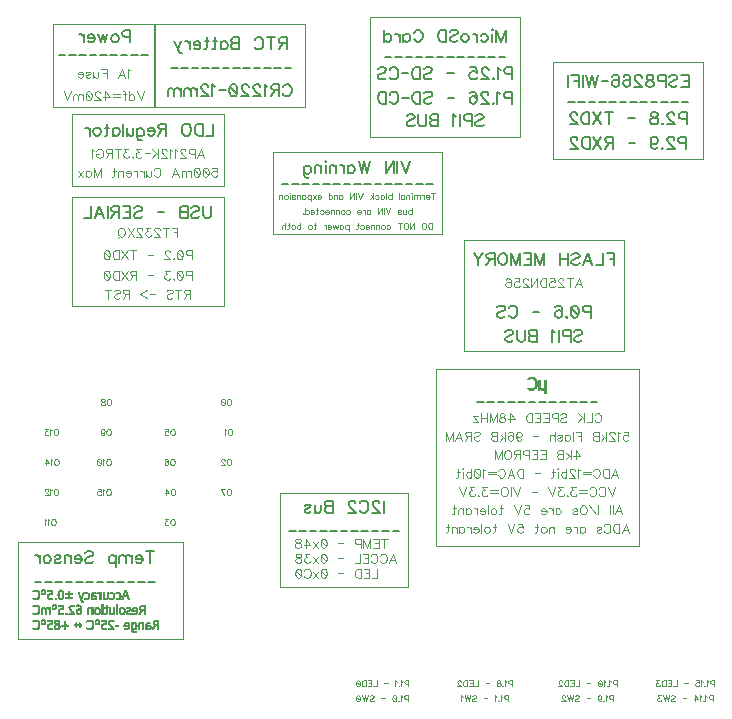
<source format=gbr>
%TF.GenerationSoftware,Novarm,DipTrace,3.2.0.1*%
%TF.CreationDate,2017-11-24T17:42:07-08:00*%
%FSLAX26Y26*%
%MOIN*%
%TF.FileFunction,Legend,Bot*%
%TF.Part,Single*%
%ADD12C,0.003*%
%ADD14C,0.002625*%
%ADD15C,0.001969*%
%ADD118C,0.003088*%
%ADD119C,0.006176*%
%ADD120C,0.004632*%
G75*
G01*
%LPD*%
X875251Y2819000D2*
D12*
X1375249D1*
Y2544000D1*
X875251D1*
Y2819000D1*
X599381Y2519000D2*
X1105630D1*
Y2281500D1*
X599381D1*
Y2519000D1*
X537471Y2819000D2*
X874101D1*
Y2544000D1*
X537471D1*
Y2819000D1*
X1592786Y2844000D2*
X2092783D1*
Y2444000D1*
X1592786D1*
Y2844000D1*
X2203344Y2694000D2*
X2703341D1*
Y2369000D1*
X2203344D1*
Y2694000D1*
X598298Y2244000D2*
X1104546D1*
Y1881500D1*
X598298D1*
Y2244000D1*
X1906500Y2100251D2*
X2438176D1*
Y1731500D1*
X1906500D1*
Y2100251D1*
X1812751Y1669000D2*
X2487749D1*
Y1081500D1*
X1812751D1*
Y1669000D1*
X419000Y1094000D2*
X969000D1*
Y769000D1*
X419000D1*
Y1094000D1*
X1294000Y1256500D2*
X1719000D1*
Y944000D1*
X1294000D1*
Y1256500D1*
X1269000Y2394000D2*
X1831500D1*
Y2119000D1*
X1269000D1*
Y2394000D1*
X2125315Y1643534D2*
D14*
X2135814D1*
X2122152Y1642222D2*
X2138338D1*
X2119490Y1640909D2*
X2140404D1*
X2118265Y1639597D2*
X2142092D1*
X2117824Y1638285D2*
X2124003D1*
X2135556D2*
X2143523D1*
X2117587Y1636972D2*
X2121378D1*
X2137630D2*
X2144690D1*
X2117441Y1635660D2*
X2118753D1*
X2139331D2*
X2145542D1*
X2140643Y1634348D2*
X2146161D1*
X2141561Y1633035D2*
X2146693D1*
X2154186D2*
X2159436D1*
X2173871D2*
X2179121D1*
X2142208Y1631723D2*
X2147128D1*
X2154186D2*
X2159436D1*
X2173871D2*
X2179121D1*
X2142750Y1630411D2*
X2147440D1*
X2154186D2*
X2159436D1*
X2173871D2*
X2179121D1*
X2143184Y1629098D2*
X2147743D1*
X2154186D2*
X2159436D1*
X2173871D2*
X2179121D1*
X2143451Y1627786D2*
X2148118D1*
X2154186D2*
X2159436D1*
X2173871D2*
X2179121D1*
X2143587Y1626474D2*
X2148479D1*
X2154186D2*
X2159436D1*
X2173871D2*
X2179121D1*
X2143648Y1625161D2*
X2148718D1*
X2154186D2*
X2159436D1*
X2173871D2*
X2179121D1*
X2143673Y1623849D2*
X2148843D1*
X2154186D2*
X2159436D1*
X2173871D2*
X2179121D1*
X2143682Y1622537D2*
X2148900D1*
X2154186D2*
X2159436D1*
X2173871D2*
X2179121D1*
X2143686Y1621224D2*
X2148918D1*
X2154186D2*
X2159436D1*
X2173871D2*
X2179121D1*
X2143687Y1619912D2*
X2148881D1*
X2154186D2*
X2159436D1*
X2173871D2*
X2179121D1*
X2143682Y1618600D2*
X2148717D1*
X2154186D2*
X2159436D1*
X2173871D2*
X2179121D1*
X2143636Y1617287D2*
X2148404D1*
X2154186D2*
X2159436D1*
X2173871D2*
X2179121D1*
X2143464Y1615975D2*
X2148062D1*
X2154186D2*
X2159436D1*
X2173871D2*
X2179121D1*
X2143104Y1614663D2*
X2147788D1*
X2154186D2*
X2159436D1*
X2173871D2*
X2179121D1*
X2142590Y1613350D2*
X2147493D1*
X2154186D2*
X2159441D1*
X2173871D2*
X2179121D1*
X2141949Y1612038D2*
X2147072D1*
X2154186D2*
X2159492D1*
X2173866D2*
X2179121D1*
X2141095Y1610726D2*
X2146499D1*
X2154186D2*
X2159711D1*
X2173815D2*
X2179121D1*
X2139840Y1609413D2*
X2145770D1*
X2154176D2*
X2160120D1*
X2173692D2*
X2179121D1*
X2117441Y1608101D2*
X2120066D1*
X2137853D2*
X2144897D1*
X2154084D2*
X2161351D1*
X2173085D2*
X2179121D1*
X2117501Y1606789D2*
X2124357D1*
X2134593D2*
X2143884D1*
X2153869D2*
X2163491D1*
X2170980D2*
X2179121D1*
X2117641Y1605476D2*
X2129730D1*
X2129748D2*
X2142606D1*
X2153161D2*
X2166957D1*
X2167594D2*
X2179121D1*
X2118346Y1604164D2*
X2140946D1*
X2152494D2*
X2179121D1*
X2120363Y1602852D2*
X2138805D1*
X2151972D2*
X2158123D1*
X2160748D2*
X2179121D1*
X2123242Y1601539D2*
X2136138D1*
X2152975D2*
X2156811D1*
X2163373D2*
X2171247D1*
X2173871D2*
X2179121D1*
X2126627Y1600227D2*
X2133189D1*
X2154186D2*
X2155499D1*
X2165997D2*
X2168622D1*
X2173871D2*
X2179121D1*
X2173871Y1598915D2*
X2179121D1*
X2173871Y1597602D2*
X2179121D1*
X2173871Y1596290D2*
X2179121D1*
X2173871Y1594978D2*
X2179121D1*
X2173871Y1593665D2*
X2179121D1*
X2173871Y1592353D2*
X2179121D1*
X2173871Y1591041D2*
X2179121D1*
X2173871Y1589728D2*
X2179121D1*
X499724Y935627D2*
D15*
X504646D1*
X559764D2*
X560748D1*
X473150Y934643D2*
X481024D1*
X498323D2*
X506080D1*
X515472D2*
X531220D1*
X557538D2*
X563095D1*
X774331D2*
X778268D1*
X470777Y933659D2*
X482917D1*
X497186D2*
X507313D1*
X515472D2*
X531675D1*
X555734D2*
X564924D1*
X773990D2*
X778608D1*
X468781Y932675D2*
X484466D1*
X496333D2*
X508311D1*
X515472D2*
X531957D1*
X554437D2*
X566299D1*
X773663D2*
X778936D1*
X467862Y931690D2*
X485733D1*
X495702D2*
X498781D1*
X505592D2*
X509084D1*
X515472D2*
X532101D1*
X553473D2*
X559014D1*
X562482D2*
X567313D1*
X586339D2*
X588307D1*
X773351D2*
X779248D1*
X467531Y930706D2*
X472165D1*
X480830D2*
X486805D1*
X495263D2*
X497962D1*
X506450D2*
X509678D1*
X528268D2*
X532164D1*
X553012D2*
X557615D1*
X563881D2*
X568010D1*
X586339D2*
X588307D1*
X773015D2*
X779584D1*
X467354Y929722D2*
X470197D1*
X482386D2*
X487681D1*
X495013D2*
X497377D1*
X507190D2*
X510101D1*
X528268D2*
X532190D1*
X552601D2*
X556531D1*
X564965D2*
X568496D1*
X586339D2*
X588307D1*
X772684D2*
X779914D1*
X467244Y928738D2*
X468228D1*
X483662D2*
X488320D1*
X494890D2*
X497049D1*
X507881D2*
X510341D1*
X528268D2*
X532199D1*
X552271D2*
X556015D1*
X565481D2*
X568903D1*
X586339D2*
X588307D1*
X772370D2*
X775163D1*
X777436D2*
X780229D1*
X484646Y927753D2*
X488784D1*
X494837D2*
X496927D1*
X508583D2*
X510427D1*
X528268D2*
X532203D1*
X552068D2*
X555575D1*
X565921D2*
X569233D1*
X586339D2*
X588307D1*
X772032D2*
X774919D1*
X777680D2*
X780567D1*
X485334Y926769D2*
X489183D1*
X494819D2*
X496932D1*
X508023D2*
X510350D1*
X528252D2*
X532204D1*
X551962D2*
X555232D1*
X566264D2*
X569468D1*
X586339D2*
X588307D1*
X617835D2*
X621772D1*
X634567D2*
X638504D1*
X643425D2*
X648346D1*
X668031D2*
X674921D1*
X682795D2*
X686732D1*
X690669D2*
X694606D1*
X701496D2*
X704449D1*
X715276D2*
X719213D1*
X727087D2*
X732008D1*
X747756D2*
X752677D1*
X771701D2*
X774660D1*
X777938D2*
X780898D1*
X485819Y925785D2*
X489510D1*
X494850D2*
X497386D1*
X507430D2*
X510101D1*
X528206D2*
X532205D1*
X551881D2*
X555024D1*
X566472D2*
X569695D1*
X586339D2*
X588307D1*
X618326D2*
X621924D1*
X634415D2*
X638012D1*
X641725D2*
X650572D1*
X666630D2*
X676284D1*
X682795D2*
X689162D1*
X690208D2*
X694606D1*
X701496D2*
X704449D1*
X715276D2*
X719213D1*
X725387D2*
X734233D1*
X746056D2*
X754903D1*
X771385D2*
X774453D1*
X778145D2*
X781213D1*
X486226Y924801D2*
X489744D1*
X495011D2*
X499131D1*
X505399D2*
X509723D1*
X527714D2*
X532205D1*
X551737D2*
X554919D1*
X566577D2*
X569976D1*
X586339D2*
X588307D1*
X618735D2*
X622172D1*
X634167D2*
X637599D1*
X640386D2*
X652380D1*
X665493D2*
X677294D1*
X682795D2*
X694606D1*
X701496D2*
X704449D1*
X715276D2*
X719213D1*
X724047D2*
X736041D1*
X744717D2*
X756711D1*
X771048D2*
X774236D1*
X778362D2*
X781551D1*
X486551Y923816D2*
X489971D1*
X495413D2*
X502010D1*
X502009D2*
X509246D1*
X525882D2*
X532205D1*
X551494D2*
X554873D1*
X566623D2*
X570247D1*
X575512D2*
X600118D1*
X619118D2*
X622461D1*
X633878D2*
X637186D1*
X639878D2*
X653708D1*
X664641D2*
X677626D1*
X682795D2*
X694606D1*
X701496D2*
X704449D1*
X715276D2*
X719213D1*
X723539D2*
X737369D1*
X744208D2*
X758038D1*
X770716D2*
X773955D1*
X778644D2*
X781882D1*
X486752Y922832D2*
X490252D1*
X496102D2*
X508613D1*
X523474D2*
X532205D1*
X551239D2*
X554854D1*
X566642D2*
X570426D1*
X575512D2*
X599834D1*
X619469D2*
X622759D1*
X633580D2*
X636745D1*
X639488D2*
X640472D1*
X650311D2*
X654641D1*
X664009D2*
X667092D1*
X676890D2*
X677874D1*
X686010D2*
X694606D1*
X701496D2*
X704449D1*
X715276D2*
X719213D1*
X723150D2*
X724134D1*
X733973D2*
X738302D1*
X743819D2*
X744803D1*
X754642D2*
X758972D1*
X770401D2*
X773651D1*
X778948D2*
X782197D1*
X486854Y921848D2*
X490523D1*
X497078D2*
X507759D1*
X521112D2*
X532205D1*
X551067D2*
X554846D1*
X566650D2*
X570520D1*
X575512D2*
X598300D1*
X619791D2*
X623090D1*
X633249D2*
X636308D1*
X651257D2*
X655308D1*
X663567D2*
X666297D1*
X688243D2*
X694606D1*
X701496D2*
X704449D1*
X715276D2*
X719213D1*
X734918D2*
X738969D1*
X755588D2*
X759638D1*
X770063D2*
X773347D1*
X779252D2*
X782535D1*
X486900Y920864D2*
X490702D1*
X498327D2*
X506723D1*
X519237D2*
X532205D1*
X550975D2*
X554844D1*
X566652D2*
X570563D1*
X575512D2*
X593767D1*
X620132D2*
X623419D1*
X632920D2*
X635920D1*
X652077D2*
X655793D1*
X663281D2*
X665756D1*
X689795D2*
X694606D1*
X701496D2*
X704449D1*
X715276D2*
X719213D1*
X735739D2*
X739454D1*
X756408D2*
X760123D1*
X769732D2*
X773014D1*
X779585D2*
X782866D1*
X486918Y919879D2*
X490795D1*
X499724D2*
X505630D1*
X517828D2*
X532205D1*
X550933D2*
X554843D1*
X566653D2*
X570580D1*
X586339D2*
X588307D1*
X620464D2*
X623733D1*
X632606D2*
X635577D1*
X652662D2*
X656173D1*
X663033D2*
X665386D1*
X690255D2*
X694606D1*
X701496D2*
X704449D1*
X715276D2*
X719213D1*
X736323D2*
X739834D1*
X756993D2*
X760504D1*
X769417D2*
X772684D1*
X779914D2*
X783181D1*
X486925Y918895D2*
X490838D1*
X516799D2*
X522597D1*
X531220D2*
X532205D1*
X550920D2*
X554843D1*
X566653D2*
X570587D1*
X586339D2*
X588307D1*
X620780D2*
X624071D1*
X632268D2*
X635228D1*
X652994D2*
X656532D1*
X662744D2*
X669072D1*
X690497D2*
X694606D1*
X701496D2*
X704449D1*
X715276D2*
X719213D1*
X736656D2*
X740194D1*
X757325D2*
X760863D1*
X769079D2*
X772369D1*
X780230D2*
X783519D1*
X486928Y917911D2*
X490852D1*
X516014D2*
X521198D1*
X550948D2*
X554843D1*
X566653D2*
X570589D1*
X586339D2*
X588307D1*
X621118D2*
X624402D1*
X631937D2*
X634892D1*
X653155D2*
X656838D1*
X662471D2*
X672556D1*
X690603D2*
X694606D1*
X701496D2*
X704449D1*
X715276D2*
X719213D1*
X736816D2*
X740500D1*
X757486D2*
X761169D1*
X768748D2*
X772026D1*
X780572D2*
X783850D1*
X486929Y916927D2*
X490824D1*
X515735D2*
X520113D1*
X551071D2*
X554843D1*
X566654D2*
X570586D1*
X586339D2*
X588307D1*
X621449D2*
X624717D1*
X631622D2*
X634571D1*
X653224D2*
X657032D1*
X662291D2*
X675239D1*
X690645D2*
X694606D1*
X701496D2*
X704449D1*
X715276D2*
X719213D1*
X736886D2*
X740693D1*
X757555D2*
X761362D1*
X768429D2*
X771688D1*
X780911D2*
X784166D1*
X486925Y915942D2*
X490701D1*
X515584D2*
X519598D1*
X551306D2*
X554843D1*
X566654D2*
X570552D1*
X586339D2*
X588307D1*
X621768D2*
X625055D1*
X631284D2*
X634202D1*
X653252D2*
X657131D1*
X662197D2*
X677113D1*
X690661D2*
X694606D1*
X701496D2*
X704449D1*
X715276D2*
X719213D1*
X736913D2*
X740792D1*
X757582D2*
X761462D1*
X768060D2*
X771378D1*
X781220D2*
X784503D1*
X486891Y914958D2*
X490466D1*
X515516D2*
X519162D1*
X551558D2*
X554843D1*
X566654D2*
X570427D1*
X586339D2*
X588307D1*
X622137D2*
X625386D1*
X630953D2*
X633780D1*
X653262D2*
X657176D1*
X662154D2*
X678399D1*
X690666D2*
X694606D1*
X701496D2*
X704449D1*
X715276D2*
X719213D1*
X736924D2*
X740837D1*
X757593D2*
X761506D1*
X767638D2*
X784835D1*
X486761Y913974D2*
X490210D1*
X515489D2*
X518853D1*
X551729D2*
X554846D1*
X566654D2*
X570191D1*
X586339D2*
X588307D1*
X622559D2*
X625705D1*
X630637D2*
X633351D1*
X653266D2*
X657190D1*
X662136D2*
X666063D1*
X674880D2*
X679290D1*
X690668D2*
X694606D1*
X701496D2*
X704449D1*
X715276D2*
X719213D1*
X736927D2*
X740851D1*
X757597D2*
X761521D1*
X767209D2*
X785150D1*
X486491Y912990D2*
X490004D1*
X515478D2*
X518686D1*
X551824D2*
X554881D1*
X566650D2*
X569939D1*
X586339D2*
X588307D1*
X622988D2*
X626081D1*
X630300D2*
X632965D1*
X653267D2*
X657162D1*
X662130D2*
X666067D1*
X675700D2*
X679929D1*
X690669D2*
X694606D1*
X701496D2*
X704453D1*
X715276D2*
X719213D1*
X736929D2*
X740824D1*
X757598D2*
X761493D1*
X766824D2*
X785488D1*
X486106Y912005D2*
X489784D1*
X515474D2*
X518884D1*
X551901D2*
X555006D1*
X566615D2*
X569763D1*
X623373D2*
X626579D1*
X629965D2*
X632624D1*
X653264D2*
X657040D1*
X662127D2*
X666101D1*
X676284D2*
X680368D1*
X690669D2*
X694606D1*
X701496D2*
X704487D1*
X715276D2*
X719209D1*
X736925D2*
X740701D1*
X757594D2*
X761370D1*
X766482D2*
X785819D1*
X485625Y911021D2*
X489468D1*
X515477D2*
X519144D1*
X552043D2*
X555246D1*
X566486D2*
X569637D1*
X623714D2*
X627318D1*
X629623D2*
X632275D1*
X653225D2*
X656801D1*
X662126D2*
X666231D1*
X676612D2*
X680614D1*
X690669D2*
X694606D1*
X701496D2*
X704617D1*
X715272D2*
X719174D1*
X736887D2*
X740462D1*
X757556D2*
X761132D1*
X766133D2*
X769372D1*
X783226D2*
X786134D1*
X484985Y910037D2*
X489038D1*
X515511D2*
X519496D1*
X552290D2*
X555537D1*
X566212D2*
X569466D1*
X624063D2*
X628387D1*
X629183D2*
X631939D1*
X653058D2*
X656514D1*
X662126D2*
X666509D1*
X676731D2*
X680702D1*
X690669D2*
X694606D1*
X701496D2*
X704895D1*
X715233D2*
X719049D1*
X736719D2*
X740176D1*
X757388D2*
X760845D1*
X765798D2*
X769246D1*
X783353D2*
X786472D1*
X484043Y909052D2*
X488491D1*
X515640D2*
X519998D1*
X552579D2*
X555892D1*
X565776D2*
X569179D1*
X575512D2*
X599134D1*
X624399D2*
X631619D1*
X652739D2*
X656213D1*
X662126D2*
X666975D1*
X676714D2*
X680625D1*
X690669D2*
X694606D1*
X701496D2*
X705365D1*
X715141D2*
X718809D1*
X736400D2*
X739875D1*
X757070D2*
X760544D1*
X765481D2*
X769006D1*
X783592D2*
X786803D1*
X467244Y908068D2*
X469213D1*
X482553D2*
X487836D1*
X515914D2*
X522117D1*
X532205D2*
X533189D1*
X541063D2*
X545000D1*
X552881D2*
X556367D1*
X565209D2*
X568790D1*
X575512D2*
X599592D1*
X624716D2*
X631250D1*
X651866D2*
X655848D1*
X662126D2*
X667611D1*
X676187D2*
X680376D1*
X690669D2*
X694606D1*
X701496D2*
X706012D1*
X714701D2*
X718518D1*
X735527D2*
X739509D1*
X756197D2*
X760179D1*
X765142D2*
X768719D1*
X783879D2*
X787118D1*
X467289Y907084D2*
X472431D1*
X480109D2*
X487076D1*
X516334D2*
X525694D1*
X526545D2*
X533140D1*
X541063D2*
X545000D1*
X553250D2*
X557972D1*
X563563D2*
X568338D1*
X575512D2*
X599896D1*
X625054D2*
X630827D1*
X649684D2*
X655386D1*
X662126D2*
X669364D1*
X674507D2*
X679999D1*
X690669D2*
X694606D1*
X701496D2*
X707937D1*
X713294D2*
X718183D1*
X724134D2*
D3*
X733346D2*
X739048D1*
X744803D2*
D3*
X754015D2*
X759717D1*
X764811D2*
X768422D1*
X784176D2*
X787456D1*
X467394Y906100D2*
X476461D1*
X476475D2*
X486118D1*
X516943D2*
X533024D1*
X541063D2*
X545000D1*
X553751D2*
X560527D1*
X560985D2*
X567788D1*
X575512D2*
X600118D1*
X625386D2*
X630402D1*
X640472D2*
X643425D1*
X646410D2*
X654755D1*
X662126D2*
X671902D1*
X672010D2*
X679514D1*
X690669D2*
X694606D1*
X701496D2*
X710816D1*
X711096D2*
X717684D1*
X724187D2*
X727087D1*
X730071D2*
X738417D1*
X744856D2*
X747756D1*
X750741D2*
X759086D1*
X764495D2*
X768095D1*
X784504D2*
X787790D1*
X467923Y905115D2*
X484873D1*
X517838D2*
X532415D1*
X541063D2*
X545000D1*
X554385D2*
X566973D1*
X625701D2*
X630051D1*
X640649D2*
X653804D1*
X662126D2*
X678806D1*
X690669D2*
X694606D1*
X701496D2*
X704449D1*
X706498D2*
X716916D1*
X724315D2*
X737466D1*
X744984D2*
X758135D1*
X764153D2*
X767798D1*
X784800D2*
X788133D1*
X469436Y904131D2*
X483267D1*
X519034D2*
X530951D1*
X541063D2*
X545000D1*
X555799D2*
X565665D1*
X626039D2*
X629839D1*
X641376D2*
X652388D1*
X662126D2*
X666063D1*
X668393D2*
X677648D1*
X690669D2*
X694606D1*
X701496D2*
X704449D1*
X707788D2*
X715771D1*
X725038D2*
X736050D1*
X745708D2*
X756719D1*
X763814D2*
X767594D1*
X785005D2*
X788573D1*
X471595Y903147D2*
X481267D1*
X520394D2*
X529252D1*
X541063D2*
X545000D1*
X557656D2*
X563833D1*
X626370D2*
X629764D1*
X643224D2*
X650491D1*
X662126D2*
X666063D1*
X670068D2*
X675939D1*
X690669D2*
X694606D1*
X701496D2*
X704449D1*
X709446D2*
X714179D1*
X726886D2*
X734153D1*
X747555D2*
X754822D1*
X763504D2*
X767441D1*
X785157D2*
X789094D1*
X474134Y902163D2*
X479055D1*
X559764D2*
X561732D1*
X626685D2*
X629845D1*
X645394D2*
X648346D1*
X671969D2*
X673937D1*
X711339D2*
X712323D1*
X729055D2*
X732008D1*
X749724D2*
X752677D1*
X627023Y901178D2*
X630111D1*
X627354Y900194D2*
X630506D1*
X627673Y899210D2*
X631535D1*
X628046Y898226D2*
X632968D1*
X628506Y897241D2*
X634432D1*
X629093Y896257D2*
X635653D1*
X629826Y895273D2*
X636151D1*
X630630Y894289D2*
X636535D1*
X536142Y885627D2*
X541063D1*
X614882D2*
X619803D1*
X697559D2*
X701496D1*
X746772D2*
X750709D1*
X473150Y884643D2*
X481024D1*
X534741D2*
X542498D1*
X551890D2*
X567638D1*
X594213D2*
X602087D1*
X614427D2*
X621811D1*
X697559D2*
X701496D1*
X746772D2*
X750709D1*
X833386D2*
X841260D1*
X470777Y883659D2*
X482917D1*
X533604D2*
X543730D1*
X551890D2*
X568092D1*
X592475D2*
X604240D1*
X614144D2*
X623478D1*
X697559D2*
X701496D1*
X712323D2*
X715276D1*
X746772D2*
X750709D1*
X830248D2*
X841714D1*
X468781Y882675D2*
X484466D1*
X532751D2*
X544728D1*
X551890D2*
X568375D1*
X591045D2*
X605915D1*
X613993D2*
X624764D1*
X697559D2*
X701496D1*
X712323D2*
X715276D1*
X746772D2*
X750709D1*
X827844D2*
X841997D1*
X467862Y881690D2*
X485733D1*
X532119D2*
X535199D1*
X542010D2*
X545502D1*
X551890D2*
X568518D1*
X590006D2*
X606586D1*
X613898D2*
X614882D1*
X620594D2*
X625760D1*
X697559D2*
X701496D1*
X712323D2*
X715276D1*
X746772D2*
X750709D1*
X826139D2*
X842140D1*
X467531Y880706D2*
X472165D1*
X480830D2*
X486805D1*
X531681D2*
X534379D1*
X542867D2*
X546095D1*
X564685D2*
X568581D1*
X589274D2*
X593270D1*
X603071D2*
X606830D1*
X622150D2*
X626586D1*
X712323D2*
X715276D1*
X746772D2*
X750709D1*
X824969D2*
X830630D1*
X838307D2*
X842203D1*
X467354Y879722D2*
X470197D1*
X482386D2*
X487681D1*
X531430D2*
X533795D1*
X543607D2*
X546518D1*
X564685D2*
X568607D1*
X588757D2*
X592450D1*
X606024D2*
X607008D1*
X623429D2*
X627270D1*
X712323D2*
X715276D1*
X746772D2*
X750709D1*
X824108D2*
X829109D1*
X838307D2*
X842229D1*
X467244Y878738D2*
X468228D1*
X483662D2*
X488320D1*
X531308D2*
X533466D1*
X544298D2*
X546759D1*
X564685D2*
X568617D1*
X588363D2*
X591866D1*
X624444D2*
X627855D1*
X712323D2*
X715276D1*
X746772D2*
X750709D1*
X823816D2*
X827959D1*
X838307D2*
X842239D1*
X484646Y877753D2*
X488784D1*
X531254D2*
X533344D1*
X545000D2*
X546844D1*
X564685D2*
X568620D1*
X588002D2*
X591533D1*
X625223D2*
X628386D1*
X712323D2*
X715276D1*
X746772D2*
X750709D1*
X823659D2*
X827085D1*
X838307D2*
X842242D1*
X485334Y876769D2*
X489183D1*
X499724D2*
X504646D1*
X512520D2*
X517441D1*
X521378D2*
X525315D1*
X531237D2*
X533350D1*
X544440D2*
X546767D1*
X564670D2*
X568621D1*
X587729D2*
X591377D1*
X625819D2*
X628859D1*
X654252D2*
X660157D1*
X664094D2*
X668031D1*
X678858D2*
X685748D1*
X697559D2*
X701496D1*
X704449D2*
X718228D1*
X723150D2*
X726102D1*
X736929D2*
X740866D1*
X746772D2*
X750709D1*
X761535D2*
X768425D1*
X781220D2*
X790079D1*
X803858D2*
X809764D1*
X823589D2*
X826781D1*
X838307D2*
X842243D1*
X485819Y875785D2*
X489510D1*
X498442D2*
X505711D1*
X511648D2*
X519871D1*
X520917D2*
X525315D1*
X531267D2*
X533803D1*
X543848D2*
X546518D1*
X564624D2*
X568622D1*
X587579D2*
X591342D1*
X626246D2*
X629233D1*
X653272D2*
X661323D1*
X663914D2*
X668031D1*
X677424D2*
X687183D1*
X697559D2*
X701496D1*
X704449D2*
X718001D1*
X723150D2*
X726102D1*
X736929D2*
X740866D1*
X746772D2*
X750709D1*
X760101D2*
X769860D1*
X780312D2*
X791480D1*
X802424D2*
X811653D1*
X823560D2*
X826621D1*
X838307D2*
X842244D1*
X486226Y874801D2*
X489744D1*
X497457D2*
X507001D1*
X510763D2*
X525315D1*
X531428D2*
X535548D1*
X541816D2*
X546141D1*
X564131D2*
X568622D1*
X587780D2*
X591443D1*
X626528D2*
X629491D1*
X652326D2*
X662652D1*
X663568D2*
X668031D1*
X676191D2*
X688415D1*
X697559D2*
X701496D1*
X704449D2*
X717505D1*
X723150D2*
X726102D1*
X736929D2*
X740866D1*
X746772D2*
X750709D1*
X758868D2*
X771092D1*
X779638D2*
X792617D1*
X801191D2*
X813168D1*
X823553D2*
X826585D1*
X838307D2*
X842244D1*
X486551Y873816D2*
X489971D1*
X496749D2*
X508658D1*
X509738D2*
X525315D1*
X531831D2*
X538427D1*
X545663D1*
X562299D2*
X568622D1*
X588037D2*
X591707D1*
X626801D2*
X629728D1*
X651505D2*
X668031D1*
X675193D2*
X689413D1*
X697559D2*
X701496D1*
X704449D2*
X716778D1*
X723150D2*
X726102D1*
X736929D2*
X740866D1*
X746772D2*
X750709D1*
X757870D2*
X772090D1*
X779417D2*
X793470D1*
X800193D2*
X814309D1*
X823584D2*
X826720D1*
X838307D2*
X842244D1*
X486752Y872832D2*
X490252D1*
X496269D2*
X499572D1*
X506425D2*
X513545D1*
X519253D2*
X525315D1*
X532520D2*
X545031D1*
X559892D2*
X568622D1*
X588324D2*
X592116D1*
X619803D2*
X621772D1*
X627192D2*
X630013D1*
X650921D2*
X654100D1*
X661970D2*
X668031D1*
X674420D2*
X678896D1*
X685711D2*
X690187D1*
X697559D2*
X701496D1*
X712323D2*
X716101D1*
X723150D2*
X726102D1*
X736929D2*
X740866D1*
X746772D2*
X750709D1*
X757097D2*
X761573D1*
X768388D2*
X772864D1*
X779252D2*
X780236D1*
X789885D2*
X794101D1*
X799420D2*
X803030D1*
X810744D2*
X815146D1*
X823712D2*
X827012D1*
X838307D2*
X842244D1*
X486854Y871848D2*
X490523D1*
X495968D2*
X499328D1*
X507035D2*
X512726D1*
X519955D2*
X525315D1*
X533495D2*
X544177D1*
X557530D2*
X568622D1*
X588683D2*
X592651D1*
X617456D2*
X625647D1*
X627677D2*
X630286D1*
X650588D2*
X653856D1*
X662672D2*
X668031D1*
X673826D2*
X678042D1*
X686565D2*
X690784D1*
X697559D2*
X701496D1*
X712323D2*
X715666D1*
X723150D2*
X726102D1*
X736929D2*
X740866D1*
X746772D2*
X750709D1*
X756503D2*
X760719D1*
X769242D2*
X773461D1*
X790457D2*
X794536D1*
X798822D2*
X802328D1*
X811690D2*
X815769D1*
X823985D2*
X827810D1*
X838307D2*
X842244D1*
X486900Y870864D2*
X490702D1*
X495714D2*
X499073D1*
X507490D2*
X512141D1*
X520521D2*
X525315D1*
X534744D2*
X543140D1*
X555655D2*
X568622D1*
X589139D2*
X593269D1*
X615627D2*
X630465D1*
X650428D2*
X653601D1*
X663237D2*
X668031D1*
X673403D2*
X677332D1*
X687275D2*
X691242D1*
X697559D2*
X701496D1*
X712323D2*
X715442D1*
X723150D2*
X726102D1*
X736929D2*
X740866D1*
X746772D2*
X750709D1*
X756080D2*
X760009D1*
X769952D2*
X773919D1*
X790842D2*
X794752D1*
X798365D2*
X801763D1*
X812510D2*
X816236D1*
X824405D2*
X830056D1*
X838307D2*
X842244D1*
X486918Y869879D2*
X490795D1*
X495423D2*
X498901D1*
X507885D2*
X511809D1*
X520933D2*
X525315D1*
X536142D2*
X542047D1*
X554245D2*
X568622D1*
X589727D2*
X593898D1*
X614252D2*
X630559D1*
X650358D2*
X653429D1*
X663650D2*
X668031D1*
X673155D2*
X676764D1*
X687843D2*
X691611D1*
X697559D2*
X701496D1*
X712323D2*
X715341D1*
X723150D2*
X726102D1*
X736929D2*
X740866D1*
X746772D2*
X750709D1*
X755832D2*
X759441D1*
X770520D2*
X774289D1*
X790822D2*
X794745D1*
X797995D2*
X801350D1*
X813095D2*
X816610D1*
X825014D2*
X833712D1*
X838307D2*
X842244D1*
X486925Y868895D2*
X490838D1*
X495148D2*
X498810D1*
X508207D2*
X511648D1*
X521174D2*
X525315D1*
X553216D2*
X559014D1*
X567638D2*
X568622D1*
X590472D2*
X594578D1*
X613238D2*
X630602D1*
X650331D2*
X653337D1*
X663890D2*
X668031D1*
X673000D2*
X676351D1*
X688256D2*
X691967D1*
X697559D2*
X701496D1*
X712323D2*
X715300D1*
X723150D2*
X726102D1*
X736929D2*
X740866D1*
X746772D2*
X750709D1*
X755677D2*
X759028D1*
X770933D2*
X774644D1*
X790239D2*
X794524D1*
X797639D2*
X801109D1*
X813428D2*
X816967D1*
X825909D2*
X842244D1*
X486928Y867911D2*
X490852D1*
X494968D2*
X498768D1*
X508406D2*
X511579D1*
X521293D2*
X525315D1*
X552432D2*
X557615D1*
X591305D2*
X595370D1*
X612542D2*
X618069D1*
X622559D2*
X630619D1*
X650321D2*
X653295D1*
X664009D2*
X668031D1*
X672822D2*
X676110D1*
X688497D2*
X692272D1*
X697559D2*
X701496D1*
X712323D2*
X715284D1*
X723150D2*
X726102D1*
X736929D2*
X740866D1*
X746772D2*
X750709D1*
X755499D2*
X758787D1*
X771174D2*
X774949D1*
X788524D2*
X794126D1*
X797338D2*
X800984D1*
X813597D2*
X817272D1*
X827104D2*
X842244D1*
X486929Y866927D2*
X490824D1*
X494874D2*
X498750D1*
X508508D2*
X511551D1*
X521345D2*
X525315D1*
X552153D2*
X556531D1*
X592113D2*
X596255D1*
X612055D2*
X616674D1*
X624080D2*
X630626D1*
X650317D2*
X653278D1*
X664061D2*
X668031D1*
X672565D2*
X675991D1*
X688616D2*
X692465D1*
X697559D2*
X701496D1*
X712323D2*
X715279D1*
X723150D2*
X726102D1*
X736929D2*
X740866D1*
X746772D2*
X750709D1*
X755243D2*
X758668D1*
X771293D2*
X775142D1*
X786292D2*
X793516D1*
X797183D2*
X817465D1*
X828465D2*
X842244D1*
X486925Y865942D2*
X490701D1*
X494831D2*
X498744D1*
X508553D2*
X511541D1*
X521366D2*
X525315D1*
X552002D2*
X556015D1*
X592841D2*
X597194D1*
X611648D2*
X615601D1*
X625230D2*
X630629D1*
X650316D2*
X653271D1*
X664082D2*
X668031D1*
X672309D2*
X675939D1*
X688668D2*
X692564D1*
X697559D2*
X701496D1*
X712323D2*
X715277D1*
X723150D2*
X726102D1*
X736929D2*
X740866D1*
X746772D2*
X750709D1*
X754986D2*
X758616D1*
X771345D2*
X775241D1*
X783941D2*
X792539D1*
X797151D2*
X817564D1*
X827518D2*
X842244D1*
X486891Y864958D2*
X490466D1*
X494814D2*
X498741D1*
X508572D2*
X511537D1*
X521374D2*
X525315D1*
X551934D2*
X555579D1*
X593565D2*
X598160D1*
X611326D2*
X615228D1*
X626104D2*
X630629D1*
X650315D2*
X653269D1*
X664090D2*
X668031D1*
X672169D2*
X675918D1*
X688689D2*
X692605D1*
X697559D2*
X701496D1*
X712323D2*
X715276D1*
X723150D2*
X726102D1*
X736929D2*
X740866D1*
X746772D2*
X750709D1*
X754846D2*
X758595D1*
X771366D2*
X775282D1*
X781926D2*
X790993D1*
X797504D2*
X817605D1*
X826664D2*
X832402D1*
X838307D2*
X842244D1*
X486761Y863974D2*
X490210D1*
X494807D2*
X498741D1*
X508579D2*
X511536D1*
X521376D2*
X525315D1*
X551906D2*
X555271D1*
X594375D2*
X599138D1*
X611160D2*
X615028D1*
X626408D2*
X630630D1*
X650315D2*
X653268D1*
X664093D2*
X668031D1*
X672202D2*
X675914D1*
X688696D2*
X692589D1*
X697559D2*
X701496D1*
X712323D2*
X715276D1*
X723150D2*
X726102D1*
X736929D2*
X740866D1*
X746772D2*
X750709D1*
X754879D2*
X758591D1*
X771374D2*
X775266D1*
X780445D2*
X788851D1*
X797953D2*
X817589D1*
X825950D2*
X831421D1*
X838307D2*
X842244D1*
X486491Y862990D2*
X490004D1*
X494804D2*
X498740D1*
X508581D2*
X511536D1*
X521377D2*
X525315D1*
X551895D2*
X555103D1*
X595267D2*
X600119D1*
X611184D2*
X614939D1*
X626572D2*
X630630D1*
X650315D2*
X653268D1*
X664094D2*
X668031D1*
X672396D2*
X675945D1*
X688695D2*
X692470D1*
X697559D2*
X701496D1*
X712319D2*
X715276D1*
X723150D2*
X726106D1*
X736929D2*
X740866D1*
X746772D2*
X750709D1*
X755073D2*
X758623D1*
X771373D2*
X775147D1*
X779457D2*
X786492D1*
X813697D2*
X817470D1*
X825347D2*
X830472D1*
X838307D2*
X842244D1*
X486106Y862005D2*
X489784D1*
X494804D2*
X498740D1*
X508582D2*
X511535D1*
X521378D2*
X525315D1*
X551892D2*
X555302D1*
X596209D2*
X601103D1*
X611374D2*
X614907D1*
X626642D2*
X630626D1*
X650315D2*
X653268D1*
X664094D2*
X668031D1*
X672635D2*
X676074D1*
X688662D2*
X692237D1*
X697559D2*
X701496D1*
X712284D2*
X715276D1*
X723150D2*
X726141D1*
X736929D2*
X740862D1*
X746772D2*
X750709D1*
X755312D2*
X758751D1*
X771339D2*
X774914D1*
X778739D2*
X784443D1*
X813662D2*
X817233D1*
X824805D2*
X829617D1*
X838307D2*
X842244D1*
X485625Y861021D2*
X489468D1*
X494803D2*
X498740D1*
X508583D2*
X511535D1*
X521378D2*
X525315D1*
X551894D2*
X555562D1*
X597176D2*
X602087D1*
X611612D2*
X614932D1*
X626633D2*
X630591D1*
X650315D2*
X653268D1*
X664094D2*
X668031D1*
X672834D2*
X676344D1*
X688533D2*
X691982D1*
X697559D2*
X701496D1*
X712159D2*
X715276D1*
X723150D2*
X726270D1*
X736925D2*
X740828D1*
X746772D2*
X750709D1*
X755511D2*
X759021D1*
X771210D2*
X774659D1*
X778496D2*
X782766D1*
X813533D2*
X816947D1*
X824294D2*
X828903D1*
X838307D2*
X842244D1*
X484985Y860037D2*
X489038D1*
X494803D2*
X498740D1*
X508583D2*
X511535D1*
X521378D2*
X525315D1*
X551928D2*
X555913D1*
X598153D2*
X603071D1*
X611815D2*
X615091D1*
X626477D2*
X630462D1*
X650315D2*
X653268D1*
X664094D2*
X668031D1*
X673052D2*
X676729D1*
X688255D2*
X691772D1*
X697559D2*
X701496D1*
X711923D2*
X715272D1*
X723150D2*
X726548D1*
X736887D2*
X740702D1*
X746772D2*
X750709D1*
X755730D2*
X759406D1*
X770932D2*
X774449D1*
X778365D2*
X781907D1*
X813255D2*
X816646D1*
X823793D2*
X828296D1*
X838307D2*
X842244D1*
X484043Y859052D2*
X488491D1*
X494803D2*
X498740D1*
X508583D2*
X511535D1*
X521378D2*
X525315D1*
X552058D2*
X556415D1*
X599135D2*
X604051D1*
X612063D2*
X615396D1*
X626163D2*
X630188D1*
X650315D2*
X653268D1*
X664094D2*
X668031D1*
X673367D2*
X677229D1*
X687785D2*
X691521D1*
X697559D2*
X701496D1*
X711671D2*
X715237D1*
X723150D2*
X727018D1*
X736795D2*
X740463D1*
X746772D2*
X750709D1*
X756045D2*
X759906D1*
X770462D2*
X774198D1*
X778310D2*
X781616D1*
X812773D2*
X816281D1*
X823299D2*
X827723D1*
X838307D2*
X842244D1*
X467244Y858068D2*
X469213D1*
X482553D2*
X487836D1*
X494803D2*
X498740D1*
X508583D2*
X511535D1*
X521378D2*
X525315D1*
X552332D2*
X558534D1*
X568622D2*
X569606D1*
X577480D2*
X581417D1*
X600119D2*
X604997D1*
X612473D2*
X616278D1*
X625306D2*
X629772D1*
X650315D2*
X653268D1*
X664094D2*
X668031D1*
X673801D2*
X677848D1*
X687137D2*
X691110D1*
X697559D2*
X701496D1*
X711498D2*
X715108D1*
X723150D2*
X727666D1*
X736354D2*
X740172D1*
X746772D2*
X750709D1*
X756478D2*
X760525D1*
X769815D2*
X773787D1*
X778324D2*
X781935D1*
X812091D2*
X815823D1*
X822805D2*
X827117D1*
X838307D2*
X842244D1*
X467289Y857084D2*
X472431D1*
X480109D2*
X487076D1*
X494803D2*
X498740D1*
X508583D2*
X511535D1*
X521378D2*
X525315D1*
X552752D2*
X562112D1*
X562963D2*
X569557D1*
X577480D2*
X581417D1*
X601102D2*
X605817D1*
X613051D2*
X617730D1*
X623297D2*
X629201D1*
X650315D2*
X653268D1*
X664094D2*
X668031D1*
X674379D2*
X679614D1*
X685212D2*
X690532D1*
X697559D2*
X701496D1*
X711402D2*
X714830D1*
X723150D2*
X729591D1*
X734948D2*
X739836D1*
X746772D2*
X750709D1*
X757056D2*
X762291D1*
X767890D2*
X773209D1*
X778483D2*
X783805D1*
X794016D2*
X795000D1*
X797953D2*
X798937D1*
X809652D2*
X815231D1*
X822314D2*
X826476D1*
X838307D2*
X842244D1*
X467394Y856100D2*
X476461D1*
X476475D2*
X486118D1*
X494803D2*
X498740D1*
X508583D2*
X511535D1*
X521378D2*
X525315D1*
X553360D2*
X569441D1*
X577480D2*
X581417D1*
X588307D2*
X606402D1*
X613779D2*
X619993D1*
X620363D2*
X628446D1*
X650315D2*
X653268D1*
X664094D2*
X668031D1*
X675132D2*
X682371D1*
X682333D2*
X689804D1*
X697559D2*
X701496D1*
X704449D2*
X714376D1*
X723150D2*
X732470D1*
X732749D2*
X739338D1*
X746772D2*
X750709D1*
X757809D2*
X765048D1*
X765010D2*
X772481D1*
X778797D2*
X787001D1*
X787833D2*
X794910D1*
X798047D2*
X805119D1*
X805748D2*
X814438D1*
X821824D2*
X825873D1*
X838307D2*
X842244D1*
X467923Y855115D2*
X484873D1*
X494803D2*
X498740D1*
X508583D2*
X511535D1*
X521378D2*
X525315D1*
X554255D2*
X568833D1*
X577480D2*
X581417D1*
X587849D2*
X606735D1*
X614755D2*
X627468D1*
X650315D2*
X653268D1*
X664094D2*
X668031D1*
X676073D2*
X688828D1*
X697559D2*
X701496D1*
X704449D2*
X713656D1*
X723150D2*
X726102D1*
X728152D2*
X738569D1*
X746772D2*
X750709D1*
X758750D2*
X771505D1*
X779783D2*
X794700D1*
X798268D2*
X813370D1*
X821358D2*
X825344D1*
X838307D2*
X842244D1*
X469436Y854131D2*
X483267D1*
X494803D2*
X498740D1*
X508583D2*
X511535D1*
X521378D2*
X525315D1*
X555451D2*
X567369D1*
X577480D2*
X581417D1*
X587545D2*
X606904D1*
X616099D2*
X626079D1*
X650315D2*
X653268D1*
X664094D2*
X668031D1*
X677310D2*
X687484D1*
X697559D2*
X701496D1*
X704449D2*
X712593D1*
X723150D2*
X726102D1*
X729442D2*
X737424D1*
X746772D2*
X750709D1*
X759987D2*
X770161D1*
X781330D2*
X793714D1*
X799370D2*
X811888D1*
X820948D2*
X824903D1*
X838307D2*
X842244D1*
X471595Y853147D2*
X481267D1*
X494803D2*
X498740D1*
X508583D2*
X511535D1*
X521378D2*
X525315D1*
X556811D2*
X565669D1*
X577480D2*
X581417D1*
X587323D2*
X607008D1*
X617836D2*
X624107D1*
X650315D2*
X653268D1*
X664094D2*
X668031D1*
X678945D2*
X685747D1*
X697559D2*
X701496D1*
X704449D2*
X711339D1*
X723150D2*
X726102D1*
X731099D2*
X735832D1*
X746772D2*
X750709D1*
X761623D2*
X768424D1*
X783551D2*
X791553D1*
X801914D2*
X809959D1*
X820591D2*
X824528D1*
X838307D2*
X842244D1*
X474134Y852163D2*
X479055D1*
X619803D2*
X621772D1*
X680827D2*
X683780D1*
X732992D2*
X733976D1*
X763504D2*
X766457D1*
X786142D2*
X789094D1*
X804843D2*
X807795D1*
X499724Y835627D2*
X504646D1*
X679843D2*
X684764D1*
X473150Y834643D2*
X481024D1*
X498323D2*
X506080D1*
X515472D2*
X531220D1*
X543031D2*
X551890D1*
X653268D2*
X661142D1*
X678441D2*
X686199D1*
X695591D2*
X711339D1*
X725118D2*
X732992D1*
X877677D2*
X885551D1*
X470777Y833659D2*
X482917D1*
X497186D2*
X507313D1*
X515472D2*
X531675D1*
X541867D2*
X553291D1*
X650895D2*
X663035D1*
X677304D2*
X687431D1*
X695591D2*
X711793D1*
X723381D2*
X735146D1*
X874539D2*
X886006D1*
X468781Y832675D2*
X484466D1*
X496333D2*
X508311D1*
X515472D2*
X531957D1*
X540872D2*
X554428D1*
X648899D2*
X664584D1*
X676452D2*
X688429D1*
X695591D2*
X712076D1*
X721951D2*
X736821D1*
X872135D2*
X886288D1*
X467862Y831690D2*
X485733D1*
X495702D2*
X498781D1*
X505592D2*
X509084D1*
X515472D2*
X532101D1*
X540120D2*
X545349D1*
X550868D2*
X555281D1*
X647980D2*
X665851D1*
X675820D2*
X678900D1*
X685711D2*
X689202D1*
X695591D2*
X712219D1*
X720911D2*
X737491D1*
X870430D2*
X886431D1*
X467531Y830706D2*
X472165D1*
X480830D2*
X486805D1*
X495263D2*
X497962D1*
X506450D2*
X509678D1*
X528268D2*
X532164D1*
X539611D2*
X544072D1*
X551722D2*
X555912D1*
X647650D2*
X652324D1*
X660948D2*
X666923D1*
X675381D2*
X678080D1*
X686568D2*
X689796D1*
X708386D2*
X712282D1*
X720179D2*
X724175D1*
X733976D2*
X737736D1*
X869260D2*
X874922D1*
X882598D2*
X886495D1*
X467354Y829722D2*
X470197D1*
X482386D2*
X487681D1*
X495013D2*
X497377D1*
X507190D2*
X510101D1*
X528268D2*
X532190D1*
X539327D2*
X543177D1*
X552428D2*
X556351D1*
X647480D2*
X650508D1*
X662504D2*
X667799D1*
X675131D2*
X677495D1*
X687308D2*
X690219D1*
X708386D2*
X712308D1*
X719663D2*
X723356D1*
X736929D2*
X737913D1*
X868399D2*
X873400D1*
X882598D2*
X886520D1*
X467244Y828738D2*
X468228D1*
X483662D2*
X488320D1*
X494890D2*
X497049D1*
X507881D2*
X510341D1*
X528268D2*
X532199D1*
X539190D2*
X542506D1*
X552962D2*
X556602D1*
X572559D2*
X576496D1*
X647404D2*
X648876D1*
X663780D2*
X668438D1*
X675008D2*
X677167D1*
X687999D2*
X690459D1*
X708386D2*
X712318D1*
X719269D2*
X722771D1*
X868108D2*
X872250D1*
X882598D2*
X886530D1*
X484646Y827753D2*
X488784D1*
X494837D2*
X496927D1*
X508583D2*
X510427D1*
X528268D2*
X532203D1*
X539131D2*
X542274D1*
X553356D2*
X556720D1*
X572559D2*
X576496D1*
X647362D2*
D3*
X664764D2*
X668902D1*
X674955D2*
X677045D1*
X688701D2*
X690545D1*
X708386D2*
X712321D1*
X718908D2*
X722439D1*
X803858D2*
X806811D1*
X867950D2*
X871376D1*
X882598D2*
X886534D1*
X485334Y826769D2*
X489183D1*
X494819D2*
X496932D1*
X508023D2*
X510350D1*
X528252D2*
X532204D1*
X539112D2*
X542185D1*
X553277D2*
X556739D1*
X572559D2*
X576496D1*
X622756D2*
D3*
X665452D2*
X669301D1*
X674938D2*
X677051D1*
X688141D2*
X690468D1*
X708370D2*
X712322D1*
X718634D2*
X722282D1*
X777283D2*
X783189D1*
X795000D2*
X798937D1*
X802235D2*
X808549D1*
X823543D2*
X829449D1*
X833386D2*
X837323D1*
X849134D2*
X856024D1*
X867880D2*
X871072D1*
X882598D2*
X886535D1*
X485819Y825785D2*
X489510D1*
X494850D2*
X497386D1*
X507430D2*
X510101D1*
X528206D2*
X532205D1*
X539142D2*
X542205D1*
X553058D2*
X556631D1*
X572559D2*
X576496D1*
X612913D2*
X613898D1*
X623130D2*
X623740D1*
X665937D2*
X669628D1*
X674968D2*
X677504D1*
X687549D2*
X690219D1*
X708324D2*
X712323D1*
X718485D2*
X722247D1*
X775849D2*
X785078D1*
X795000D2*
X799398D1*
X800601D2*
X809978D1*
X822563D2*
X830614D1*
X833205D2*
X837323D1*
X847733D2*
X857387D1*
X867851D2*
X870912D1*
X882598D2*
X886535D1*
X486226Y824801D2*
X489744D1*
X495011D2*
X499131D1*
X505399D2*
X509723D1*
X527714D2*
X532205D1*
X539302D2*
X542676D1*
X552742D2*
X556365D1*
X572559D2*
X576496D1*
X611929D2*
X613287D1*
X623553D2*
X624724D1*
X666344D2*
X669862D1*
X675129D2*
X679249D1*
X685517D2*
X689841D1*
X707832D2*
X712323D1*
X718685D2*
X722349D1*
X774616D2*
X786593D1*
X795000D2*
X811022D1*
X821617D2*
X831944D1*
X832860D2*
X837323D1*
X846596D2*
X858397D1*
X867844D2*
X870877D1*
X882598D2*
X886535D1*
X486551Y823816D2*
X489971D1*
X495413D2*
X502010D1*
X502009D2*
X509246D1*
X525882D2*
X532205D1*
X539701D2*
X544593D1*
X551489D2*
X555951D1*
X572559D2*
X576496D1*
X610945D2*
X612726D1*
X624010D2*
X625709D1*
X666670D2*
X670089D1*
X675531D2*
X682128D1*
X682127D2*
X689364D1*
X706000D2*
X712323D1*
X718943D2*
X722613D1*
X773618D2*
X787734D1*
X795000D2*
X802878D1*
X806807D2*
X811784D1*
X820797D2*
X837323D1*
X845743D2*
X858729D1*
X867875D2*
X871011D1*
X882598D2*
X886535D1*
X486752Y822832D2*
X490252D1*
X496102D2*
X508613D1*
X523474D2*
X532205D1*
X540352D2*
X547813D1*
X548083D2*
X555381D1*
X572559D2*
X576496D1*
X609961D2*
X612203D1*
X624484D2*
X626693D1*
X666870D2*
X670370D1*
X676220D2*
X688731D1*
X703592D2*
X712323D1*
X719229D2*
X723022D1*
X772845D2*
X776455D1*
X784169D2*
X788571D1*
X795000D2*
X801928D1*
X807757D2*
X812392D1*
X820212D2*
X823391D1*
X831261D2*
X837323D1*
X845111D2*
X848195D1*
X857992D2*
X858976D1*
X868003D2*
X871304D1*
X882598D2*
X886535D1*
X486854Y821848D2*
X490523D1*
X497078D2*
X507759D1*
X521112D2*
X532205D1*
X541176D2*
X554639D1*
X572559D2*
X576496D1*
X608980D2*
X611731D1*
X624935D2*
X627673D1*
X666972D2*
X670641D1*
X677196D2*
X687877D1*
X701230D2*
X712323D1*
X719589D2*
X723557D1*
X772247D2*
X775753D1*
X785115D2*
X789194D1*
X795000D2*
X801073D1*
X808612D2*
X812900D1*
X819880D2*
X823147D1*
X831963D2*
X837323D1*
X844669D2*
X847399D1*
X868277D2*
X872102D1*
X882598D2*
X886535D1*
X486900Y820864D2*
X490702D1*
X498327D2*
X506723D1*
X519237D2*
X532205D1*
X542088D2*
X553780D1*
X572559D2*
X576496D1*
X608038D2*
X611359D1*
X625299D2*
X628615D1*
X667018D2*
X670820D1*
X678445D2*
X686841D1*
X699355D2*
X712323D1*
X720044D2*
X724174D1*
X771790D2*
X775188D1*
X785936D2*
X789661D1*
X795000D2*
X800363D1*
X809322D2*
X813316D1*
X819719D2*
X822892D1*
X832529D2*
X837323D1*
X844384D2*
X846858D1*
X868697D2*
X874348D1*
X882598D2*
X886535D1*
X486918Y819879D2*
X490795D1*
X499724D2*
X505630D1*
X517828D2*
X532205D1*
X543031D2*
X552874D1*
X572559D2*
X576496D1*
X607256D2*
X611119D1*
X625536D2*
X629397D1*
X667036D2*
X670914D1*
X679843D2*
X685748D1*
X697946D2*
X712323D1*
X720632D2*
X724804D1*
X771420D2*
X774776D1*
X786520D2*
X790035D1*
X795000D2*
X799795D1*
X809890D2*
X813669D1*
X819650D2*
X822720D1*
X832941D2*
X837323D1*
X844136D2*
X846489D1*
X869305D2*
X878003D1*
X882598D2*
X886535D1*
X486925Y818895D2*
X490838D1*
X516799D2*
X522597D1*
X531220D2*
X532205D1*
X541748D2*
X553854D1*
X572559D2*
X576496D1*
X606671D2*
X629982D1*
X667043D2*
X670956D1*
X696917D2*
X702715D1*
X711339D2*
X712323D1*
X721378D2*
X725484D1*
X771064D2*
X774534D1*
X786854D2*
X790392D1*
X795000D2*
X799382D1*
X810303D2*
X814018D1*
X819622D2*
X822628D1*
X833182D2*
X837323D1*
X843847D2*
X850175D1*
X870200D2*
X886535D1*
X486928Y817911D2*
X490852D1*
X516014D2*
X521198D1*
X540601D2*
X545004D1*
X549690D2*
X554804D1*
X563701D2*
X581376D1*
X606743D2*
X629910D1*
X667046D2*
X670970D1*
X696132D2*
X701316D1*
X722211D2*
X726275D1*
X742835D2*
X752677D1*
X770763D2*
X774409D1*
X787022D2*
X790697D1*
X795000D2*
X799141D1*
X810544D2*
X814321D1*
X819612D2*
X822587D1*
X833301D2*
X837323D1*
X843573D2*
X853658D1*
X871396D2*
X886535D1*
X486929Y816927D2*
X490824D1*
X515735D2*
X520113D1*
X539705D2*
X544054D1*
X551120D2*
X555659D1*
X563701D2*
X585070D1*
X607354D2*
X629303D1*
X667047D2*
X670942D1*
X695853D2*
X700231D1*
X723019D2*
X727160D1*
X742835D2*
X753135D1*
X770608D2*
X790890D1*
X795000D2*
X799022D1*
X810663D2*
X814513D1*
X819608D2*
X822569D1*
X833353D2*
X837323D1*
X843393D2*
X856342D1*
X872756D2*
X886535D1*
X486925Y815942D2*
X490701D1*
X515584D2*
X519598D1*
X539040D2*
X543199D1*
X552160D2*
X556369D1*
X563701D2*
X586468D1*
X608135D2*
X610789D1*
X625553D2*
X628553D1*
X667043D2*
X670819D1*
X695702D2*
X699716D1*
X723746D2*
X728100D1*
X742835D2*
X753439D1*
X770576D2*
X790989D1*
X795000D2*
X798970D1*
X810715D2*
X814611D1*
X819607D2*
X822563D1*
X833374D2*
X837323D1*
X843299D2*
X858215D1*
X871809D2*
X886535D1*
X486891Y814958D2*
X490466D1*
X515516D2*
X519162D1*
X538584D2*
X542489D1*
X552888D2*
X556937D1*
X563701D2*
X586964D1*
X608995D2*
X611495D1*
X625270D2*
X627784D1*
X667009D2*
X670584D1*
X695634D2*
X699280D1*
X724470D2*
X729066D1*
X742835D2*
X753661D1*
X770930D2*
X791030D1*
X795000D2*
X798949D1*
X810736D2*
X814652D1*
X819607D2*
X822560D1*
X833382D2*
X837323D1*
X843256D2*
X859501D1*
X870955D2*
X876693D1*
X882598D2*
X886535D1*
X486761Y813974D2*
X490210D1*
X515489D2*
X518853D1*
X538325D2*
X541921D1*
X553370D2*
X557350D1*
X572559D2*
X576496D1*
X609818D2*
X612095D1*
X624855D2*
X627072D1*
X666880D2*
X670328D1*
X695607D2*
X698971D1*
X725280D2*
X730043D1*
X771378D2*
X791014D1*
X795000D2*
X798945D1*
X810744D2*
X814636D1*
X819606D2*
X822559D1*
X833384D2*
X837323D1*
X843239D2*
X847165D1*
X855982D2*
X860392D1*
X870241D2*
X875713D1*
X882598D2*
X886535D1*
X486491Y812990D2*
X490004D1*
X515478D2*
X518686D1*
X538199D2*
X541512D1*
X553638D2*
X557591D1*
X572559D2*
X576496D1*
X610552D2*
X612633D1*
X624321D2*
X626353D1*
X666609D2*
X670122D1*
X695596D2*
X698804D1*
X726172D2*
X731025D1*
X787122D2*
X790895D1*
X795000D2*
X798977D1*
X810743D2*
X814517D1*
X819606D2*
X822559D1*
X833385D2*
X837323D1*
X843232D2*
X847169D1*
X856802D2*
X861031D1*
X869639D2*
X874763D1*
X882598D2*
X886535D1*
X486106Y812005D2*
X489784D1*
X515474D2*
X518884D1*
X538149D2*
X541306D1*
X553764D2*
X557706D1*
X572559D2*
X576496D1*
X611277D2*
X613119D1*
X623730D2*
X625546D1*
X666224D2*
X669902D1*
X695592D2*
X699002D1*
X727114D2*
X732008D1*
X787088D2*
X790658D1*
X795000D2*
X799105D1*
X810709D2*
X814280D1*
X819606D2*
X822559D1*
X833386D2*
X837323D1*
X843230D2*
X847204D1*
X857386D2*
X861470D1*
X869096D2*
X873908D1*
X882598D2*
X886535D1*
X485625Y811021D2*
X489468D1*
X515477D2*
X519144D1*
X538161D2*
X541316D1*
X553781D2*
X557724D1*
X572559D2*
X576496D1*
X612073D2*
X613536D1*
X623207D2*
X624660D1*
X665743D2*
X669586D1*
X695595D2*
X699262D1*
X728081D2*
X732992D1*
X786958D2*
X790372D1*
X795000D2*
X799379D1*
X810580D2*
X813994D1*
X819606D2*
X822559D1*
X833386D2*
X837323D1*
X843229D2*
X847333D1*
X857715D2*
X861716D1*
X868585D2*
X873194D1*
X882598D2*
X886535D1*
X484985Y810037D2*
X489038D1*
X515511D2*
X519496D1*
X538282D2*
X541542D1*
X553635D2*
X557615D1*
X572559D2*
X576496D1*
X612913D2*
X613898D1*
X622756D2*
X623740D1*
X665103D2*
X669156D1*
X695629D2*
X699614D1*
X729059D2*
X733976D1*
X786680D2*
X790071D1*
X795000D2*
X799818D1*
X810283D2*
X813694D1*
X819606D2*
X822559D1*
X833386D2*
X837323D1*
X843228D2*
X847611D1*
X857833D2*
X861804D1*
X868084D2*
X872588D1*
X882598D2*
X886535D1*
X484043Y809052D2*
X488491D1*
X515640D2*
X519998D1*
X538550D2*
X541991D1*
X553327D2*
X557349D1*
X572559D2*
X576496D1*
X647362D2*
D3*
X664162D2*
X668609D1*
X695758D2*
X700116D1*
X730041D2*
X734957D1*
X786199D2*
X789706D1*
X795000D2*
X800397D1*
X809844D2*
X813332D1*
X819606D2*
X822559D1*
X833386D2*
X837323D1*
X843228D2*
X848077D1*
X857816D2*
X861728D1*
X867590D2*
X872014D1*
X882598D2*
X886535D1*
X467244Y808068D2*
X469213D1*
X482553D2*
X487836D1*
X515914D2*
X522117D1*
X532205D2*
X533189D1*
X538934D2*
X542628D1*
X552471D2*
X556936D1*
X572559D2*
X576496D1*
X647366D2*
X649331D1*
X662671D2*
X667954D1*
X696032D2*
X702235D1*
X712323D2*
X713307D1*
X731024D2*
X735903D1*
X785517D2*
X789248D1*
X795000D2*
X802215D1*
X808597D2*
X812909D1*
X819606D2*
X822559D1*
X833386D2*
X837323D1*
X843228D2*
X848713D1*
X857289D2*
X861479D1*
X867097D2*
X871408D1*
X882598D2*
X886535D1*
X467289Y807084D2*
X472431D1*
X480109D2*
X487076D1*
X516334D2*
X525694D1*
X526545D2*
X533140D1*
X539414D2*
X544552D1*
X550462D2*
X556365D1*
X572559D2*
X576496D1*
X647408D2*
X652549D1*
X660227D2*
X667194D1*
X696453D2*
X705813D1*
X706663D2*
X713258D1*
X732008D2*
X736723D1*
X771378D2*
X772362D1*
X783077D2*
X788656D1*
X795004D2*
X805134D1*
X805525D2*
X812442D1*
X819606D2*
X822559D1*
X833386D2*
X837323D1*
X843228D2*
X850467D1*
X855610D2*
X861101D1*
X866605D2*
X870767D1*
X882598D2*
X886535D1*
X467394Y806100D2*
X476461D1*
X476475D2*
X486118D1*
X516943D2*
X533024D1*
X540059D2*
X547431D1*
X547529D2*
X555611D1*
X572559D2*
X576496D1*
X647512D2*
X656579D1*
X656593D2*
X666236D1*
X697061D2*
X713142D1*
X719213D2*
X737308D1*
X771472D2*
X778545D1*
X779174D2*
X787864D1*
X795038D2*
X811890D1*
X819606D2*
X822559D1*
X833386D2*
X837323D1*
X843228D2*
X853005D1*
X853112D2*
X860616D1*
X866115D2*
X870165D1*
X882598D2*
X886535D1*
X467923Y805115D2*
X484873D1*
X517838D2*
X532415D1*
X541020D2*
X554633D1*
X572559D2*
X576496D1*
X648041D2*
X664991D1*
X697956D2*
X712533D1*
X718755D2*
X737641D1*
X771693D2*
X786795D1*
X795164D2*
X798937D1*
X801086D2*
X811125D1*
X819606D2*
X822559D1*
X833386D2*
X837323D1*
X843228D2*
X859909D1*
X865649D2*
X869636D1*
X882598D2*
X886535D1*
X469436Y804131D2*
X483267D1*
X519034D2*
X530951D1*
X542491D2*
X553245D1*
X572559D2*
X576496D1*
X649554D2*
X663385D1*
X699152D2*
X711070D1*
X718450D2*
X737809D1*
X772795D2*
X785314D1*
X795400D2*
X798941D1*
X802416D2*
X810044D1*
X819606D2*
X822559D1*
X833386D2*
X837323D1*
X843228D2*
X847165D1*
X849496D2*
X858750D1*
X865239D2*
X869195D1*
X882598D2*
X886535D1*
X471595Y803147D2*
X481267D1*
X520394D2*
X529252D1*
X544553D2*
X551273D1*
X651713D2*
X661385D1*
X700512D2*
X709370D1*
X718228D2*
X737913D1*
X775339D2*
X783385D1*
X795656D2*
X798979D1*
X803858D2*
X808780D1*
X819606D2*
X822559D1*
X833386D2*
X837323D1*
X843228D2*
X847165D1*
X851171D2*
X857041D1*
X864882D2*
X868819D1*
X882598D2*
X886535D1*
X474134Y802163D2*
X479055D1*
X546969D2*
X548937D1*
X654252D2*
X659173D1*
X778268D2*
X781220D1*
X795862D2*
X799143D1*
X853071D2*
X855039D1*
X796083Y801178D2*
X799450D1*
X796399Y800194D2*
X800266D1*
X796832Y799210D2*
X802684D1*
X797414Y798226D2*
X806681D1*
X798197Y797241D2*
X811732D1*
X799215Y796257D2*
X811551D1*
X800482Y795273D2*
X811206D1*
X801890Y794289D2*
X810748D1*
X2125315Y1643534D2*
D14*
X2122152Y1642222D1*
X2119490Y1640909D1*
X2118265Y1639597D1*
X2117824Y1638285D1*
X2117587Y1636972D1*
X2117441Y1635660D1*
X2135814Y1643534D2*
X2138338Y1642222D1*
X2140404Y1640909D1*
X2142092Y1639597D1*
X2143523Y1638285D1*
X2144690Y1636972D1*
X2145542Y1635660D1*
X2146161Y1634348D1*
X2146693Y1633035D1*
X2147128Y1631723D1*
X2147440Y1630411D1*
X2147743Y1629098D1*
X2148118Y1627786D1*
X2148479Y1626474D1*
X2148718Y1625161D1*
X2148843Y1623849D1*
X2148900Y1622537D1*
X2148918Y1621224D1*
X2148881Y1619912D1*
X2148717Y1618600D1*
X2148404Y1617287D1*
X2148062Y1615975D1*
X2147788Y1614663D1*
X2147493Y1613350D1*
X2147072Y1612038D1*
X2146499Y1610726D1*
X2145770Y1609413D1*
X2144897Y1608101D1*
X2143884Y1606789D1*
X2142606Y1605476D1*
X2140946Y1604164D1*
X2138805Y1602852D1*
X2136138Y1601539D1*
X2133189Y1600227D1*
X2126627Y1639597D2*
X2124003Y1638285D1*
X2121378Y1636972D1*
X2118753Y1635660D1*
X2133189Y1639597D2*
X2135556Y1638285D1*
X2137630Y1636972D1*
X2139331Y1635660D1*
X2140643Y1634348D1*
X2141561Y1633035D1*
X2142208Y1631723D1*
X2142750Y1630411D1*
X2143184Y1629098D1*
X2143451Y1627786D1*
X2143587Y1626474D1*
X2143648Y1625161D1*
X2143673Y1623849D1*
X2143682Y1622537D1*
X2143686Y1621224D1*
X2143687Y1619912D1*
X2143682Y1618600D1*
X2143636Y1617287D1*
X2143464Y1615975D1*
X2143104Y1614663D1*
X2142590Y1613350D1*
X2141949Y1612038D1*
X2141095Y1610726D1*
X2139840Y1609413D1*
X2137853Y1608101D1*
X2134593Y1606789D1*
X2129748Y1605476D1*
X2124003Y1604164D1*
X2154186Y1633035D2*
Y1631723D1*
Y1630411D1*
Y1629098D1*
Y1627786D1*
Y1626474D1*
Y1625161D1*
Y1623849D1*
Y1622537D1*
Y1621224D1*
Y1619912D1*
Y1618600D1*
Y1617287D1*
Y1615975D1*
Y1614663D1*
Y1613350D1*
Y1612038D1*
Y1610726D1*
X2154176Y1609413D1*
X2154084Y1608101D1*
X2153869Y1606789D1*
X2153161Y1605476D1*
X2152494Y1604164D1*
X2151972Y1602852D1*
X2152975Y1601539D1*
X2154186Y1600227D1*
X2159436Y1633035D2*
Y1631723D1*
Y1630411D1*
Y1629098D1*
Y1627786D1*
Y1626474D1*
Y1625161D1*
Y1623849D1*
Y1622537D1*
Y1621224D1*
Y1619912D1*
Y1618600D1*
Y1617287D1*
Y1615975D1*
Y1614663D1*
X2159441Y1613350D1*
X2159492Y1612038D1*
X2159711Y1610726D1*
X2160120Y1609413D1*
X2161351Y1608101D1*
X2163491Y1606789D1*
X2166957Y1605476D1*
X2171247Y1604164D1*
X2173871Y1633035D2*
Y1631723D1*
Y1630411D1*
Y1629098D1*
Y1627786D1*
Y1626474D1*
Y1625161D1*
Y1623849D1*
Y1622537D1*
Y1621224D1*
Y1619912D1*
Y1618600D1*
Y1617287D1*
Y1615975D1*
Y1614663D1*
Y1613350D1*
X2173866Y1612038D1*
X2173815Y1610726D1*
X2173692Y1609413D1*
X2173085Y1608101D1*
X2170980Y1606789D1*
X2167594Y1605476D1*
X2163373Y1604164D1*
X2179121Y1633035D2*
Y1631723D1*
Y1630411D1*
Y1629098D1*
Y1627786D1*
Y1626474D1*
Y1625161D1*
Y1623849D1*
Y1622537D1*
Y1621224D1*
Y1619912D1*
Y1618600D1*
Y1617287D1*
Y1615975D1*
Y1614663D1*
Y1613350D1*
Y1612038D1*
Y1610726D1*
Y1609413D1*
Y1608101D1*
Y1606789D1*
Y1605476D1*
Y1604164D1*
Y1602852D1*
Y1601539D1*
Y1600227D1*
Y1598915D1*
Y1597602D1*
Y1596290D1*
Y1594978D1*
Y1593665D1*
Y1592353D1*
Y1591041D1*
Y1589728D1*
X2117441Y1608101D2*
X2117501Y1606789D1*
X2117641Y1605476D1*
X2118346Y1604164D1*
X2120363Y1602852D1*
X2123242Y1601539D1*
X2126627Y1600227D1*
X2120066Y1608101D2*
X2124357Y1606789D1*
X2129730Y1605476D1*
X2135814Y1604164D1*
X2159436D2*
X2158123Y1602852D1*
X2156811Y1601539D1*
X2155499Y1600227D1*
X2158123Y1604164D2*
X2160748Y1602852D1*
X2163373Y1601539D1*
X2165997Y1600227D1*
X2173871Y1602852D2*
X2171247Y1601539D1*
X2168622Y1600227D1*
X2173871Y1602852D2*
Y1601539D1*
Y1600227D1*
Y1598915D1*
Y1597602D1*
Y1596290D1*
Y1594978D1*
Y1593665D1*
Y1592353D1*
Y1591041D1*
Y1589728D1*
X499724Y935627D2*
D15*
X498323Y934643D1*
X497186Y933659D1*
X496333Y932675D1*
X495702Y931690D1*
X495263Y930706D1*
X495013Y929722D1*
X494890Y928738D1*
X494837Y927753D1*
X494819Y926769D1*
X494850Y925785D1*
X495011Y924801D1*
X495413Y923816D1*
X496102Y922832D1*
X497078Y921848D1*
X498327Y920864D1*
X499724Y919879D1*
X504646Y935627D2*
X506080Y934643D1*
X507313Y933659D1*
X508311Y932675D1*
X509084Y931690D1*
X509678Y930706D1*
X510101Y929722D1*
X510341Y928738D1*
X510427Y927753D1*
X510350Y926769D1*
X510101Y925785D1*
X509723Y924801D1*
X509246Y923816D1*
X508613Y922832D1*
X507759Y921848D1*
X506723Y920864D1*
X505630Y919879D1*
X559764Y935627D2*
X557538Y934643D1*
X555734Y933659D1*
X554437Y932675D1*
X553473Y931690D1*
X553012Y930706D1*
X552601Y929722D1*
X552271Y928738D1*
X552068Y927753D1*
X551962Y926769D1*
X551881Y925785D1*
X551737Y924801D1*
X551494Y923816D1*
X551239Y922832D1*
X551067Y921848D1*
X550975Y920864D1*
X550933Y919879D1*
X550920Y918895D1*
X550948Y917911D1*
X551071Y916927D1*
X551306Y915942D1*
X551558Y914958D1*
X551729Y913974D1*
X551824Y912990D1*
X551901Y912005D1*
X552043Y911021D1*
X552290Y910037D1*
X552579Y909052D1*
X552881Y908068D1*
X553250Y907084D1*
X553751Y906100D1*
X554385Y905115D1*
X555799Y904131D1*
X557656Y903147D1*
X559764Y902163D1*
X560748Y935627D2*
X563095Y934643D1*
X564924Y933659D1*
X566299Y932675D1*
X567313Y931690D1*
X568010Y930706D1*
X568496Y929722D1*
X568903Y928738D1*
X569233Y927753D1*
X569468Y926769D1*
X569695Y925785D1*
X569976Y924801D1*
X570247Y923816D1*
X570426Y922832D1*
X570520Y921848D1*
X570563Y920864D1*
X570580Y919879D1*
X570587Y918895D1*
X570589Y917911D1*
X570586Y916927D1*
X570552Y915942D1*
X570427Y914958D1*
X570191Y913974D1*
X569939Y912990D1*
X569763Y912005D1*
X569637Y911021D1*
X569466Y910037D1*
X569179Y909052D1*
X568790Y908068D1*
X568338Y907084D1*
X567788Y906100D1*
X566973Y905115D1*
X565665Y904131D1*
X563833Y903147D1*
X561732Y902163D1*
X473150Y934643D2*
X470777Y933659D1*
X468781Y932675D1*
X467862Y931690D1*
X467531Y930706D1*
X467354Y929722D1*
X467244Y928738D1*
X481024Y934643D2*
X482917Y933659D1*
X484466Y932675D1*
X485733Y931690D1*
X486805Y930706D1*
X487681Y929722D1*
X488320Y928738D1*
X488784Y927753D1*
X489183Y926769D1*
X489510Y925785D1*
X489744Y924801D1*
X489971Y923816D1*
X490252Y922832D1*
X490523Y921848D1*
X490702Y920864D1*
X490795Y919879D1*
X490838Y918895D1*
X490852Y917911D1*
X490824Y916927D1*
X490701Y915942D1*
X490466Y914958D1*
X490210Y913974D1*
X490004Y912990D1*
X489784Y912005D1*
X489468Y911021D1*
X489038Y910037D1*
X488491Y909052D1*
X487836Y908068D1*
X487076Y907084D1*
X486118Y906100D1*
X484873Y905115D1*
X483267Y904131D1*
X481267Y903147D1*
X479055Y902163D1*
X515472Y934643D2*
Y933659D1*
Y932675D1*
Y931690D1*
X531220Y934643D2*
X531675Y933659D1*
X531957Y932675D1*
X532101Y931690D1*
X532164Y930706D1*
X532190Y929722D1*
X532199Y928738D1*
X532203Y927753D1*
X532204Y926769D1*
X532205Y925785D1*
Y924801D1*
Y923816D1*
Y922832D1*
Y921848D1*
Y920864D1*
Y919879D1*
Y918895D1*
X774331Y934643D2*
X773990Y933659D1*
X773663Y932675D1*
X773351Y931690D1*
X773015Y930706D1*
X772684Y929722D1*
X772370Y928738D1*
X772032Y927753D1*
X771701Y926769D1*
X771385Y925785D1*
X771048Y924801D1*
X770716Y923816D1*
X770401Y922832D1*
X770063Y921848D1*
X769732Y920864D1*
X769417Y919879D1*
X769079Y918895D1*
X768748Y917911D1*
X768429Y916927D1*
X768060Y915942D1*
X767638Y914958D1*
X767209Y913974D1*
X766824Y912990D1*
X766482Y912005D1*
X766133Y911021D1*
X765798Y910037D1*
X765481Y909052D1*
X765142Y908068D1*
X764811Y907084D1*
X764495Y906100D1*
X764153Y905115D1*
X763814Y904131D1*
X763504Y903147D1*
X778268Y934643D2*
X778608Y933659D1*
X778936Y932675D1*
X779248Y931690D1*
X779584Y930706D1*
X779914Y929722D1*
X780229Y928738D1*
X780567Y927753D1*
X780898Y926769D1*
X781213Y925785D1*
X781551Y924801D1*
X781882Y923816D1*
X782197Y922832D1*
X782535Y921848D1*
X782866Y920864D1*
X783181Y919879D1*
X783519Y918895D1*
X783850Y917911D1*
X784166Y916927D1*
X784503Y915942D1*
X784835Y914958D1*
X785150Y913974D1*
X785488Y912990D1*
X785819Y912005D1*
X786134Y911021D1*
X786472Y910037D1*
X786803Y909052D1*
X787118Y908068D1*
X787456Y907084D1*
X787790Y906100D1*
X788133Y905115D1*
X788573Y904131D1*
X789094Y903147D1*
X499724Y932675D2*
X498781Y931690D1*
X497962Y930706D1*
X497377Y929722D1*
X497049Y928738D1*
X496927Y927753D1*
X496932Y926769D1*
X497386Y925785D1*
X499131Y924801D1*
X502010Y923816D1*
X505630Y922832D1*
X504646Y932675D2*
X505592Y931690D1*
X506450Y930706D1*
X507190Y929722D1*
X507881Y928738D1*
X508583Y927753D1*
X508023Y926769D1*
X507430Y925785D1*
X505399Y924801D1*
X502009Y923816D1*
X497756Y922832D1*
X560748Y932675D2*
X559014Y931690D1*
X557615Y930706D1*
X556531Y929722D1*
X556015Y928738D1*
X555575Y927753D1*
X555232Y926769D1*
X555024Y925785D1*
X554919Y924801D1*
X554873Y923816D1*
X554854Y922832D1*
X554846Y921848D1*
X554844Y920864D1*
X554843Y919879D1*
Y918895D1*
Y917911D1*
Y916927D1*
Y915942D1*
Y914958D1*
X554846Y913974D1*
X554881Y912990D1*
X555006Y912005D1*
X555246Y911021D1*
X555537Y910037D1*
X555892Y909052D1*
X556367Y908068D1*
X557972Y907084D1*
X560527Y906100D1*
X563701Y905115D1*
X560748Y932675D2*
X562482Y931690D1*
X563881Y930706D1*
X564965Y929722D1*
X565481Y928738D1*
X565921Y927753D1*
X566264Y926769D1*
X566472Y925785D1*
X566577Y924801D1*
X566623Y923816D1*
X566642Y922832D1*
X566650Y921848D1*
X566652Y920864D1*
X566653Y919879D1*
Y918895D1*
Y917911D1*
X566654Y916927D1*
Y915942D1*
Y914958D1*
Y913974D1*
X566650Y912990D1*
X566615Y912005D1*
X566486Y911021D1*
X566212Y910037D1*
X565776Y909052D1*
X565209Y908068D1*
X563563Y907084D1*
X560985Y906100D1*
X557795Y905115D1*
X586339Y931690D2*
Y930706D1*
Y929722D1*
Y928738D1*
Y927753D1*
Y926769D1*
Y925785D1*
Y924801D1*
Y923816D1*
X575512D1*
Y922832D1*
Y921848D1*
Y920864D1*
Y919879D1*
X586339D1*
Y918895D1*
Y917911D1*
Y916927D1*
Y915942D1*
Y914958D1*
Y913974D1*
Y912990D1*
X588307Y931690D2*
Y930706D1*
Y929722D1*
Y928738D1*
Y927753D1*
Y926769D1*
Y925785D1*
Y924801D1*
Y923816D1*
X474134Y931690D2*
X472165Y930706D1*
X470197Y929722D1*
X468228Y928738D1*
X479055Y931690D2*
X480830Y930706D1*
X482386Y929722D1*
X483662Y928738D1*
X484646Y927753D1*
X485334Y926769D1*
X485819Y925785D1*
X486226Y924801D1*
X486551Y923816D1*
X486752Y922832D1*
X486854Y921848D1*
X486900Y920864D1*
X486918Y919879D1*
X486925Y918895D1*
X486928Y917911D1*
X486929Y916927D1*
X486925Y915942D1*
X486891Y914958D1*
X486761Y913974D1*
X486491Y912990D1*
X486106Y912005D1*
X485625Y911021D1*
X484985Y910037D1*
X484043Y909052D1*
X482553Y908068D1*
X480109Y907084D1*
X476475Y906100D1*
X472165Y905115D1*
X528268Y931690D2*
Y930706D1*
Y929722D1*
Y928738D1*
Y927753D1*
X528252Y926769D1*
X528206Y925785D1*
X527714Y924801D1*
X525882Y923816D1*
X523474Y922832D1*
X521112Y921848D1*
X519237Y920864D1*
X517828Y919879D1*
X516799Y918895D1*
X516014Y917911D1*
X515735Y916927D1*
X515584Y915942D1*
X515516Y914958D1*
X515489Y913974D1*
X515478Y912990D1*
X515474Y912005D1*
X515477Y911021D1*
X515511Y910037D1*
X515640Y909052D1*
X515914Y908068D1*
X516334Y907084D1*
X516943Y906100D1*
X517838Y905115D1*
X519034Y904131D1*
X520394Y903147D1*
X775315Y929722D2*
X775163Y928738D1*
X774919Y927753D1*
X774660Y926769D1*
X774453Y925785D1*
X774236Y924801D1*
X773955Y923816D1*
X773651Y922832D1*
X773347Y921848D1*
X773014Y920864D1*
X772684Y919879D1*
X772369Y918895D1*
X772026Y917911D1*
X771688Y916927D1*
X771378Y915942D1*
X780236Y914958D1*
X777283Y929722D2*
X777436Y928738D1*
X777680Y927753D1*
X777938Y926769D1*
X778145Y925785D1*
X778362Y924801D1*
X778644Y923816D1*
X778948Y922832D1*
X779252Y921848D1*
X779585Y920864D1*
X779914Y919879D1*
X780230Y918895D1*
X780572Y917911D1*
X780911Y916927D1*
X781220Y915942D1*
X772362Y914958D1*
X617835Y926769D2*
X618326Y925785D1*
X618735Y924801D1*
X619118Y923816D1*
X619469Y922832D1*
X619791Y921848D1*
X620132Y920864D1*
X620464Y919879D1*
X620780Y918895D1*
X621118Y917911D1*
X621449Y916927D1*
X621768Y915942D1*
X622137Y914958D1*
X622559Y913974D1*
X622988Y912990D1*
X623373Y912005D1*
X623714Y911021D1*
X624063Y910037D1*
X624399Y909052D1*
X624716Y908068D1*
X625054Y907084D1*
X625386Y906100D1*
X625701Y905115D1*
X626039Y904131D1*
X626370Y903147D1*
X626685Y902163D1*
X627023Y901178D1*
X627354Y900194D1*
X627673Y899210D1*
X628046Y898226D1*
X628506Y897241D1*
X629093Y896257D1*
X629826Y895273D1*
X630630Y894289D1*
X621772Y926769D2*
X621924Y925785D1*
X622172Y924801D1*
X622461Y923816D1*
X622759Y922832D1*
X623090Y921848D1*
X623419Y920864D1*
X623733Y919879D1*
X624071Y918895D1*
X624402Y917911D1*
X624717Y916927D1*
X625055Y915942D1*
X625386Y914958D1*
X625705Y913974D1*
X626081Y912990D1*
X626579Y912005D1*
X627318Y911021D1*
X628387Y910037D1*
X629646Y909052D1*
X634567Y926769D2*
X634415Y925785D1*
X634167Y924801D1*
X633878Y923816D1*
X633580Y922832D1*
X633249Y921848D1*
X632920Y920864D1*
X632606Y919879D1*
X632268Y918895D1*
X631937Y917911D1*
X631622Y916927D1*
X631284Y915942D1*
X630953Y914958D1*
X630637Y913974D1*
X630300Y912990D1*
X629965Y912005D1*
X629623Y911021D1*
X629183Y910037D1*
X628661Y909052D1*
X638504Y926769D2*
X638012Y925785D1*
X637599Y924801D1*
X637186Y923816D1*
X636745Y922832D1*
X636308Y921848D1*
X635920Y920864D1*
X635577Y919879D1*
X635228Y918895D1*
X634892Y917911D1*
X634571Y916927D1*
X634202Y915942D1*
X633780Y914958D1*
X633351Y913974D1*
X632965Y912990D1*
X632624Y912005D1*
X632275Y911021D1*
X631939Y910037D1*
X631619Y909052D1*
X631250Y908068D1*
X630827Y907084D1*
X630402Y906100D1*
X630051Y905115D1*
X629839Y904131D1*
X629764Y903147D1*
X629845Y902163D1*
X630111Y901178D1*
X630506Y900194D1*
X631535Y899210D1*
X632968Y898226D1*
X634432Y897241D1*
X635653Y896257D1*
X636151Y895273D1*
X636535Y894289D1*
X643425Y926769D2*
X641725Y925785D1*
X640386Y924801D1*
X639878Y923816D1*
X639488Y922832D1*
X648346Y926769D2*
X650572Y925785D1*
X652380Y924801D1*
X653708Y923816D1*
X654641Y922832D1*
X655308Y921848D1*
X655793Y920864D1*
X656173Y919879D1*
X656532Y918895D1*
X656838Y917911D1*
X657032Y916927D1*
X657131Y915942D1*
X657176Y914958D1*
X657190Y913974D1*
X657162Y912990D1*
X657040Y912005D1*
X656801Y911021D1*
X656514Y910037D1*
X656213Y909052D1*
X655848Y908068D1*
X655386Y907084D1*
X654755Y906100D1*
X653804Y905115D1*
X652388Y904131D1*
X650491Y903147D1*
X648346Y902163D1*
X668031Y926769D2*
X666630Y925785D1*
X665493Y924801D1*
X664641Y923816D1*
X664009Y922832D1*
X663567Y921848D1*
X663281Y920864D1*
X663033Y919879D1*
X662744Y918895D1*
X662471Y917911D1*
X662291Y916927D1*
X662197Y915942D1*
X662154Y914958D1*
X662136Y913974D1*
X662130Y912990D1*
X662127Y912005D1*
X662126Y911021D1*
Y910037D1*
Y909052D1*
Y908068D1*
Y907084D1*
Y906100D1*
Y905115D1*
Y904131D1*
Y903147D1*
X674921Y926769D2*
X676284Y925785D1*
X677294Y924801D1*
X677626Y923816D1*
X677874Y922832D1*
X682795Y926769D2*
Y925785D1*
Y924801D1*
Y923816D1*
X686010Y922832D1*
X688243Y921848D1*
X689795Y920864D1*
X690255Y919879D1*
X690497Y918895D1*
X690603Y917911D1*
X690645Y916927D1*
X690661Y915942D1*
X690666Y914958D1*
X690668Y913974D1*
X690669Y912990D1*
Y912005D1*
Y911021D1*
Y910037D1*
Y909052D1*
Y908068D1*
Y907084D1*
Y906100D1*
Y905115D1*
Y904131D1*
Y903147D1*
X686732Y926769D2*
X689162Y925785D1*
X691654Y924801D1*
X690669Y926769D2*
X690208Y925785D1*
X689685Y924801D1*
X694606Y926769D2*
Y925785D1*
Y924801D1*
Y923816D1*
Y922832D1*
Y921848D1*
Y920864D1*
Y919879D1*
Y918895D1*
Y917911D1*
Y916927D1*
Y915942D1*
Y914958D1*
Y913974D1*
Y912990D1*
Y912005D1*
Y911021D1*
Y910037D1*
Y909052D1*
Y908068D1*
Y907084D1*
Y906100D1*
Y905115D1*
Y904131D1*
Y903147D1*
X701496Y926769D2*
Y925785D1*
Y924801D1*
Y923816D1*
Y922832D1*
Y921848D1*
Y920864D1*
Y919879D1*
Y918895D1*
Y917911D1*
Y916927D1*
Y915942D1*
Y914958D1*
Y913974D1*
Y912990D1*
Y912005D1*
Y911021D1*
Y910037D1*
Y909052D1*
Y908068D1*
Y907084D1*
Y906100D1*
Y905115D1*
Y904131D1*
Y903147D1*
X704449Y926769D2*
Y925785D1*
Y924801D1*
Y923816D1*
Y922832D1*
Y921848D1*
Y920864D1*
Y919879D1*
Y918895D1*
Y917911D1*
Y916927D1*
Y915942D1*
Y914958D1*
Y913974D1*
X704453Y912990D1*
X704487Y912005D1*
X704617Y911021D1*
X704895Y910037D1*
X705365Y909052D1*
X706012Y908068D1*
X707937Y907084D1*
X710816Y906100D1*
X714291Y905115D1*
X715276Y926769D2*
Y925785D1*
Y924801D1*
Y923816D1*
Y922832D1*
Y921848D1*
Y920864D1*
Y919879D1*
Y918895D1*
Y917911D1*
Y916927D1*
Y915942D1*
Y914958D1*
Y913974D1*
Y912990D1*
Y912005D1*
X715272Y911021D1*
X715233Y910037D1*
X715141Y909052D1*
X714701Y908068D1*
X713294Y907084D1*
X711096Y906100D1*
X708386Y905115D1*
X719213Y926769D2*
Y925785D1*
Y924801D1*
Y923816D1*
Y922832D1*
Y921848D1*
Y920864D1*
Y919879D1*
Y918895D1*
Y917911D1*
Y916927D1*
Y915942D1*
Y914958D1*
Y913974D1*
Y912990D1*
X719209Y912005D1*
X719174Y911021D1*
X719049Y910037D1*
X718809Y909052D1*
X718518Y908068D1*
X718183Y907084D1*
X717684Y906100D1*
X716916Y905115D1*
X715771Y904131D1*
X714179Y903147D1*
X712323Y902163D1*
X727087Y926769D2*
X725387Y925785D1*
X724047Y924801D1*
X723539Y923816D1*
X723150Y922832D1*
X732008Y926769D2*
X734233Y925785D1*
X736041Y924801D1*
X737369Y923816D1*
X738302Y922832D1*
X738969Y921848D1*
X739454Y920864D1*
X739834Y919879D1*
X740194Y918895D1*
X740500Y917911D1*
X740693Y916927D1*
X740792Y915942D1*
X740837Y914958D1*
X740851Y913974D1*
X740824Y912990D1*
X740701Y912005D1*
X740462Y911021D1*
X740176Y910037D1*
X739875Y909052D1*
X739509Y908068D1*
X739048Y907084D1*
X738417Y906100D1*
X737466Y905115D1*
X736050Y904131D1*
X734153Y903147D1*
X732008Y902163D1*
X747756Y926769D2*
X746056Y925785D1*
X744717Y924801D1*
X744208Y923816D1*
X743819Y922832D1*
X752677Y926769D2*
X754903Y925785D1*
X756711Y924801D1*
X758038Y923816D1*
X758972Y922832D1*
X759638Y921848D1*
X760123Y920864D1*
X760504Y919879D1*
X760863Y918895D1*
X761169Y917911D1*
X761362Y916927D1*
X761462Y915942D1*
X761506Y914958D1*
X761521Y913974D1*
X761493Y912990D1*
X761370Y912005D1*
X761132Y911021D1*
X760845Y910037D1*
X760544Y909052D1*
X760179Y908068D1*
X759717Y907084D1*
X759086Y906100D1*
X758135Y905115D1*
X756719Y904131D1*
X754822Y903147D1*
X752677Y902163D1*
X600118Y923816D2*
X599834Y922832D1*
X598300Y921848D1*
X593767Y920864D1*
X588307Y919879D1*
Y918895D1*
Y917911D1*
Y916927D1*
Y915942D1*
Y914958D1*
Y913974D1*
Y912990D1*
X641457Y923816D2*
X640472Y922832D1*
X649331Y923816D2*
X650311Y922832D1*
X651257Y921848D1*
X652077Y920864D1*
X652662Y919879D1*
X652994Y918895D1*
X653155Y917911D1*
X653224Y916927D1*
X653252Y915942D1*
X653262Y914958D1*
X653266Y913974D1*
X653267Y912990D1*
X653264Y912005D1*
X653225Y911021D1*
X653058Y910037D1*
X652739Y909052D1*
X651866Y908068D1*
X649684Y907084D1*
X646410Y906100D1*
X642441Y905115D1*
X668031Y923816D2*
X667092Y922832D1*
X666297Y921848D1*
X665756Y920864D1*
X665386Y919879D1*
X669072Y918895D1*
X672556Y917911D1*
X675239Y916927D1*
X677113Y915942D1*
X678399Y914958D1*
X679290Y913974D1*
X679929Y912990D1*
X680368Y912005D1*
X680614Y911021D1*
X680702Y910037D1*
X680625Y909052D1*
X680376Y908068D1*
X679999Y907084D1*
X679514Y906100D1*
X678806Y905115D1*
X677648Y904131D1*
X675939Y903147D1*
X673937Y902163D1*
X675906Y923816D2*
X676890Y922832D1*
X725118Y923816D2*
X724134Y922832D1*
X732992Y923816D2*
X733973Y922832D1*
X734918Y921848D1*
X735739Y920864D1*
X736323Y919879D1*
X736656Y918895D1*
X736816Y917911D1*
X736886Y916927D1*
X736913Y915942D1*
X736924Y914958D1*
X736927Y913974D1*
X736929Y912990D1*
X736925Y912005D1*
X736887Y911021D1*
X736719Y910037D1*
X736400Y909052D1*
X735527Y908068D1*
X733346Y907084D1*
X730071Y906100D1*
X726102Y905115D1*
X745787Y923816D2*
X744803Y922832D1*
X753661Y923816D2*
X754642Y922832D1*
X755588Y921848D1*
X756408Y920864D1*
X756993Y919879D1*
X757325Y918895D1*
X757486Y917911D1*
X757555Y916927D1*
X757582Y915942D1*
X757593Y914958D1*
X757597Y913974D1*
X757598Y912990D1*
X757594Y912005D1*
X757556Y911021D1*
X757388Y910037D1*
X757070Y909052D1*
X756197Y908068D1*
X754015Y907084D1*
X750741Y906100D1*
X746772Y905115D1*
X524331Y919879D2*
X522597Y918895D1*
X521198Y917911D1*
X520113Y916927D1*
X519598Y915942D1*
X519162Y914958D1*
X518853Y913974D1*
X518686Y912990D1*
X518884Y912005D1*
X519144Y911021D1*
X519496Y910037D1*
X519998Y909052D1*
X522117Y908068D1*
X525694Y907084D1*
X530236Y906100D1*
Y919879D2*
X531220Y918895D1*
X666063Y914958D2*
Y913974D1*
X666067Y912990D1*
X666101Y912005D1*
X666231Y911021D1*
X666509Y910037D1*
X666975Y909052D1*
X667611Y908068D1*
X669364Y907084D1*
X671902Y906100D1*
X674921Y905115D1*
X673937Y914958D2*
X674880Y913974D1*
X675700Y912990D1*
X676284Y912005D1*
X676612Y911021D1*
X676731Y910037D1*
X676714Y909052D1*
X676187Y908068D1*
X674507Y907084D1*
X672010Y906100D1*
X669016Y905115D1*
X769409Y912005D2*
X769372Y911021D1*
X769246Y910037D1*
X769006Y909052D1*
X768719Y908068D1*
X768422Y907084D1*
X768095Y906100D1*
X767798Y905115D1*
X767594Y904131D1*
X767441Y903147D1*
X783189Y912005D2*
X783226Y911021D1*
X783353Y910037D1*
X783592Y909052D1*
X783879Y908068D1*
X784176Y907084D1*
X784504Y906100D1*
X784800Y905115D1*
X785005Y904131D1*
X785157Y903147D1*
X575512Y909052D2*
Y908068D1*
Y907084D1*
Y906100D1*
X599134Y909052D2*
X599592Y908068D1*
X599896Y907084D1*
X600118Y906100D1*
X467244Y908068D2*
X467289Y907084D1*
X467394Y906100D1*
X467923Y905115D1*
X469436Y904131D1*
X471595Y903147D1*
X474134Y902163D1*
X469213Y908068D2*
X472431Y907084D1*
X476461Y906100D1*
X481024Y905115D1*
X532205Y908068D2*
X526545Y907084D1*
X520394Y906100D1*
X533189Y908068D2*
X533140Y907084D1*
X533024Y906100D1*
X532415Y905115D1*
X530951Y904131D1*
X529252Y903147D1*
X541063Y908068D2*
Y907084D1*
Y906100D1*
Y905115D1*
Y904131D1*
Y903147D1*
X545000Y908068D2*
Y907084D1*
Y906100D1*
Y905115D1*
Y904131D1*
Y903147D1*
X724134Y907084D2*
X724187Y906100D1*
X724315Y905115D1*
X725038Y904131D1*
X726886Y903147D1*
X729055Y902163D1*
X744803Y907084D2*
X744856Y906100D1*
X744984Y905115D1*
X745708Y904131D1*
X747555Y903147D1*
X749724Y902163D1*
X640472Y906100D2*
X640649Y905115D1*
X641376Y904131D1*
X643224Y903147D1*
X645394Y902163D1*
X643425Y906100D2*
X644409Y905115D1*
X727087Y906100D2*
X728071Y905115D1*
X747756Y906100D2*
X748740Y905115D1*
X704449Y906100D2*
Y905115D1*
Y904131D1*
Y903147D1*
X705433Y906100D2*
X706498Y905115D1*
X707788Y904131D1*
X709446Y903147D1*
X711339Y902163D1*
X666063Y905115D2*
Y904131D1*
Y903147D1*
X667047Y905115D2*
X668393Y904131D1*
X670068Y903147D1*
X671969Y902163D1*
X536142Y885627D2*
X534741Y884643D1*
X533604Y883659D1*
X532751Y882675D1*
X532119Y881690D1*
X531681Y880706D1*
X531430Y879722D1*
X531308Y878738D1*
X531254Y877753D1*
X531237Y876769D1*
X531267Y875785D1*
X531428Y874801D1*
X531831Y873816D1*
X532520Y872832D1*
X533495Y871848D1*
X534744Y870864D1*
X536142Y869879D1*
X541063Y885627D2*
X542498Y884643D1*
X543730Y883659D1*
X544728Y882675D1*
X545502Y881690D1*
X546095Y880706D1*
X546518Y879722D1*
X546759Y878738D1*
X546844Y877753D1*
X546767Y876769D1*
X546518Y875785D1*
X546141Y874801D1*
X545663Y873816D1*
X545031Y872832D1*
X544177Y871848D1*
X543140Y870864D1*
X542047Y869879D1*
X614882Y885627D2*
X614427Y884643D1*
X614144Y883659D1*
X613993Y882675D1*
X613898Y881690D1*
X619803Y885627D2*
X621811Y884643D1*
X623478Y883659D1*
X624764Y882675D1*
X625760Y881690D1*
X626586Y880706D1*
X627270Y879722D1*
X627855Y878738D1*
X628386Y877753D1*
X628859Y876769D1*
X629233Y875785D1*
X629491Y874801D1*
X629728Y873816D1*
X630013Y872832D1*
X630286Y871848D1*
X630465Y870864D1*
X630559Y869879D1*
X630602Y868895D1*
X630619Y867911D1*
X630626Y866927D1*
X630629Y865942D1*
Y864958D1*
X630630Y863974D1*
Y862990D1*
X630626Y862005D1*
X630591Y861021D1*
X630462Y860037D1*
X630188Y859052D1*
X629772Y858068D1*
X629201Y857084D1*
X628446Y856100D1*
X627468Y855115D1*
X626079Y854131D1*
X624107Y853147D1*
X621772Y852163D1*
X697559Y885627D2*
Y884643D1*
Y883659D1*
Y882675D1*
Y881690D1*
X701496Y885627D2*
Y884643D1*
Y883659D1*
Y882675D1*
Y881690D1*
X746772Y885627D2*
Y884643D1*
Y883659D1*
Y882675D1*
Y881690D1*
Y880706D1*
Y879722D1*
Y878738D1*
Y877753D1*
Y876769D1*
Y875785D1*
Y874801D1*
Y873816D1*
Y872832D1*
Y871848D1*
Y870864D1*
Y869879D1*
Y868895D1*
Y867911D1*
Y866927D1*
Y865942D1*
Y864958D1*
Y863974D1*
Y862990D1*
Y862005D1*
Y861021D1*
Y860037D1*
Y859052D1*
Y858068D1*
Y857084D1*
Y856100D1*
Y855115D1*
Y854131D1*
Y853147D1*
X750709Y885627D2*
Y884643D1*
Y883659D1*
Y882675D1*
Y881690D1*
Y880706D1*
Y879722D1*
Y878738D1*
Y877753D1*
Y876769D1*
Y875785D1*
Y874801D1*
Y873816D1*
Y872832D1*
Y871848D1*
Y870864D1*
Y869879D1*
Y868895D1*
Y867911D1*
Y866927D1*
Y865942D1*
Y864958D1*
Y863974D1*
Y862990D1*
Y862005D1*
Y861021D1*
Y860037D1*
Y859052D1*
Y858068D1*
Y857084D1*
Y856100D1*
Y855115D1*
Y854131D1*
Y853147D1*
X473150Y884643D2*
X470777Y883659D1*
X468781Y882675D1*
X467862Y881690D1*
X467531Y880706D1*
X467354Y879722D1*
X467244Y878738D1*
X481024Y884643D2*
X482917Y883659D1*
X484466Y882675D1*
X485733Y881690D1*
X486805Y880706D1*
X487681Y879722D1*
X488320Y878738D1*
X488784Y877753D1*
X489183Y876769D1*
X489510Y875785D1*
X489744Y874801D1*
X489971Y873816D1*
X490252Y872832D1*
X490523Y871848D1*
X490702Y870864D1*
X490795Y869879D1*
X490838Y868895D1*
X490852Y867911D1*
X490824Y866927D1*
X490701Y865942D1*
X490466Y864958D1*
X490210Y863974D1*
X490004Y862990D1*
X489784Y862005D1*
X489468Y861021D1*
X489038Y860037D1*
X488491Y859052D1*
X487836Y858068D1*
X487076Y857084D1*
X486118Y856100D1*
X484873Y855115D1*
X483267Y854131D1*
X481267Y853147D1*
X479055Y852163D1*
X551890Y884643D2*
Y883659D1*
Y882675D1*
Y881690D1*
X567638Y884643D2*
X568092Y883659D1*
X568375Y882675D1*
X568518Y881690D1*
X568581Y880706D1*
X568607Y879722D1*
X568617Y878738D1*
X568620Y877753D1*
X568621Y876769D1*
X568622Y875785D1*
Y874801D1*
Y873816D1*
Y872832D1*
Y871848D1*
Y870864D1*
Y869879D1*
Y868895D1*
X594213Y884643D2*
X592475Y883659D1*
X591045Y882675D1*
X590006Y881690D1*
X589274Y880706D1*
X588757Y879722D1*
X588363Y878738D1*
X588002Y877753D1*
X587729Y876769D1*
X587579Y875785D1*
X587780Y874801D1*
X588037Y873816D1*
X588324Y872832D1*
X588683Y871848D1*
X589139Y870864D1*
X589727Y869879D1*
X590472Y868895D1*
X591305Y867911D1*
X592113Y866927D1*
X592841Y865942D1*
X593565Y864958D1*
X594375Y863974D1*
X595267Y862990D1*
X596209Y862005D1*
X597176Y861021D1*
X598153Y860037D1*
X599135Y859052D1*
X600119Y858068D1*
X601102Y857084D1*
X602087Y856100D1*
Y884643D2*
X604240Y883659D1*
X605915Y882675D1*
X606586Y881690D1*
X606830Y880706D1*
X607008Y879722D1*
X833386Y884643D2*
X830248Y883659D1*
X827844Y882675D1*
X826139Y881690D1*
X824969Y880706D1*
X824108Y879722D1*
X823816Y878738D1*
X823659Y877753D1*
X823589Y876769D1*
X823560Y875785D1*
X823553Y874801D1*
X823584Y873816D1*
X823712Y872832D1*
X823985Y871848D1*
X824405Y870864D1*
X825014Y869879D1*
X825909Y868895D1*
X827104Y867911D1*
X828465Y866927D1*
X827518Y865942D1*
X826664Y864958D1*
X825950Y863974D1*
X825347Y862990D1*
X824805Y862005D1*
X824294Y861021D1*
X823793Y860037D1*
X823299Y859052D1*
X822805Y858068D1*
X822314Y857084D1*
X821824Y856100D1*
X821358Y855115D1*
X820948Y854131D1*
X820591Y853147D1*
X841260Y884643D2*
X841714Y883659D1*
X841997Y882675D1*
X842140Y881690D1*
X842203Y880706D1*
X842229Y879722D1*
X842239Y878738D1*
X842242Y877753D1*
X842243Y876769D1*
X842244Y875785D1*
Y874801D1*
Y873816D1*
Y872832D1*
Y871848D1*
Y870864D1*
Y869879D1*
Y868895D1*
Y867911D1*
Y866927D1*
Y865942D1*
Y864958D1*
Y863974D1*
Y862990D1*
Y862005D1*
Y861021D1*
Y860037D1*
Y859052D1*
Y858068D1*
Y857084D1*
Y856100D1*
Y855115D1*
Y854131D1*
Y853147D1*
X712323Y883659D2*
Y882675D1*
Y881690D1*
Y880706D1*
Y879722D1*
Y878738D1*
Y877753D1*
Y876769D1*
X704449D1*
Y875785D1*
Y874801D1*
Y873816D1*
Y872832D1*
X712323D1*
Y871848D1*
Y870864D1*
Y869879D1*
Y868895D1*
Y867911D1*
Y866927D1*
Y865942D1*
Y864958D1*
Y863974D1*
X712319Y862990D1*
X712284Y862005D1*
X712159Y861021D1*
X711923Y860037D1*
X711671Y859052D1*
X711498Y858068D1*
X711402Y857084D1*
X711339Y856100D1*
X704449D1*
Y855115D1*
Y854131D1*
Y853147D1*
X715276Y883659D2*
Y882675D1*
Y881690D1*
Y880706D1*
Y879722D1*
Y878738D1*
Y877753D1*
Y876769D1*
X718228D1*
X718001Y875785D1*
X717505Y874801D1*
X716778Y873816D1*
X716101Y872832D1*
X715666Y871848D1*
X715442Y870864D1*
X715341Y869879D1*
X715300Y868895D1*
X715284Y867911D1*
X715279Y866927D1*
X715277Y865942D1*
X715276Y864958D1*
Y863974D1*
Y862990D1*
Y862005D1*
Y861021D1*
X715272Y860037D1*
X715237Y859052D1*
X715108Y858068D1*
X714830Y857084D1*
X714376Y856100D1*
X713656Y855115D1*
X712593Y854131D1*
X711339Y853147D1*
X536142Y882675D2*
X535199Y881690D1*
X534379Y880706D1*
X533795Y879722D1*
X533466Y878738D1*
X533344Y877753D1*
X533350Y876769D1*
X533803Y875785D1*
X535548Y874801D1*
X538427Y873816D1*
X542047Y872832D1*
X541063Y882675D2*
X542010Y881690D1*
X542867Y880706D1*
X543607Y879722D1*
X544298Y878738D1*
X545000Y877753D1*
X544440Y876769D1*
X543848Y875785D1*
X541816Y874801D1*
X538427Y873816D1*
X534173Y872832D1*
X615866Y882675D2*
X614882Y881690D1*
X618819Y882675D2*
X620594Y881690D1*
X622150Y880706D1*
X623429Y879722D1*
X624444Y878738D1*
X625223Y877753D1*
X625819Y876769D1*
X626246Y875785D1*
X626528Y874801D1*
X626801Y873816D1*
X627192Y872832D1*
X627677Y871848D1*
X626693Y870864D1*
X474134Y881690D2*
X472165Y880706D1*
X470197Y879722D1*
X468228Y878738D1*
X479055Y881690D2*
X480830Y880706D1*
X482386Y879722D1*
X483662Y878738D1*
X484646Y877753D1*
X485334Y876769D1*
X485819Y875785D1*
X486226Y874801D1*
X486551Y873816D1*
X486752Y872832D1*
X486854Y871848D1*
X486900Y870864D1*
X486918Y869879D1*
X486925Y868895D1*
X486928Y867911D1*
X486929Y866927D1*
X486925Y865942D1*
X486891Y864958D1*
X486761Y863974D1*
X486491Y862990D1*
X486106Y862005D1*
X485625Y861021D1*
X484985Y860037D1*
X484043Y859052D1*
X482553Y858068D1*
X480109Y857084D1*
X476475Y856100D1*
X472165Y855115D1*
X564685Y881690D2*
Y880706D1*
Y879722D1*
Y878738D1*
Y877753D1*
X564670Y876769D1*
X564624Y875785D1*
X564131Y874801D1*
X562299Y873816D1*
X559892Y872832D1*
X557530Y871848D1*
X555655Y870864D1*
X554245Y869879D1*
X553216Y868895D1*
X552432Y867911D1*
X552153Y866927D1*
X552002Y865942D1*
X551934Y864958D1*
X551906Y863974D1*
X551895Y862990D1*
X551892Y862005D1*
X551894Y861021D1*
X551928Y860037D1*
X552058Y859052D1*
X552332Y858068D1*
X552752Y857084D1*
X553360Y856100D1*
X554255Y855115D1*
X555451Y854131D1*
X556811Y853147D1*
X594213Y881690D2*
X593270Y880706D1*
X592450Y879722D1*
X591866Y878738D1*
X591533Y877753D1*
X591377Y876769D1*
X591342Y875785D1*
X591443Y874801D1*
X591707Y873816D1*
X592116Y872832D1*
X592651Y871848D1*
X593269Y870864D1*
X593898Y869879D1*
X594578Y868895D1*
X595370Y867911D1*
X596255Y866927D1*
X597194Y865942D1*
X598160Y864958D1*
X599138Y863974D1*
X600119Y862990D1*
X601103Y862005D1*
X602087Y861021D1*
X603071Y860037D1*
X604051Y859052D1*
X604997Y858068D1*
X605817Y857084D1*
X606402Y856100D1*
X606735Y855115D1*
X606904Y854131D1*
X607008Y853147D1*
X600118Y881690D2*
X603071Y880706D1*
X606024Y879722D1*
X832402Y881690D2*
X830630Y880706D1*
X829109Y879722D1*
X827959Y878738D1*
X827085Y877753D1*
X826781Y876769D1*
X826621Y875785D1*
X826585Y874801D1*
X826720Y873816D1*
X827012Y872832D1*
X827810Y871848D1*
X830056Y870864D1*
X833712Y869879D1*
X838307Y868895D1*
Y881690D2*
Y880706D1*
Y879722D1*
Y878738D1*
Y877753D1*
Y876769D1*
Y875785D1*
Y874801D1*
Y873816D1*
Y872832D1*
Y871848D1*
Y870864D1*
Y869879D1*
X830433Y868895D1*
X499724Y876769D2*
X498442Y875785D1*
X497457Y874801D1*
X496749Y873816D1*
X496269Y872832D1*
X495968Y871848D1*
X495714Y870864D1*
X495423Y869879D1*
X495148Y868895D1*
X494968Y867911D1*
X494874Y866927D1*
X494831Y865942D1*
X494814Y864958D1*
X494807Y863974D1*
X494804Y862990D1*
Y862005D1*
X494803Y861021D1*
Y860037D1*
Y859052D1*
Y858068D1*
Y857084D1*
Y856100D1*
Y855115D1*
Y854131D1*
Y853147D1*
X504646Y876769D2*
X505711Y875785D1*
X507001Y874801D1*
X508658Y873816D1*
X510551Y872832D1*
X512520Y876769D2*
X511648Y875785D1*
X510763Y874801D1*
X509738Y873816D1*
X508583Y872832D1*
X517441Y876769D2*
X519871Y875785D1*
X522362Y874801D1*
X521378Y876769D2*
X520917Y875785D1*
X520394Y874801D1*
X525315Y876769D2*
Y875785D1*
Y874801D1*
Y873816D1*
Y872832D1*
Y871848D1*
Y870864D1*
Y869879D1*
Y868895D1*
Y867911D1*
Y866927D1*
Y865942D1*
Y864958D1*
Y863974D1*
Y862990D1*
Y862005D1*
Y861021D1*
Y860037D1*
Y859052D1*
Y858068D1*
Y857084D1*
Y856100D1*
Y855115D1*
Y854131D1*
Y853147D1*
X654252Y876769D2*
X653272Y875785D1*
X652326Y874801D1*
X651505Y873816D1*
X650921Y872832D1*
X650588Y871848D1*
X650428Y870864D1*
X650358Y869879D1*
X650331Y868895D1*
X650321Y867911D1*
X650317Y866927D1*
X650316Y865942D1*
X650315Y864958D1*
Y863974D1*
Y862990D1*
Y862005D1*
Y861021D1*
Y860037D1*
Y859052D1*
Y858068D1*
Y857084D1*
Y856100D1*
Y855115D1*
Y854131D1*
Y853147D1*
X660157Y876769D2*
X661323Y875785D1*
X662652Y874801D1*
X664094Y873816D1*
Y876769D2*
X663914Y875785D1*
X663568Y874801D1*
X663110Y873816D1*
X668031Y876769D2*
Y875785D1*
Y874801D1*
Y873816D1*
Y872832D1*
Y871848D1*
Y870864D1*
Y869879D1*
Y868895D1*
Y867911D1*
Y866927D1*
Y865942D1*
Y864958D1*
Y863974D1*
Y862990D1*
Y862005D1*
Y861021D1*
Y860037D1*
Y859052D1*
Y858068D1*
Y857084D1*
Y856100D1*
Y855115D1*
Y854131D1*
Y853147D1*
X678858Y876769D2*
X677424Y875785D1*
X676191Y874801D1*
X675193Y873816D1*
X674420Y872832D1*
X673826Y871848D1*
X673403Y870864D1*
X673155Y869879D1*
X673000Y868895D1*
X672822Y867911D1*
X672565Y866927D1*
X672309Y865942D1*
X672169Y864958D1*
X672202Y863974D1*
X672396Y862990D1*
X672635Y862005D1*
X672834Y861021D1*
X673052Y860037D1*
X673367Y859052D1*
X673801Y858068D1*
X674379Y857084D1*
X675132Y856100D1*
X676073Y855115D1*
X677310Y854131D1*
X678945Y853147D1*
X680827Y852163D1*
X685748Y876769D2*
X687183Y875785D1*
X688415Y874801D1*
X689413Y873816D1*
X690187Y872832D1*
X690784Y871848D1*
X691242Y870864D1*
X691611Y869879D1*
X691967Y868895D1*
X692272Y867911D1*
X692465Y866927D1*
X692564Y865942D1*
X692605Y864958D1*
X692589Y863974D1*
X692470Y862990D1*
X692237Y862005D1*
X691982Y861021D1*
X691772Y860037D1*
X691521Y859052D1*
X691110Y858068D1*
X690532Y857084D1*
X689804Y856100D1*
X688828Y855115D1*
X687484Y854131D1*
X685747Y853147D1*
X683780Y852163D1*
X697559Y876769D2*
Y875785D1*
Y874801D1*
Y873816D1*
Y872832D1*
Y871848D1*
Y870864D1*
Y869879D1*
Y868895D1*
Y867911D1*
Y866927D1*
Y865942D1*
Y864958D1*
Y863974D1*
Y862990D1*
Y862005D1*
Y861021D1*
Y860037D1*
Y859052D1*
Y858068D1*
Y857084D1*
Y856100D1*
Y855115D1*
Y854131D1*
Y853147D1*
X701496Y876769D2*
Y875785D1*
Y874801D1*
Y873816D1*
Y872832D1*
Y871848D1*
Y870864D1*
Y869879D1*
Y868895D1*
Y867911D1*
Y866927D1*
Y865942D1*
Y864958D1*
Y863974D1*
Y862990D1*
Y862005D1*
Y861021D1*
Y860037D1*
Y859052D1*
Y858068D1*
Y857084D1*
Y856100D1*
Y855115D1*
Y854131D1*
Y853147D1*
X723150Y876769D2*
Y875785D1*
Y874801D1*
Y873816D1*
Y872832D1*
Y871848D1*
Y870864D1*
Y869879D1*
Y868895D1*
Y867911D1*
Y866927D1*
Y865942D1*
Y864958D1*
Y863974D1*
Y862990D1*
Y862005D1*
Y861021D1*
Y860037D1*
Y859052D1*
Y858068D1*
Y857084D1*
Y856100D1*
Y855115D1*
Y854131D1*
Y853147D1*
X726102Y876769D2*
Y875785D1*
Y874801D1*
Y873816D1*
Y872832D1*
Y871848D1*
Y870864D1*
Y869879D1*
Y868895D1*
Y867911D1*
Y866927D1*
Y865942D1*
Y864958D1*
Y863974D1*
X726106Y862990D1*
X726141Y862005D1*
X726270Y861021D1*
X726548Y860037D1*
X727018Y859052D1*
X727666Y858068D1*
X729591Y857084D1*
X732470Y856100D1*
X735945Y855115D1*
X736929Y876769D2*
Y875785D1*
Y874801D1*
Y873816D1*
Y872832D1*
Y871848D1*
Y870864D1*
Y869879D1*
Y868895D1*
Y867911D1*
Y866927D1*
Y865942D1*
Y864958D1*
Y863974D1*
Y862990D1*
Y862005D1*
X736925Y861021D1*
X736887Y860037D1*
X736795Y859052D1*
X736354Y858068D1*
X734948Y857084D1*
X732749Y856100D1*
X730039Y855115D1*
X740866Y876769D2*
Y875785D1*
Y874801D1*
Y873816D1*
Y872832D1*
Y871848D1*
Y870864D1*
Y869879D1*
Y868895D1*
Y867911D1*
Y866927D1*
Y865942D1*
Y864958D1*
Y863974D1*
Y862990D1*
X740862Y862005D1*
X740828Y861021D1*
X740702Y860037D1*
X740463Y859052D1*
X740172Y858068D1*
X739836Y857084D1*
X739338Y856100D1*
X738569Y855115D1*
X737424Y854131D1*
X735832Y853147D1*
X733976Y852163D1*
X761535Y876769D2*
X760101Y875785D1*
X758868Y874801D1*
X757870Y873816D1*
X757097Y872832D1*
X756503Y871848D1*
X756080Y870864D1*
X755832Y869879D1*
X755677Y868895D1*
X755499Y867911D1*
X755243Y866927D1*
X754986Y865942D1*
X754846Y864958D1*
X754879Y863974D1*
X755073Y862990D1*
X755312Y862005D1*
X755511Y861021D1*
X755730Y860037D1*
X756045Y859052D1*
X756478Y858068D1*
X757056Y857084D1*
X757809Y856100D1*
X758750Y855115D1*
X759987Y854131D1*
X761623Y853147D1*
X763504Y852163D1*
X768425Y876769D2*
X769860Y875785D1*
X771092Y874801D1*
X772090Y873816D1*
X772864Y872832D1*
X773461Y871848D1*
X773919Y870864D1*
X774289Y869879D1*
X774644Y868895D1*
X774949Y867911D1*
X775142Y866927D1*
X775241Y865942D1*
X775282Y864958D1*
X775266Y863974D1*
X775147Y862990D1*
X774914Y862005D1*
X774659Y861021D1*
X774449Y860037D1*
X774198Y859052D1*
X773787Y858068D1*
X773209Y857084D1*
X772481Y856100D1*
X771505Y855115D1*
X770161Y854131D1*
X768424Y853147D1*
X766457Y852163D1*
X781220Y876769D2*
X780312Y875785D1*
X779638Y874801D1*
X779417Y873816D1*
X779252Y872832D1*
X790079Y876769D2*
X791480Y875785D1*
X792617Y874801D1*
X793470Y873816D1*
X794101Y872832D1*
X794536Y871848D1*
X794752Y870864D1*
X794745Y869879D1*
X794524Y868895D1*
X794126Y867911D1*
X793516Y866927D1*
X792539Y865942D1*
X790993Y864958D1*
X788851Y863974D1*
X786492Y862990D1*
X784443Y862005D1*
X782766Y861021D1*
X781907Y860037D1*
X781616Y859052D1*
X781935Y858068D1*
X783805Y857084D1*
X787001Y856100D1*
X791063Y855115D1*
X803858Y876769D2*
X802424Y875785D1*
X801191Y874801D1*
X800193Y873816D1*
X799420Y872832D1*
X798822Y871848D1*
X798365Y870864D1*
X797995Y869879D1*
X797639Y868895D1*
X797338Y867911D1*
X797183Y866927D1*
X797151Y865942D1*
X797504Y864958D1*
X797953Y863974D1*
X809764Y876769D2*
X811653Y875785D1*
X813168Y874801D1*
X814309Y873816D1*
X815146Y872832D1*
X815769Y871848D1*
X816236Y870864D1*
X816610Y869879D1*
X816967Y868895D1*
X817272Y867911D1*
X817465Y866927D1*
X817564Y865942D1*
X817605Y864958D1*
X817589Y863974D1*
X817470Y862990D1*
X817233Y862005D1*
X816947Y861021D1*
X816646Y860037D1*
X816281Y859052D1*
X815823Y858068D1*
X815231Y857084D1*
X814438Y856100D1*
X813370Y855115D1*
X811888Y854131D1*
X809959Y853147D1*
X807795Y852163D1*
X499724Y873816D2*
X499572Y872832D1*
X499328Y871848D1*
X499073Y870864D1*
X498901Y869879D1*
X498810Y868895D1*
X498768Y867911D1*
X498750Y866927D1*
X498744Y865942D1*
X498741Y864958D1*
Y863974D1*
X498740Y862990D1*
Y862005D1*
Y861021D1*
Y860037D1*
Y859052D1*
Y858068D1*
Y857084D1*
Y856100D1*
Y855115D1*
Y854131D1*
Y853147D1*
X505630Y873816D2*
X506425Y872832D1*
X507035Y871848D1*
X507490Y870864D1*
X507885Y869879D1*
X508207Y868895D1*
X508406Y867911D1*
X508508Y866927D1*
X508553Y865942D1*
X508572Y864958D1*
X508579Y863974D1*
X508581Y862990D1*
X508582Y862005D1*
X508583Y861021D1*
Y860037D1*
Y859052D1*
Y858068D1*
Y857084D1*
Y856100D1*
Y855115D1*
Y854131D1*
Y853147D1*
X514488Y873816D2*
X513545Y872832D1*
X512726Y871848D1*
X512141Y870864D1*
X511809Y869879D1*
X511648Y868895D1*
X511579Y867911D1*
X511551Y866927D1*
X511541Y865942D1*
X511537Y864958D1*
X511536Y863974D1*
Y862990D1*
X511535Y862005D1*
Y861021D1*
Y860037D1*
Y859052D1*
Y858068D1*
Y857084D1*
Y856100D1*
Y855115D1*
Y854131D1*
Y853147D1*
X518425Y873816D2*
X519253Y872832D1*
X519955Y871848D1*
X520521Y870864D1*
X520933Y869879D1*
X521174Y868895D1*
X521293Y867911D1*
X521345Y866927D1*
X521366Y865942D1*
X521374Y864958D1*
X521376Y863974D1*
X521377Y862990D1*
X521378Y862005D1*
Y861021D1*
Y860037D1*
Y859052D1*
Y858068D1*
Y857084D1*
Y856100D1*
Y855115D1*
Y854131D1*
Y853147D1*
X619803Y872832D2*
X617456Y871848D1*
X615627Y870864D1*
X614252Y869879D1*
X613238Y868895D1*
X612542Y867911D1*
X612055Y866927D1*
X611648Y865942D1*
X611326Y864958D1*
X611160Y863974D1*
X611184Y862990D1*
X611374Y862005D1*
X611612Y861021D1*
X611815Y860037D1*
X612063Y859052D1*
X612473Y858068D1*
X613051Y857084D1*
X613779Y856100D1*
X614755Y855115D1*
X616099Y854131D1*
X617836Y853147D1*
X619803Y852163D1*
X621772Y872832D2*
X625647Y871848D1*
X629646Y870864D1*
X654252Y873816D2*
X654100Y872832D1*
X653856Y871848D1*
X653601Y870864D1*
X653429Y869879D1*
X653337Y868895D1*
X653295Y867911D1*
X653278Y866927D1*
X653271Y865942D1*
X653269Y864958D1*
X653268Y863974D1*
Y862990D1*
Y862005D1*
Y861021D1*
Y860037D1*
Y859052D1*
Y858068D1*
Y857084D1*
Y856100D1*
Y855115D1*
Y854131D1*
Y853147D1*
X661142Y873816D2*
X661970Y872832D1*
X662672Y871848D1*
X663237Y870864D1*
X663650Y869879D1*
X663890Y868895D1*
X664009Y867911D1*
X664061Y866927D1*
X664082Y865942D1*
X664090Y864958D1*
X664093Y863974D1*
X664094Y862990D1*
Y862005D1*
Y861021D1*
Y860037D1*
Y859052D1*
Y858068D1*
Y857084D1*
Y856100D1*
Y855115D1*
Y854131D1*
Y853147D1*
X679843Y873816D2*
X678896Y872832D1*
X678042Y871848D1*
X677332Y870864D1*
X676764Y869879D1*
X676351Y868895D1*
X676110Y867911D1*
X675991Y866927D1*
X675939Y865942D1*
X675918Y864958D1*
X675914Y863974D1*
X675945Y862990D1*
X676074Y862005D1*
X676344Y861021D1*
X676729Y860037D1*
X677229Y859052D1*
X677848Y858068D1*
X679614Y857084D1*
X682371Y856100D1*
X685748Y855115D1*
X684764Y873816D2*
X685711Y872832D1*
X686565Y871848D1*
X687275Y870864D1*
X687843Y869879D1*
X688256Y868895D1*
X688497Y867911D1*
X688616Y866927D1*
X688668Y865942D1*
X688689Y864958D1*
X688696Y863974D1*
X688695Y862990D1*
X688662Y862005D1*
X688533Y861021D1*
X688255Y860037D1*
X687785Y859052D1*
X687137Y858068D1*
X685212Y857084D1*
X682333Y856100D1*
X678858Y855115D1*
X762520Y873816D2*
X761573Y872832D1*
X760719Y871848D1*
X760009Y870864D1*
X759441Y869879D1*
X759028Y868895D1*
X758787Y867911D1*
X758668Y866927D1*
X758616Y865942D1*
X758595Y864958D1*
X758591Y863974D1*
X758623Y862990D1*
X758751Y862005D1*
X759021Y861021D1*
X759406Y860037D1*
X759906Y859052D1*
X760525Y858068D1*
X762291Y857084D1*
X765048Y856100D1*
X768425Y855115D1*
X767441Y873816D2*
X768388Y872832D1*
X769242Y871848D1*
X769952Y870864D1*
X770520Y869879D1*
X770933Y868895D1*
X771174Y867911D1*
X771293Y866927D1*
X771345Y865942D1*
X771366Y864958D1*
X771374Y863974D1*
X771373Y862990D1*
X771339Y862005D1*
X771210Y861021D1*
X770932Y860037D1*
X770462Y859052D1*
X769815Y858068D1*
X767890Y857084D1*
X765010Y856100D1*
X761535Y855115D1*
X781220Y873816D2*
X780236Y872832D1*
X789094Y873816D2*
X789885Y872832D1*
X790457Y871848D1*
X790842Y870864D1*
X790822Y869879D1*
X790239Y868895D1*
X788524Y867911D1*
X786292Y866927D1*
X783941Y865942D1*
X781926Y864958D1*
X780445Y863974D1*
X779457Y862990D1*
X778739Y862005D1*
X778496Y861021D1*
X778365Y860037D1*
X778310Y859052D1*
X778324Y858068D1*
X778483Y857084D1*
X778797Y856100D1*
X779783Y855115D1*
X781330Y854131D1*
X783551Y853147D1*
X786142Y852163D1*
X803858Y873816D2*
X803030Y872832D1*
X802328Y871848D1*
X801763Y870864D1*
X801350Y869879D1*
X801109Y868895D1*
X800984Y867911D1*
X800906Y866927D1*
X809764Y873816D2*
X810744Y872832D1*
X811690Y871848D1*
X812510Y870864D1*
X813095Y869879D1*
X813428Y868895D1*
X813597Y867911D1*
X813701Y866927D1*
X560748Y869879D2*
X559014Y868895D1*
X557615Y867911D1*
X556531Y866927D1*
X556015Y865942D1*
X555579Y864958D1*
X555271Y863974D1*
X555103Y862990D1*
X555302Y862005D1*
X555562Y861021D1*
X555913Y860037D1*
X556415Y859052D1*
X558534Y858068D1*
X562112Y857084D1*
X566654Y856100D1*
Y869879D2*
X567638Y868895D1*
X619803D2*
X618069Y867911D1*
X616674Y866927D1*
X615601Y865942D1*
X615228Y864958D1*
X615028Y863974D1*
X614939Y862990D1*
X614907Y862005D1*
X614932Y861021D1*
X615091Y860037D1*
X615396Y859052D1*
X616278Y858068D1*
X617730Y857084D1*
X619993Y856100D1*
X622756Y855115D1*
X620787Y868895D2*
X622559Y867911D1*
X624080Y866927D1*
X625230Y865942D1*
X626104Y864958D1*
X626408Y863974D1*
X626572Y862990D1*
X626642Y862005D1*
X626633Y861021D1*
X626477Y860037D1*
X626163Y859052D1*
X625306Y858068D1*
X623297Y857084D1*
X620363Y856100D1*
X616850Y855115D1*
X833386Y865942D2*
X832402Y864958D1*
X831421Y863974D1*
X830472Y862990D1*
X829617Y862005D1*
X828903Y861021D1*
X828296Y860037D1*
X827723Y859052D1*
X827117Y858068D1*
X826476Y857084D1*
X825873Y856100D1*
X825344Y855115D1*
X824903Y854131D1*
X824528Y853147D1*
X838307Y865942D2*
Y864958D1*
Y863974D1*
Y862990D1*
Y862005D1*
Y861021D1*
Y860037D1*
Y859052D1*
Y858068D1*
Y857084D1*
Y856100D1*
Y855115D1*
Y854131D1*
Y853147D1*
X813701Y863974D2*
X813697Y862990D1*
X813662Y862005D1*
X813533Y861021D1*
X813255Y860037D1*
X812773Y859052D1*
X812091Y858068D1*
X809652Y857084D1*
X805748Y856100D1*
X800906Y855115D1*
X467244Y858068D2*
X467289Y857084D1*
X467394Y856100D1*
X467923Y855115D1*
X469436Y854131D1*
X471595Y853147D1*
X474134Y852163D1*
X469213Y858068D2*
X472431Y857084D1*
X476461Y856100D1*
X481024Y855115D1*
X568622Y858068D2*
X562963Y857084D1*
X556811Y856100D1*
X569606Y858068D2*
X569557Y857084D1*
X569441Y856100D1*
X568833Y855115D1*
X567369Y854131D1*
X565669Y853147D1*
X577480Y858068D2*
Y857084D1*
Y856100D1*
Y855115D1*
Y854131D1*
Y853147D1*
X581417Y858068D2*
Y857084D1*
Y856100D1*
Y855115D1*
Y854131D1*
Y853147D1*
X794016Y857084D2*
X787833Y856100D1*
X781220Y855115D1*
X795000Y857084D2*
X794910Y856100D1*
X794700Y855115D1*
X793714Y854131D1*
X791553Y853147D1*
X789094Y852163D1*
X797953Y857084D2*
X798047Y856100D1*
X798268Y855115D1*
X799370Y854131D1*
X801914Y853147D1*
X804843Y852163D1*
X798937Y857084D2*
X805119Y856100D1*
X811732Y855115D1*
X588307Y856100D2*
X587849Y855115D1*
X587545Y854131D1*
X587323Y853147D1*
X726102Y856100D2*
Y855115D1*
Y854131D1*
Y853147D1*
X727087Y856100D2*
X728152Y855115D1*
X729442Y854131D1*
X731099Y853147D1*
X732992Y852163D1*
X499724Y835627D2*
X498323Y834643D1*
X497186Y833659D1*
X496333Y832675D1*
X495702Y831690D1*
X495263Y830706D1*
X495013Y829722D1*
X494890Y828738D1*
X494837Y827753D1*
X494819Y826769D1*
X494850Y825785D1*
X495011Y824801D1*
X495413Y823816D1*
X496102Y822832D1*
X497078Y821848D1*
X498327Y820864D1*
X499724Y819879D1*
X504646Y835627D2*
X506080Y834643D1*
X507313Y833659D1*
X508311Y832675D1*
X509084Y831690D1*
X509678Y830706D1*
X510101Y829722D1*
X510341Y828738D1*
X510427Y827753D1*
X510350Y826769D1*
X510101Y825785D1*
X509723Y824801D1*
X509246Y823816D1*
X508613Y822832D1*
X507759Y821848D1*
X506723Y820864D1*
X505630Y819879D1*
X679843Y835627D2*
X678441Y834643D1*
X677304Y833659D1*
X676452Y832675D1*
X675820Y831690D1*
X675381Y830706D1*
X675131Y829722D1*
X675008Y828738D1*
X674955Y827753D1*
X674938Y826769D1*
X674968Y825785D1*
X675129Y824801D1*
X675531Y823816D1*
X676220Y822832D1*
X677196Y821848D1*
X678445Y820864D1*
X679843Y819879D1*
X684764Y835627D2*
X686199Y834643D1*
X687431Y833659D1*
X688429Y832675D1*
X689202Y831690D1*
X689796Y830706D1*
X690219Y829722D1*
X690459Y828738D1*
X690545Y827753D1*
X690468Y826769D1*
X690219Y825785D1*
X689841Y824801D1*
X689364Y823816D1*
X688731Y822832D1*
X687877Y821848D1*
X686841Y820864D1*
X685748Y819879D1*
X473150Y834643D2*
X470777Y833659D1*
X468781Y832675D1*
X467862Y831690D1*
X467531Y830706D1*
X467354Y829722D1*
X467244Y828738D1*
X481024Y834643D2*
X482917Y833659D1*
X484466Y832675D1*
X485733Y831690D1*
X486805Y830706D1*
X487681Y829722D1*
X488320Y828738D1*
X488784Y827753D1*
X489183Y826769D1*
X489510Y825785D1*
X489744Y824801D1*
X489971Y823816D1*
X490252Y822832D1*
X490523Y821848D1*
X490702Y820864D1*
X490795Y819879D1*
X490838Y818895D1*
X490852Y817911D1*
X490824Y816927D1*
X490701Y815942D1*
X490466Y814958D1*
X490210Y813974D1*
X490004Y812990D1*
X489784Y812005D1*
X489468Y811021D1*
X489038Y810037D1*
X488491Y809052D1*
X487836Y808068D1*
X487076Y807084D1*
X486118Y806100D1*
X484873Y805115D1*
X483267Y804131D1*
X481267Y803147D1*
X479055Y802163D1*
X515472Y834643D2*
Y833659D1*
Y832675D1*
Y831690D1*
X531220Y834643D2*
X531675Y833659D1*
X531957Y832675D1*
X532101Y831690D1*
X532164Y830706D1*
X532190Y829722D1*
X532199Y828738D1*
X532203Y827753D1*
X532204Y826769D1*
X532205Y825785D1*
Y824801D1*
Y823816D1*
Y822832D1*
Y821848D1*
Y820864D1*
Y819879D1*
Y818895D1*
X543031Y834643D2*
X541867Y833659D1*
X540872Y832675D1*
X540120Y831690D1*
X539611Y830706D1*
X539327Y829722D1*
X539190Y828738D1*
X539131Y827753D1*
X539112Y826769D1*
X539142Y825785D1*
X539302Y824801D1*
X539701Y823816D1*
X540352Y822832D1*
X541176Y821848D1*
X542088Y820864D1*
X543031Y819879D1*
X541748Y818895D1*
X540601Y817911D1*
X539705Y816927D1*
X539040Y815942D1*
X538584Y814958D1*
X538325Y813974D1*
X538199Y812990D1*
X538149Y812005D1*
X538161Y811021D1*
X538282Y810037D1*
X538550Y809052D1*
X538934Y808068D1*
X539414Y807084D1*
X540059Y806100D1*
X541020Y805115D1*
X542491Y804131D1*
X544553Y803147D1*
X546969Y802163D1*
X551890Y834643D2*
X553291Y833659D1*
X554428Y832675D1*
X555281Y831690D1*
X555912Y830706D1*
X556351Y829722D1*
X556602Y828738D1*
X556720Y827753D1*
X556739Y826769D1*
X556631Y825785D1*
X556365Y824801D1*
X555951Y823816D1*
X555381Y822832D1*
X554639Y821848D1*
X553780Y820864D1*
X552874Y819879D1*
X553854Y818895D1*
X554804Y817911D1*
X555659Y816927D1*
X556369Y815942D1*
X556937Y814958D1*
X557350Y813974D1*
X557591Y812990D1*
X557706Y812005D1*
X557724Y811021D1*
X557615Y810037D1*
X557349Y809052D1*
X556936Y808068D1*
X556365Y807084D1*
X555611Y806100D1*
X554633Y805115D1*
X553245Y804131D1*
X551273Y803147D1*
X548937Y802163D1*
X653268Y834643D2*
X650895Y833659D1*
X648899Y832675D1*
X647980Y831690D1*
X647650Y830706D1*
X647480Y829722D1*
X647404Y828738D1*
X647362Y827753D1*
X661142Y834643D2*
X663035Y833659D1*
X664584Y832675D1*
X665851Y831690D1*
X666923Y830706D1*
X667799Y829722D1*
X668438Y828738D1*
X668902Y827753D1*
X669301Y826769D1*
X669628Y825785D1*
X669862Y824801D1*
X670089Y823816D1*
X670370Y822832D1*
X670641Y821848D1*
X670820Y820864D1*
X670914Y819879D1*
X670956Y818895D1*
X670970Y817911D1*
X670942Y816927D1*
X670819Y815942D1*
X670584Y814958D1*
X670328Y813974D1*
X670122Y812990D1*
X669902Y812005D1*
X669586Y811021D1*
X669156Y810037D1*
X668609Y809052D1*
X667954Y808068D1*
X667194Y807084D1*
X666236Y806100D1*
X664991Y805115D1*
X663385Y804131D1*
X661385Y803147D1*
X659173Y802163D1*
X695591Y834643D2*
Y833659D1*
Y832675D1*
Y831690D1*
X711339Y834643D2*
X711793Y833659D1*
X712076Y832675D1*
X712219Y831690D1*
X712282Y830706D1*
X712308Y829722D1*
X712318Y828738D1*
X712321Y827753D1*
X712322Y826769D1*
X712323Y825785D1*
Y824801D1*
Y823816D1*
Y822832D1*
Y821848D1*
Y820864D1*
Y819879D1*
Y818895D1*
X725118Y834643D2*
X723381Y833659D1*
X721951Y832675D1*
X720911Y831690D1*
X720179Y830706D1*
X719663Y829722D1*
X719269Y828738D1*
X718908Y827753D1*
X718634Y826769D1*
X718485Y825785D1*
X718685Y824801D1*
X718943Y823816D1*
X719229Y822832D1*
X719589Y821848D1*
X720044Y820864D1*
X720632Y819879D1*
X721378Y818895D1*
X722211Y817911D1*
X723019Y816927D1*
X723746Y815942D1*
X724470Y814958D1*
X725280Y813974D1*
X726172Y812990D1*
X727114Y812005D1*
X728081Y811021D1*
X729059Y810037D1*
X730041Y809052D1*
X731024Y808068D1*
X732008Y807084D1*
X732992Y806100D1*
Y834643D2*
X735146Y833659D1*
X736821Y832675D1*
X737491Y831690D1*
X737736Y830706D1*
X737913Y829722D1*
X877677Y834643D2*
X874539Y833659D1*
X872135Y832675D1*
X870430Y831690D1*
X869260Y830706D1*
X868399Y829722D1*
X868108Y828738D1*
X867950Y827753D1*
X867880Y826769D1*
X867851Y825785D1*
X867844Y824801D1*
X867875Y823816D1*
X868003Y822832D1*
X868277Y821848D1*
X868697Y820864D1*
X869305Y819879D1*
X870200Y818895D1*
X871396Y817911D1*
X872756Y816927D1*
X871809Y815942D1*
X870955Y814958D1*
X870241Y813974D1*
X869639Y812990D1*
X869096Y812005D1*
X868585Y811021D1*
X868084Y810037D1*
X867590Y809052D1*
X867097Y808068D1*
X866605Y807084D1*
X866115Y806100D1*
X865649Y805115D1*
X865239Y804131D1*
X864882Y803147D1*
X885551Y834643D2*
X886006Y833659D1*
X886288Y832675D1*
X886431Y831690D1*
X886495Y830706D1*
X886520Y829722D1*
X886530Y828738D1*
X886534Y827753D1*
X886535Y826769D1*
Y825785D1*
Y824801D1*
Y823816D1*
Y822832D1*
Y821848D1*
Y820864D1*
Y819879D1*
Y818895D1*
Y817911D1*
Y816927D1*
Y815942D1*
Y814958D1*
Y813974D1*
Y812990D1*
Y812005D1*
Y811021D1*
Y810037D1*
Y809052D1*
Y808068D1*
Y807084D1*
Y806100D1*
Y805115D1*
Y804131D1*
Y803147D1*
X499724Y832675D2*
X498781Y831690D1*
X497962Y830706D1*
X497377Y829722D1*
X497049Y828738D1*
X496927Y827753D1*
X496932Y826769D1*
X497386Y825785D1*
X499131Y824801D1*
X502010Y823816D1*
X505630Y822832D1*
X504646Y832675D2*
X505592Y831690D1*
X506450Y830706D1*
X507190Y829722D1*
X507881Y828738D1*
X508583Y827753D1*
X508023Y826769D1*
X507430Y825785D1*
X505399Y824801D1*
X502009Y823816D1*
X497756Y822832D1*
X546969Y832675D2*
X545349Y831690D1*
X544072Y830706D1*
X543177Y829722D1*
X542506Y828738D1*
X542274Y827753D1*
X542185Y826769D1*
X542205Y825785D1*
X542676Y824801D1*
X544593Y823816D1*
X547813Y822832D1*
X551890Y821848D1*
X549921Y832675D2*
X550868Y831690D1*
X551722Y830706D1*
X552428Y829722D1*
X552962Y828738D1*
X553356Y827753D1*
X553277Y826769D1*
X553058Y825785D1*
X552742Y824801D1*
X551489Y823816D1*
X548083Y822832D1*
X544016Y821848D1*
X679843Y832675D2*
X678900Y831690D1*
X678080Y830706D1*
X677495Y829722D1*
X677167Y828738D1*
X677045Y827753D1*
X677051Y826769D1*
X677504Y825785D1*
X679249Y824801D1*
X682128Y823816D1*
X685748Y822832D1*
X684764Y832675D2*
X685711Y831690D1*
X686568Y830706D1*
X687308Y829722D1*
X687999Y828738D1*
X688701Y827753D1*
X688141Y826769D1*
X687549Y825785D1*
X685517Y824801D1*
X682127Y823816D1*
X677874Y822832D1*
X474134Y831690D2*
X472165Y830706D1*
X470197Y829722D1*
X468228Y828738D1*
X479055Y831690D2*
X480830Y830706D1*
X482386Y829722D1*
X483662Y828738D1*
X484646Y827753D1*
X485334Y826769D1*
X485819Y825785D1*
X486226Y824801D1*
X486551Y823816D1*
X486752Y822832D1*
X486854Y821848D1*
X486900Y820864D1*
X486918Y819879D1*
X486925Y818895D1*
X486928Y817911D1*
X486929Y816927D1*
X486925Y815942D1*
X486891Y814958D1*
X486761Y813974D1*
X486491Y812990D1*
X486106Y812005D1*
X485625Y811021D1*
X484985Y810037D1*
X484043Y809052D1*
X482553Y808068D1*
X480109Y807084D1*
X476475Y806100D1*
X472165Y805115D1*
X528268Y831690D2*
Y830706D1*
Y829722D1*
Y828738D1*
Y827753D1*
X528252Y826769D1*
X528206Y825785D1*
X527714Y824801D1*
X525882Y823816D1*
X523474Y822832D1*
X521112Y821848D1*
X519237Y820864D1*
X517828Y819879D1*
X516799Y818895D1*
X516014Y817911D1*
X515735Y816927D1*
X515584Y815942D1*
X515516Y814958D1*
X515489Y813974D1*
X515478Y812990D1*
X515474Y812005D1*
X515477Y811021D1*
X515511Y810037D1*
X515640Y809052D1*
X515914Y808068D1*
X516334Y807084D1*
X516943Y806100D1*
X517838Y805115D1*
X519034Y804131D1*
X520394Y803147D1*
X654252Y831690D2*
X652324Y830706D1*
X650508Y829722D1*
X648876Y828738D1*
X647362Y827753D1*
X659173Y831690D2*
X660948Y830706D1*
X662504Y829722D1*
X663780Y828738D1*
X664764Y827753D1*
X665452Y826769D1*
X665937Y825785D1*
X666344Y824801D1*
X666670Y823816D1*
X666870Y822832D1*
X666972Y821848D1*
X667018Y820864D1*
X667036Y819879D1*
X667043Y818895D1*
X667046Y817911D1*
X667047Y816927D1*
X667043Y815942D1*
X667009Y814958D1*
X666880Y813974D1*
X666609Y812990D1*
X666224Y812005D1*
X665743Y811021D1*
X665103Y810037D1*
X664162Y809052D1*
X662671Y808068D1*
X660227Y807084D1*
X656593Y806100D1*
X652283Y805115D1*
X708386Y831690D2*
Y830706D1*
Y829722D1*
Y828738D1*
Y827753D1*
X708370Y826769D1*
X708324Y825785D1*
X707832Y824801D1*
X706000Y823816D1*
X703592Y822832D1*
X701230Y821848D1*
X699355Y820864D1*
X697946Y819879D1*
X696917Y818895D1*
X696132Y817911D1*
X695853Y816927D1*
X695702Y815942D1*
X695634Y814958D1*
X695607Y813974D1*
X695596Y812990D1*
X695592Y812005D1*
X695595Y811021D1*
X695629Y810037D1*
X695758Y809052D1*
X696032Y808068D1*
X696453Y807084D1*
X697061Y806100D1*
X697956Y805115D1*
X699152Y804131D1*
X700512Y803147D1*
X725118Y831690D2*
X724175Y830706D1*
X723356Y829722D1*
X722771Y828738D1*
X722439Y827753D1*
X722282Y826769D1*
X722247Y825785D1*
X722349Y824801D1*
X722613Y823816D1*
X723022Y822832D1*
X723557Y821848D1*
X724174Y820864D1*
X724804Y819879D1*
X725484Y818895D1*
X726275Y817911D1*
X727160Y816927D1*
X728100Y815942D1*
X729066Y814958D1*
X730043Y813974D1*
X731025Y812990D1*
X732008Y812005D1*
X732992Y811021D1*
X733976Y810037D1*
X734957Y809052D1*
X735903Y808068D1*
X736723Y807084D1*
X737308Y806100D1*
X737641Y805115D1*
X737809Y804131D1*
X737913Y803147D1*
X731024Y831690D2*
X733976Y830706D1*
X736929Y829722D1*
X876693Y831690D2*
X874922Y830706D1*
X873400Y829722D1*
X872250Y828738D1*
X871376Y827753D1*
X871072Y826769D1*
X870912Y825785D1*
X870877Y824801D1*
X871011Y823816D1*
X871304Y822832D1*
X872102Y821848D1*
X874348Y820864D1*
X878003Y819879D1*
X882598Y818895D1*
Y831690D2*
Y830706D1*
Y829722D1*
Y828738D1*
Y827753D1*
Y826769D1*
Y825785D1*
Y824801D1*
Y823816D1*
Y822832D1*
Y821848D1*
Y820864D1*
Y819879D1*
X874724Y818895D1*
X572559Y828738D2*
Y827753D1*
Y826769D1*
Y825785D1*
Y824801D1*
Y823816D1*
Y822832D1*
Y821848D1*
Y820864D1*
Y819879D1*
Y818895D1*
Y817911D1*
X563701D1*
Y816927D1*
Y815942D1*
Y814958D1*
Y813974D1*
X572559D1*
Y812990D1*
Y812005D1*
Y811021D1*
Y810037D1*
Y809052D1*
Y808068D1*
Y807084D1*
Y806100D1*
Y805115D1*
Y804131D1*
X576496Y828738D2*
Y827753D1*
Y826769D1*
Y825785D1*
Y824801D1*
Y823816D1*
Y822832D1*
Y821848D1*
Y820864D1*
Y819879D1*
Y818895D1*
X581376Y817911D1*
X585070Y816927D1*
X586468Y815942D1*
X586964Y814958D1*
X587323Y813974D1*
X576496D1*
Y812990D1*
Y812005D1*
Y811021D1*
Y810037D1*
Y809052D1*
Y808068D1*
Y807084D1*
Y806100D1*
Y805115D1*
Y804131D1*
X803858Y827753D2*
X802235Y826769D1*
X800601Y825785D1*
X798937Y824801D1*
X806811Y827753D2*
X808549Y826769D1*
X809978Y825785D1*
X811022Y824801D1*
X811784Y823816D1*
X812392Y822832D1*
X812900Y821848D1*
X813316Y820864D1*
X813669Y819879D1*
X814018Y818895D1*
X814321Y817911D1*
X814513Y816927D1*
X814611Y815942D1*
X814652Y814958D1*
X814636Y813974D1*
X814517Y812990D1*
X814280Y812005D1*
X813994Y811021D1*
X813694Y810037D1*
X813332Y809052D1*
X812909Y808068D1*
X812442Y807084D1*
X811890Y806100D1*
X811125Y805115D1*
X810044Y804131D1*
X808780Y803147D1*
X622756Y826769D2*
X623130Y825785D1*
X623553Y824801D1*
X624010Y823816D1*
X624484Y822832D1*
X624935Y821848D1*
X625299Y820864D1*
X625536Y819879D1*
X625709Y818895D1*
X777283Y826769D2*
X775849Y825785D1*
X774616Y824801D1*
X773618Y823816D1*
X772845Y822832D1*
X772247Y821848D1*
X771790Y820864D1*
X771420Y819879D1*
X771064Y818895D1*
X770763Y817911D1*
X770608Y816927D1*
X770576Y815942D1*
X770930Y814958D1*
X771378Y813974D1*
X783189Y826769D2*
X785078Y825785D1*
X786593Y824801D1*
X787734Y823816D1*
X788571Y822832D1*
X789194Y821848D1*
X789661Y820864D1*
X790035Y819879D1*
X790392Y818895D1*
X790697Y817911D1*
X790890Y816927D1*
X790989Y815942D1*
X791030Y814958D1*
X791014Y813974D1*
X790895Y812990D1*
X790658Y812005D1*
X790372Y811021D1*
X790071Y810037D1*
X789706Y809052D1*
X789248Y808068D1*
X788656Y807084D1*
X787864Y806100D1*
X786795Y805115D1*
X785314Y804131D1*
X783385Y803147D1*
X781220Y802163D1*
X795000Y826769D2*
Y825785D1*
Y824801D1*
Y823816D1*
Y822832D1*
Y821848D1*
Y820864D1*
Y819879D1*
Y818895D1*
Y817911D1*
Y816927D1*
Y815942D1*
Y814958D1*
Y813974D1*
Y812990D1*
Y812005D1*
Y811021D1*
Y810037D1*
Y809052D1*
Y808068D1*
X795004Y807084D1*
X795038Y806100D1*
X795164Y805115D1*
X795400Y804131D1*
X795656Y803147D1*
X795862Y802163D1*
X796083Y801178D1*
X796399Y800194D1*
X796832Y799210D1*
X797414Y798226D1*
X798197Y797241D1*
X799215Y796257D1*
X800482Y795273D1*
X801890Y794289D1*
X798937Y826769D2*
X799398Y825785D1*
X799921Y824801D1*
X823543Y826769D2*
X822563Y825785D1*
X821617Y824801D1*
X820797Y823816D1*
X820212Y822832D1*
X819880Y821848D1*
X819719Y820864D1*
X819650Y819879D1*
X819622Y818895D1*
X819612Y817911D1*
X819608Y816927D1*
X819607Y815942D1*
Y814958D1*
X819606Y813974D1*
Y812990D1*
Y812005D1*
Y811021D1*
Y810037D1*
Y809052D1*
Y808068D1*
Y807084D1*
Y806100D1*
Y805115D1*
Y804131D1*
Y803147D1*
X829449Y826769D2*
X830614Y825785D1*
X831944Y824801D1*
X833386Y823816D1*
Y826769D2*
X833205Y825785D1*
X832860Y824801D1*
X832402Y823816D1*
X837323Y826769D2*
Y825785D1*
Y824801D1*
Y823816D1*
Y822832D1*
Y821848D1*
Y820864D1*
Y819879D1*
Y818895D1*
Y817911D1*
Y816927D1*
Y815942D1*
Y814958D1*
Y813974D1*
Y812990D1*
Y812005D1*
Y811021D1*
Y810037D1*
Y809052D1*
Y808068D1*
Y807084D1*
Y806100D1*
Y805115D1*
Y804131D1*
Y803147D1*
X849134Y826769D2*
X847733Y825785D1*
X846596Y824801D1*
X845743Y823816D1*
X845111Y822832D1*
X844669Y821848D1*
X844384Y820864D1*
X844136Y819879D1*
X843847Y818895D1*
X843573Y817911D1*
X843393Y816927D1*
X843299Y815942D1*
X843256Y814958D1*
X843239Y813974D1*
X843232Y812990D1*
X843230Y812005D1*
X843229Y811021D1*
X843228Y810037D1*
Y809052D1*
Y808068D1*
Y807084D1*
Y806100D1*
Y805115D1*
Y804131D1*
Y803147D1*
X856024Y826769D2*
X857387Y825785D1*
X858397Y824801D1*
X858729Y823816D1*
X858976Y822832D1*
X612913Y825785D2*
X611929Y824801D1*
X610945Y823816D1*
X609961Y822832D1*
X608980Y821848D1*
X608038Y820864D1*
X607256Y819879D1*
X606671Y818895D1*
X606743Y817911D1*
X607354Y816927D1*
X608135Y815942D1*
X608995Y814958D1*
X609818Y813974D1*
X610552Y812990D1*
X611277Y812005D1*
X612073Y811021D1*
X612913Y810037D1*
X613898Y825785D2*
X613287Y824801D1*
X612726Y823816D1*
X612203Y822832D1*
X611731Y821848D1*
X611359Y820864D1*
X611119Y819879D1*
X610945Y818895D1*
X623740Y825785D2*
X624724Y824801D1*
X625709Y823816D1*
X626693Y822832D1*
X627673Y821848D1*
X628615Y820864D1*
X629397Y819879D1*
X629982Y818895D1*
X629910Y817911D1*
X629303Y816927D1*
X628553Y815942D1*
X627784Y814958D1*
X627072Y813974D1*
X626353Y812990D1*
X625546Y812005D1*
X624660Y811021D1*
X623740Y810037D1*
X803858Y824801D2*
X802878Y823816D1*
X801928Y822832D1*
X801073Y821848D1*
X800363Y820864D1*
X799795Y819879D1*
X799382Y818895D1*
X799141Y817911D1*
X799022Y816927D1*
X798970Y815942D1*
X798949Y814958D1*
X798945Y813974D1*
X798977Y812990D1*
X799105Y812005D1*
X799379Y811021D1*
X799818Y810037D1*
X800397Y809052D1*
X802215Y808068D1*
X805134Y807084D1*
X808780Y806100D1*
X805827Y824801D2*
X806807Y823816D1*
X807757Y822832D1*
X808612Y821848D1*
X809322Y820864D1*
X809890Y819879D1*
X810303Y818895D1*
X810544Y817911D1*
X810663Y816927D1*
X810715Y815942D1*
X810736Y814958D1*
X810744Y813974D1*
X810743Y812990D1*
X810709Y812005D1*
X810580Y811021D1*
X810283Y810037D1*
X809844Y809052D1*
X808597Y808068D1*
X805525Y807084D1*
X801890Y806100D1*
X777283Y823816D2*
X776455Y822832D1*
X775753Y821848D1*
X775188Y820864D1*
X774776Y819879D1*
X774534Y818895D1*
X774409Y817911D1*
X774331Y816927D1*
X783189Y823816D2*
X784169Y822832D1*
X785115Y821848D1*
X785936Y820864D1*
X786520Y819879D1*
X786854Y818895D1*
X787022Y817911D1*
X787126Y816927D1*
X823543Y823816D2*
X823391Y822832D1*
X823147Y821848D1*
X822892Y820864D1*
X822720Y819879D1*
X822628Y818895D1*
X822587Y817911D1*
X822569Y816927D1*
X822563Y815942D1*
X822560Y814958D1*
X822559Y813974D1*
Y812990D1*
Y812005D1*
Y811021D1*
Y810037D1*
Y809052D1*
Y808068D1*
Y807084D1*
Y806100D1*
Y805115D1*
Y804131D1*
Y803147D1*
X830433Y823816D2*
X831261Y822832D1*
X831963Y821848D1*
X832529Y820864D1*
X832941Y819879D1*
X833182Y818895D1*
X833301Y817911D1*
X833353Y816927D1*
X833374Y815942D1*
X833382Y814958D1*
X833384Y813974D1*
X833385Y812990D1*
X833386Y812005D1*
Y811021D1*
Y810037D1*
Y809052D1*
Y808068D1*
Y807084D1*
Y806100D1*
Y805115D1*
Y804131D1*
Y803147D1*
X849134Y823816D2*
X848195Y822832D1*
X847399Y821848D1*
X846858Y820864D1*
X846489Y819879D1*
X850175Y818895D1*
X853658Y817911D1*
X856342Y816927D1*
X858215Y815942D1*
X859501Y814958D1*
X860392Y813974D1*
X861031Y812990D1*
X861470Y812005D1*
X861716Y811021D1*
X861804Y810037D1*
X861728Y809052D1*
X861479Y808068D1*
X861101Y807084D1*
X860616Y806100D1*
X859909Y805115D1*
X858750Y804131D1*
X857041Y803147D1*
X855039Y802163D1*
X857008Y823816D2*
X857992Y822832D1*
X524331Y819879D2*
X522597Y818895D1*
X521198Y817911D1*
X520113Y816927D1*
X519598Y815942D1*
X519162Y814958D1*
X518853Y813974D1*
X518686Y812990D1*
X518884Y812005D1*
X519144Y811021D1*
X519496Y810037D1*
X519998Y809052D1*
X522117Y808068D1*
X525694Y807084D1*
X530236Y806100D1*
Y819879D2*
X531220Y818895D1*
X704449Y819879D2*
X702715Y818895D1*
X701316Y817911D1*
X700231Y816927D1*
X699716Y815942D1*
X699280Y814958D1*
X698971Y813974D1*
X698804Y812990D1*
X699002Y812005D1*
X699262Y811021D1*
X699614Y810037D1*
X700116Y809052D1*
X702235Y808068D1*
X705813Y807084D1*
X710354Y806100D1*
Y819879D2*
X711339Y818895D1*
X545984D2*
X545004Y817911D1*
X544054Y816927D1*
X543199Y815942D1*
X542489Y814958D1*
X541921Y813974D1*
X541512Y812990D1*
X541306Y812005D1*
X541316Y811021D1*
X541542Y810037D1*
X541991Y809052D1*
X542628Y808068D1*
X544552Y807084D1*
X547431Y806100D1*
X550906Y805115D1*
X547953Y818895D2*
X549690Y817911D1*
X551120Y816927D1*
X552160Y815942D1*
X552888Y814958D1*
X553370Y813974D1*
X553638Y812990D1*
X553764Y812005D1*
X553781Y811021D1*
X553635Y810037D1*
X553327Y809052D1*
X552471Y808068D1*
X550462Y807084D1*
X547529Y806100D1*
X544016Y805115D1*
X742835Y817911D2*
Y816927D1*
Y815942D1*
Y814958D1*
X752677Y817911D2*
X753135Y816927D1*
X753439Y815942D1*
X753661Y814958D1*
X609961Y816927D2*
X610789Y815942D1*
X611495Y814958D1*
X612095Y813974D1*
X612633Y812990D1*
X613119Y812005D1*
X613536Y811021D1*
X613898Y810037D1*
X625709Y816927D2*
X625553Y815942D1*
X625270Y814958D1*
X624855Y813974D1*
X624321Y812990D1*
X623730Y812005D1*
X623207Y811021D1*
X622756Y810037D1*
X877677Y815942D2*
X876693Y814958D1*
X875713Y813974D1*
X874763Y812990D1*
X873908Y812005D1*
X873194Y811021D1*
X872588Y810037D1*
X872014Y809052D1*
X871408Y808068D1*
X870767Y807084D1*
X870165Y806100D1*
X869636Y805115D1*
X869195Y804131D1*
X868819Y803147D1*
X882598Y815942D2*
Y814958D1*
Y813974D1*
Y812990D1*
Y812005D1*
Y811021D1*
Y810037D1*
Y809052D1*
Y808068D1*
Y807084D1*
Y806100D1*
Y805115D1*
Y804131D1*
Y803147D1*
X847165Y814958D2*
Y813974D1*
X847169Y812990D1*
X847204Y812005D1*
X847333Y811021D1*
X847611Y810037D1*
X848077Y809052D1*
X848713Y808068D1*
X850467Y807084D1*
X853005Y806100D1*
X856024Y805115D1*
X855039Y814958D2*
X855982Y813974D1*
X856802Y812990D1*
X857386Y812005D1*
X857715Y811021D1*
X857833Y810037D1*
X857816Y809052D1*
X857289Y808068D1*
X855610Y807084D1*
X853112Y806100D1*
X850118Y805115D1*
X787126Y813974D2*
X787122Y812990D1*
X787088Y812005D1*
X786958Y811021D1*
X786680Y810037D1*
X786199Y809052D1*
X785517Y808068D1*
X783077Y807084D1*
X779174Y806100D1*
X774331Y805115D1*
X647362Y809052D2*
X647366Y808068D1*
X647408Y807084D1*
X647512Y806100D1*
X648041Y805115D1*
X649554Y804131D1*
X651713Y803147D1*
X654252Y802163D1*
X467244Y808068D2*
X467289Y807084D1*
X467394Y806100D1*
X467923Y805115D1*
X469436Y804131D1*
X471595Y803147D1*
X474134Y802163D1*
X469213Y808068D2*
X472431Y807084D1*
X476461Y806100D1*
X481024Y805115D1*
X532205Y808068D2*
X526545Y807084D1*
X520394Y806100D1*
X533189Y808068D2*
X533140Y807084D1*
X533024Y806100D1*
X532415Y805115D1*
X530951Y804131D1*
X529252Y803147D1*
X649331Y808068D2*
X652549Y807084D1*
X656579Y806100D1*
X661142Y805115D1*
X712323Y808068D2*
X706663Y807084D1*
X700512Y806100D1*
X713307Y808068D2*
X713258Y807084D1*
X713142Y806100D1*
X712533Y805115D1*
X711070Y804131D1*
X709370Y803147D1*
X771378Y807084D2*
X771472Y806100D1*
X771693Y805115D1*
X772795Y804131D1*
X775339Y803147D1*
X778268Y802163D1*
X772362Y807084D2*
X778545Y806100D1*
X785157Y805115D1*
X719213Y806100D2*
X718755Y805115D1*
X718450Y804131D1*
X718228Y803147D1*
X798937Y806100D2*
Y805115D1*
X798941Y804131D1*
X798979Y803147D1*
X799143Y802163D1*
X799450Y801178D1*
X800266Y800194D1*
X802684Y799210D1*
X806681Y798226D1*
X811732Y797241D1*
X811551Y796257D1*
X811206Y795273D1*
X810748Y794289D1*
X799921Y806100D2*
X801086Y805115D1*
X802416Y804131D1*
X803858Y803147D1*
X847165Y805115D2*
Y804131D1*
Y803147D1*
X848150Y805115D2*
X849496Y804131D1*
X851171Y803147D1*
X853071Y802163D1*
X1302432Y2609852D2*
D119*
X1304334Y2613655D1*
X1308180Y2617502D1*
X1311983Y2619403D1*
X1319632D1*
X1323479Y2617502D1*
X1327282Y2613655D1*
X1329227Y2609852D1*
X1331128Y2604104D1*
Y2594509D1*
X1329227Y2588806D1*
X1327282Y2584959D1*
X1323479Y2581156D1*
X1319632Y2579211D1*
X1311983D1*
X1308180Y2581156D1*
X1304334Y2584959D1*
X1302432Y2588806D1*
X1290081Y2600257D2*
X1272881D1*
X1267133Y2602203D1*
X1265188Y2604104D1*
X1263286Y2607907D1*
Y2611754D1*
X1265188Y2615556D1*
X1267133Y2617502D1*
X1272881Y2619403D1*
X1290081D1*
Y2579211D1*
X1276684Y2600257D2*
X1263286Y2579211D1*
X1250935Y2611709D2*
X1247088Y2613655D1*
X1241340Y2619359D1*
Y2579211D1*
X1227043Y2609808D2*
Y2611709D1*
X1225142Y2615556D1*
X1223241Y2617457D1*
X1219394Y2619359D1*
X1211745D1*
X1207942Y2617457D1*
X1206041Y2615556D1*
X1204095Y2611709D1*
Y2607907D1*
X1206041Y2604060D1*
X1209843Y2598356D1*
X1228989Y2579211D1*
X1202194D1*
X1187897Y2609808D2*
Y2611709D1*
X1185996Y2615556D1*
X1184095Y2617457D1*
X1180248Y2619359D1*
X1172599D1*
X1168796Y2617457D1*
X1166895Y2615556D1*
X1164949Y2611709D1*
Y2607907D1*
X1166895Y2604060D1*
X1170697Y2598356D1*
X1189843Y2579211D1*
X1163048D1*
X1139200Y2619359D2*
X1144949Y2617457D1*
X1148795Y2611709D1*
X1150697Y2602159D1*
Y2596411D1*
X1148795Y2586860D1*
X1144949Y2581112D1*
X1139200Y2579211D1*
X1135398D1*
X1129650Y2581112D1*
X1125847Y2586860D1*
X1123902Y2596411D1*
Y2602159D1*
X1125847Y2611709D1*
X1129650Y2617457D1*
X1135398Y2619359D1*
X1139200D1*
X1125847Y2611709D2*
X1148795Y2586860D1*
X1111550Y2599285D2*
X1089443D1*
X1077091Y2611709D2*
X1073245Y2613655D1*
X1067496Y2619359D1*
Y2579211D1*
X1053200Y2609808D2*
Y2611709D1*
X1051298Y2615556D1*
X1049397Y2617457D1*
X1045550Y2619359D1*
X1037901D1*
X1034098Y2617457D1*
X1032197Y2615556D1*
X1030252Y2611709D1*
Y2607907D1*
X1032197Y2604060D1*
X1036000Y2598356D1*
X1055145Y2579211D1*
X1028350D1*
X1015999Y2606006D2*
Y2579211D1*
Y2598356D2*
X1010251Y2604104D1*
X1006404Y2606006D1*
X1000700D1*
X996854Y2604104D1*
X994952Y2598356D1*
Y2579211D1*
Y2598356D2*
X989204Y2604104D1*
X985358Y2606006D1*
X979654D1*
X975807Y2604104D1*
X973862Y2598356D1*
Y2579211D1*
X961510Y2606006D2*
Y2579211D1*
Y2598356D2*
X955762Y2604104D1*
X951915Y2606006D1*
X946212D1*
X942365Y2604104D1*
X940463Y2598356D1*
Y2579211D1*
Y2598356D2*
X934715Y2604104D1*
X930869Y2606006D1*
X925165D1*
X921318Y2604104D1*
X919373Y2598356D1*
Y2579211D1*
X1315578Y2756507D2*
X1298378D1*
X1292630Y2758452D1*
X1290685Y2760354D1*
X1288784Y2764156D1*
Y2768003D1*
X1290685Y2771805D1*
X1292630Y2773751D1*
X1298378Y2775652D1*
X1315578D1*
Y2735460D1*
X1302181Y2756507D2*
X1288784Y2735460D1*
X1263035Y2775652D2*
Y2735460D1*
X1276432Y2775652D2*
X1249637D1*
X1208590Y2766102D2*
X1210491Y2769904D1*
X1214338Y2773751D1*
X1218141Y2775652D1*
X1225790D1*
X1229637Y2773751D1*
X1233439Y2769904D1*
X1235385Y2766102D1*
X1237286Y2760354D1*
Y2750759D1*
X1235385Y2745055D1*
X1233439Y2741208D1*
X1229637Y2737406D1*
X1225790Y2735460D1*
X1218141D1*
X1214338Y2737406D1*
X1210491Y2741208D1*
X1208590Y2745055D1*
X1157358Y2775652D2*
Y2735460D1*
X1140114D1*
X1134366Y2737406D1*
X1132465Y2739307D1*
X1130563Y2743110D1*
Y2748858D1*
X1132465Y2752704D1*
X1134366Y2754606D1*
X1140114Y2756507D1*
X1134366Y2758452D1*
X1132465Y2760354D1*
X1130563Y2764156D1*
Y2768003D1*
X1132465Y2771805D1*
X1134366Y2773751D1*
X1140114Y2775652D1*
X1157358D1*
Y2756507D2*
X1140114D1*
X1095264Y2762255D2*
Y2735460D1*
Y2756507D2*
X1099067Y2760354D1*
X1102913Y2762255D1*
X1108617D1*
X1112464Y2760354D1*
X1116266Y2756507D1*
X1118212Y2750759D1*
Y2746956D1*
X1116266Y2741208D1*
X1112464Y2737406D1*
X1108617Y2735460D1*
X1102913D1*
X1099067Y2737406D1*
X1095264Y2741208D1*
X1077165Y2775652D2*
Y2743110D1*
X1075263Y2737406D1*
X1071417Y2735460D1*
X1067614D1*
X1082913Y2762255D2*
X1069515D1*
X1049515Y2775652D2*
Y2743110D1*
X1047613Y2737406D1*
X1043767Y2735460D1*
X1039964D1*
X1055263Y2762255D2*
X1041865D1*
X1027613Y2750759D2*
X1004665D1*
Y2754606D1*
X1006566Y2758452D1*
X1008467Y2760354D1*
X1012314Y2762255D1*
X1018062D1*
X1021865Y2760354D1*
X1025711Y2756507D1*
X1027613Y2750759D1*
Y2746956D1*
X1025711Y2741208D1*
X1021865Y2737406D1*
X1018062Y2735460D1*
X1012314D1*
X1008467Y2737406D1*
X1004665Y2741208D1*
X992313Y2762255D2*
Y2735460D1*
Y2750759D2*
X990368Y2756507D1*
X986565Y2760354D1*
X982718Y2762255D1*
X976970D1*
X962674D2*
X951222Y2735460D1*
X955024Y2727811D1*
X958871Y2723964D1*
X962674Y2722063D1*
X964619D1*
X939726Y2762255D2*
X951222Y2735460D1*
X2397386Y1308275D2*
D120*
X2408894Y1338419D1*
X2420367Y1308275D1*
X2416056Y1318323D2*
X2401697D1*
X2388123Y1338419D2*
Y1308275D1*
X2378075D1*
X2373764Y1309734D1*
X2370879Y1312586D1*
X2369453Y1315471D1*
X2368027Y1319749D1*
Y1326945D1*
X2369453Y1331256D1*
X2370879Y1334108D1*
X2373764Y1336993D1*
X2378075Y1338419D1*
X2388123D1*
X2337241Y1331256D2*
X2338667Y1334108D1*
X2341552Y1336993D1*
X2344404Y1338419D1*
X2350141D1*
X2353026Y1336993D1*
X2355878Y1334108D1*
X2357337Y1331256D1*
X2358763Y1326945D1*
Y1319749D1*
X2357337Y1315471D1*
X2355878Y1312586D1*
X2353026Y1309734D1*
X2350141Y1308275D1*
X2344404D1*
X2341552Y1309734D1*
X2338667Y1312586D1*
X2337241Y1315471D1*
X2327978Y1327642D2*
X2302145D1*
X2327978Y1319020D2*
X2302145D1*
X2292881Y1332649D2*
X2289996Y1334108D1*
X2285685Y1338386D1*
Y1308275D1*
X2274963Y1331223D2*
Y1332649D1*
X2273537Y1335534D1*
X2272111Y1336960D1*
X2269226Y1338386D1*
X2263489D1*
X2260637Y1336960D1*
X2259211Y1335534D1*
X2257752Y1332649D1*
Y1329797D1*
X2259211Y1326912D1*
X2262063Y1322634D1*
X2276422Y1308275D1*
X2256326D1*
X2247062Y1338419D2*
Y1308275D1*
Y1324060D2*
X2244177Y1326945D1*
X2241325Y1328371D1*
X2237014D1*
X2234162Y1326945D1*
X2231277Y1324060D1*
X2229851Y1319749D1*
Y1316897D1*
X2231277Y1312586D1*
X2234162Y1309734D1*
X2237014Y1308275D1*
X2241325D1*
X2244177Y1309734D1*
X2247062Y1312586D1*
X2220588Y1338419D2*
X2219162Y1336993D1*
X2217703Y1338419D1*
X2219162Y1339878D1*
X2220588Y1338419D1*
X2219162Y1328371D2*
Y1308275D1*
X2204128Y1338419D2*
Y1314012D1*
X2202702Y1309734D1*
X2199817Y1308275D1*
X2196965D1*
X2208439Y1328371D2*
X2198391D1*
X2158541Y1323331D2*
X2141960D1*
X2103536Y1338419D2*
Y1308275D1*
X2093488D1*
X2089177Y1309734D1*
X2086292Y1312586D1*
X2084866Y1315471D1*
X2083440Y1319749D1*
Y1326945D1*
X2084866Y1331256D1*
X2086292Y1334108D1*
X2089177Y1336993D1*
X2093488Y1338419D1*
X2103536D1*
X2051195Y1308275D2*
X2062702Y1338419D1*
X2074176Y1308275D1*
X2069865Y1318323D2*
X2055506D1*
X2020410Y1331256D2*
X2021836Y1334108D1*
X2024721Y1336993D1*
X2027573Y1338419D1*
X2033310D1*
X2036195Y1336993D1*
X2039047Y1334108D1*
X2040506Y1331256D1*
X2041932Y1326945D1*
Y1319749D1*
X2040506Y1315471D1*
X2039047Y1312586D1*
X2036195Y1309734D1*
X2033310Y1308275D1*
X2027573D1*
X2024721Y1309734D1*
X2021836Y1312586D1*
X2020410Y1315471D1*
X2011146Y1327642D2*
X1985313D1*
X2011146Y1319020D2*
X1985313D1*
X1976050Y1332649D2*
X1973165Y1334108D1*
X1968854Y1338386D1*
Y1308275D1*
X1950968Y1338386D2*
X1955279Y1336960D1*
X1958164Y1332649D1*
X1959590Y1325486D1*
Y1321175D1*
X1958164Y1314012D1*
X1955279Y1309701D1*
X1950968Y1308275D1*
X1948116D1*
X1943805Y1309701D1*
X1940953Y1314012D1*
X1939494Y1321175D1*
Y1325486D1*
X1940953Y1332649D1*
X1943805Y1336960D1*
X1948116Y1338386D1*
X1950968D1*
X1940953Y1332649D2*
X1958164Y1314012D1*
X1930231Y1338419D2*
Y1308275D1*
Y1324060D2*
X1927345Y1326945D1*
X1924494Y1328371D1*
X1920183D1*
X1917331Y1326945D1*
X1914446Y1324060D1*
X1913020Y1319749D1*
Y1316897D1*
X1914446Y1312586D1*
X1917331Y1309734D1*
X1920183Y1308275D1*
X1924494D1*
X1927345Y1309734D1*
X1930231Y1312586D1*
X1903756Y1338419D2*
X1902330Y1336993D1*
X1900871Y1338419D1*
X1902330Y1339878D1*
X1903756Y1338419D1*
X1902330Y1328371D2*
Y1308275D1*
X1887296Y1338419D2*
Y1314012D1*
X1885870Y1309734D1*
X1882985Y1308275D1*
X1880133D1*
X1891607Y1328371D2*
X1881559D1*
X1067103Y2341511D2*
X1081429D1*
X1082855Y2328611D1*
X1081429Y2330037D1*
X1077118Y2331496D1*
X1072840D1*
X1068529Y2330037D1*
X1065644Y2327185D1*
X1064218Y2322874D1*
Y2320022D1*
X1065644Y2315711D1*
X1068529Y2312826D1*
X1072840Y2311400D1*
X1077118D1*
X1081429Y2312826D1*
X1082855Y2314285D1*
X1084314Y2317137D1*
X1046333Y2341511D2*
X1050644Y2340085D1*
X1053529Y2335774D1*
X1054955Y2328611D1*
Y2324300D1*
X1053529Y2317137D1*
X1050644Y2312826D1*
X1046333Y2311400D1*
X1043481D1*
X1039170Y2312826D1*
X1036318Y2317137D1*
X1034859Y2324300D1*
Y2328611D1*
X1036318Y2335774D1*
X1039170Y2340085D1*
X1043481Y2341511D1*
X1046333D1*
X1036318Y2335774D2*
X1053529Y2317137D1*
X1016973Y2341511D2*
X1021284Y2340085D1*
X1024169Y2335774D1*
X1025595Y2328611D1*
Y2324300D1*
X1024169Y2317137D1*
X1021284Y2312826D1*
X1016973Y2311400D1*
X1014121D1*
X1009810Y2312826D1*
X1006958Y2317137D1*
X1005499Y2324300D1*
Y2328611D1*
X1006958Y2335774D1*
X1009810Y2340085D1*
X1014121Y2341511D1*
X1016973D1*
X1006958Y2335774D2*
X1024169Y2317137D1*
X996236Y2331496D2*
Y2311400D1*
Y2325759D2*
X991925Y2330070D1*
X989040Y2331496D1*
X984762D1*
X981877Y2330070D1*
X980451Y2325759D1*
Y2311400D1*
Y2325759D2*
X976140Y2330070D1*
X973255Y2331496D1*
X968977D1*
X966092Y2330070D1*
X964633Y2325759D1*
Y2311400D1*
X932388D2*
X943895Y2341544D1*
X955369Y2311400D1*
X951058Y2321448D2*
X936699D1*
X872442Y2334381D2*
X873868Y2337233D1*
X876753Y2340118D1*
X879605Y2341544D1*
X885342D1*
X888227Y2340118D1*
X891079Y2337233D1*
X892538Y2334381D1*
X893964Y2330070D1*
Y2322874D1*
X892538Y2318596D1*
X891079Y2315711D1*
X888227Y2312859D1*
X885342Y2311400D1*
X879605D1*
X876753Y2312859D1*
X873868Y2315711D1*
X872442Y2318596D1*
X863178Y2331496D2*
Y2317137D1*
X861752Y2312859D1*
X858867Y2311400D1*
X854556D1*
X851704Y2312859D1*
X847393Y2317137D1*
Y2331496D2*
Y2311400D1*
X838130Y2331496D2*
Y2311400D1*
Y2322874D2*
X836671Y2327185D1*
X833819Y2330070D1*
X830934Y2331496D1*
X826623D1*
X817359D2*
Y2311400D1*
Y2322874D2*
X815900Y2327185D1*
X813048Y2330070D1*
X810163Y2331496D1*
X805852D1*
X796588Y2322874D2*
X779378D1*
Y2325759D1*
X780803Y2328644D1*
X782229Y2330070D1*
X785115Y2331496D1*
X789426D1*
X792277Y2330070D1*
X795163Y2327185D1*
X796588Y2322874D1*
Y2320022D1*
X795163Y2315711D1*
X792277Y2312859D1*
X789426Y2311400D1*
X785115D1*
X782229Y2312859D1*
X779378Y2315711D1*
X770114Y2331496D2*
Y2311400D1*
Y2325759D2*
X765803Y2330070D1*
X762918Y2331496D1*
X758640D1*
X755755Y2330070D1*
X754329Y2325759D1*
Y2311400D1*
X740754Y2341544D2*
Y2317137D1*
X739328Y2312859D1*
X736443Y2311400D1*
X733592D1*
X745065Y2331496D2*
X735017D1*
X672219Y2311400D2*
Y2341544D1*
X683693Y2311400D1*
X695167Y2341544D1*
Y2311400D1*
X645745Y2331496D2*
Y2311400D1*
Y2327185D2*
X648597Y2330070D1*
X651482Y2331496D1*
X655760D1*
X658645Y2330070D1*
X661497Y2327185D1*
X662956Y2322874D1*
Y2320022D1*
X661497Y2315711D1*
X658645Y2312859D1*
X655760Y2311400D1*
X651482D1*
X648597Y2312859D1*
X645745Y2315711D1*
X636481Y2331496D2*
X620696Y2311400D1*
Y2331496D2*
X636481Y2311400D1*
X792338Y2665555D2*
X789453Y2667014D1*
X785142Y2671292D1*
Y2641181D1*
X752898D2*
X764405Y2671325D1*
X775879Y2641181D1*
X771568Y2651229D2*
X757209D1*
X695803Y2671325D2*
X714473D1*
Y2641181D1*
Y2656966D2*
X703000D1*
X686540Y2661277D2*
Y2646918D1*
X685114Y2642640D1*
X682229Y2641181D1*
X677918D1*
X675066Y2642640D1*
X670755Y2646918D1*
Y2661277D2*
Y2641181D1*
X645706Y2656966D2*
X647132Y2659851D1*
X651443Y2661277D1*
X655754D1*
X660065Y2659851D1*
X661491Y2656966D1*
X660065Y2654114D1*
X657180Y2652655D1*
X650017Y2651229D1*
X647132Y2649803D1*
X645706Y2646918D1*
Y2645492D1*
X647132Y2642640D1*
X651443Y2641181D1*
X655754D1*
X660065Y2642640D1*
X661491Y2645492D1*
X636443Y2652655D2*
X619232D1*
Y2655540D1*
X620658Y2658425D1*
X622084Y2659851D1*
X624969Y2661277D1*
X629280D1*
X632132Y2659851D1*
X635017Y2656966D1*
X636443Y2652655D1*
Y2649803D1*
X635017Y2645492D1*
X632132Y2642640D1*
X629280Y2641181D1*
X624969D1*
X622084Y2642640D1*
X619232Y2645492D1*
X1017531Y2373900D2*
X1029038Y2404044D1*
X1040512Y2373900D1*
X1036201Y2383948D2*
X1021842D1*
X1008267Y2388259D2*
X995334D1*
X991056Y2389685D1*
X989597Y2391144D1*
X988171Y2393996D1*
Y2398307D1*
X989597Y2401159D1*
X991056Y2402618D1*
X995334Y2404044D1*
X1008267D1*
Y2373900D1*
X977449Y2396848D2*
Y2398274D1*
X976023Y2401159D1*
X974597Y2402585D1*
X971712Y2404011D1*
X965975D1*
X963123Y2402585D1*
X961697Y2401159D1*
X960238Y2398274D1*
Y2395422D1*
X961697Y2392537D1*
X964549Y2388259D1*
X978908Y2373900D1*
X958812D1*
X949548Y2398274D2*
X946663Y2399733D1*
X942352Y2404011D1*
Y2373900D1*
X933089Y2398274D2*
X930203Y2399733D1*
X925892Y2404011D1*
Y2373900D1*
X915170Y2396848D2*
Y2398274D1*
X913744Y2401159D1*
X912318Y2402585D1*
X909433Y2404011D1*
X903696D1*
X900844Y2402585D1*
X899418Y2401159D1*
X897959Y2398274D1*
Y2395422D1*
X899418Y2392537D1*
X902270Y2388259D1*
X916629Y2373900D1*
X896533D1*
X887269Y2404044D2*
Y2373900D1*
X867173Y2404044D2*
X887269Y2383948D1*
X880106Y2391144D2*
X867173Y2373900D1*
X857910Y2388955D2*
X841329D1*
X829180Y2404011D2*
X813429D1*
X822017Y2392537D1*
X817706D1*
X814854Y2391111D1*
X813429Y2389685D1*
X811969Y2385374D1*
Y2382522D1*
X813429Y2378211D1*
X816280Y2375326D1*
X820591Y2373900D1*
X824902D1*
X829180Y2375326D1*
X830606Y2376785D1*
X832065Y2379637D1*
X801280Y2376785D2*
X802706Y2375326D1*
X801280Y2373900D1*
X799821Y2375326D1*
X801280Y2376785D1*
X787672Y2404011D2*
X771920D1*
X780509Y2392537D1*
X776198D1*
X773346Y2391111D1*
X771920Y2389685D1*
X770461Y2385374D1*
Y2382522D1*
X771920Y2378211D1*
X774772Y2375326D1*
X779083Y2373900D1*
X783394D1*
X787672Y2375326D1*
X789098Y2376785D1*
X790557Y2379637D1*
X751150Y2404044D2*
Y2373900D1*
X761198Y2404044D2*
X741102D1*
X731838Y2389685D2*
X718938D1*
X714627Y2391144D1*
X713168Y2392570D1*
X711742Y2395422D1*
Y2398307D1*
X713168Y2401159D1*
X714627Y2402618D1*
X718938Y2404044D1*
X731838D1*
Y2373900D1*
X721790Y2389685D2*
X711742Y2373900D1*
X680957Y2396881D2*
X682383Y2399733D1*
X685268Y2402618D1*
X688120Y2404044D1*
X693857D1*
X696742Y2402618D1*
X699594Y2399733D1*
X701053Y2396881D1*
X702479Y2392570D1*
Y2385374D1*
X701053Y2381096D1*
X699594Y2378211D1*
X696742Y2375359D1*
X693857Y2373900D1*
X688120D1*
X685268Y2375359D1*
X682383Y2378211D1*
X680957Y2381096D1*
Y2385374D1*
X688120D1*
X671693Y2398274D2*
X668808Y2399733D1*
X664497Y2404011D1*
Y2373900D1*
X839706Y2596325D2*
X828232Y2566181D1*
X816758Y2596325D1*
X790284D2*
Y2566181D1*
Y2581966D2*
X793136Y2584851D1*
X796021Y2586277D1*
X800332D1*
X803184Y2584851D1*
X806069Y2581966D1*
X807495Y2577655D1*
Y2574803D1*
X806069Y2570492D1*
X803184Y2567640D1*
X800332Y2566181D1*
X796021D1*
X793136Y2567640D1*
X790284Y2570492D1*
X769546Y2596325D2*
X772398D1*
X775283Y2594899D1*
X776709Y2590588D1*
Y2566181D1*
X781020Y2586277D2*
X770972D1*
X760283Y2585547D2*
X734450D1*
X760283Y2576925D2*
X734450D1*
X710827Y2566181D2*
Y2596292D1*
X725186Y2576229D1*
X703664D1*
X692942Y2589129D2*
Y2590555D1*
X691516Y2593440D1*
X690090Y2594866D1*
X687205Y2596292D1*
X681468D1*
X678616Y2594866D1*
X677190Y2593440D1*
X675731Y2590555D1*
Y2587703D1*
X677190Y2584818D1*
X680042Y2580540D1*
X694401Y2566181D1*
X674305D1*
X656419Y2596292D2*
X660730Y2594866D1*
X663615Y2590555D1*
X665041Y2583392D1*
Y2579081D1*
X663615Y2571918D1*
X660730Y2567607D1*
X656419Y2566181D1*
X653567D1*
X649256Y2567607D1*
X646404Y2571918D1*
X644945Y2579081D1*
Y2583392D1*
X646404Y2590555D1*
X649256Y2594866D1*
X653567Y2596292D1*
X656419D1*
X646404Y2590555D2*
X663615Y2571918D1*
X635682Y2586277D2*
Y2566181D1*
Y2580540D2*
X631371Y2584851D1*
X628486Y2586277D1*
X624208D1*
X621323Y2584851D1*
X619897Y2580540D1*
Y2566181D1*
Y2580540D2*
X615586Y2584851D1*
X612701Y2586277D1*
X608423D1*
X605538Y2584851D1*
X604079Y2580540D1*
Y2566181D1*
X594815Y2596325D2*
X583341Y2566181D1*
X571867Y2596325D1*
X794047Y2778136D2*
D119*
X776803D1*
X771099Y2780037D1*
X769154Y2781983D1*
X767252Y2785785D1*
Y2791533D1*
X769154Y2795336D1*
X771099Y2797281D1*
X776803Y2799182D1*
X794047D1*
Y2758990D1*
X745351Y2785785D2*
X749153Y2783884D1*
X753000Y2780037D1*
X754901Y2774289D1*
Y2770486D1*
X753000Y2764738D1*
X749153Y2760936D1*
X745351Y2758990D1*
X739602D1*
X735756Y2760936D1*
X731953Y2764738D1*
X730008Y2770486D1*
Y2774289D1*
X731953Y2780037D1*
X735756Y2783884D1*
X739602Y2785785D1*
X745351D1*
X717656D2*
X710007Y2758990D1*
X702358Y2785785D1*
X694708Y2758990D1*
X687059Y2785785D1*
X674708Y2774289D2*
X651760D1*
Y2778136D1*
X653661Y2781983D1*
X655562Y2783884D1*
X659409Y2785785D1*
X665157D1*
X668960Y2783884D1*
X672806Y2780037D1*
X674708Y2774289D1*
Y2770486D1*
X672806Y2764738D1*
X668960Y2760936D1*
X665157Y2758990D1*
X659409D1*
X655562Y2760936D1*
X651760Y2764738D1*
X639408Y2785785D2*
Y2758990D1*
Y2774289D2*
X637463Y2780037D1*
X633660Y2783884D1*
X629814Y2785785D1*
X624066D1*
X2066010Y2573356D2*
X2048766D1*
X2043062Y2575257D1*
X2041117Y2577203D1*
X2039215Y2581006D1*
Y2586754D1*
X2041117Y2590556D1*
X2043062Y2592502D1*
X2048766Y2594403D1*
X2066010D1*
Y2554211D1*
X2026864Y2586709D2*
X2023017Y2588655D1*
X2017269Y2594359D1*
Y2554211D1*
X2003017Y2558058D2*
X2004918Y2556112D1*
X2003017Y2554211D1*
X2001071Y2556112D1*
X2003017Y2558058D1*
X1986774Y2584808D2*
Y2586709D1*
X1984873Y2590556D1*
X1982972Y2592457D1*
X1979125Y2594359D1*
X1971476D1*
X1967673Y2592457D1*
X1965772Y2590556D1*
X1963826Y2586709D1*
Y2582907D1*
X1965772Y2579060D1*
X1969574Y2573356D1*
X1988720Y2554211D1*
X1961925D1*
X1926626Y2588655D2*
X1928527Y2592457D1*
X1934275Y2594359D1*
X1938078D1*
X1943826Y2592457D1*
X1947672Y2586709D1*
X1949574Y2577159D1*
Y2567608D1*
X1947672Y2559959D1*
X1943826Y2556112D1*
X1938078Y2554211D1*
X1936176D1*
X1930473Y2556112D1*
X1926626Y2559959D1*
X1924724Y2565707D1*
Y2567608D1*
X1926626Y2573356D1*
X1930473Y2577159D1*
X1936176Y2579060D1*
X1938078D1*
X1943826Y2577159D1*
X1947672Y2573356D1*
X1949574Y2567608D1*
X1873492Y2574285D2*
X1851385D1*
X1773358Y2588655D2*
X1777160Y2592502D1*
X1782908Y2594403D1*
X1790558D1*
X1796306Y2592502D1*
X1800152Y2588655D1*
Y2584852D1*
X1798207Y2581006D1*
X1796306Y2579104D1*
X1792503Y2577203D1*
X1781007Y2573356D1*
X1777160Y2571455D1*
X1775259Y2569509D1*
X1773358Y2565707D1*
Y2559959D1*
X1777160Y2556156D1*
X1782908Y2554211D1*
X1790558D1*
X1796306Y2556156D1*
X1800152Y2559959D1*
X1761006Y2594403D2*
Y2554211D1*
X1747609D1*
X1741861Y2556156D1*
X1738014Y2559959D1*
X1736113Y2563806D1*
X1734212Y2569509D1*
Y2579104D1*
X1736113Y2584852D1*
X1738014Y2588655D1*
X1741861Y2592502D1*
X1747609Y2594403D1*
X1761006D1*
X1721860Y2574285D2*
X1699752D1*
X1658705Y2584852D2*
X1660606Y2588655D1*
X1664453Y2592502D1*
X1668256Y2594403D1*
X1675905D1*
X1679752Y2592502D1*
X1683554Y2588655D1*
X1685500Y2584852D1*
X1687401Y2579104D1*
Y2569509D1*
X1685500Y2563806D1*
X1683554Y2559959D1*
X1679752Y2556156D1*
X1675905Y2554211D1*
X1668256D1*
X1664453Y2556156D1*
X1660606Y2559959D1*
X1658705Y2563806D1*
X1646354Y2594403D2*
Y2554211D1*
X1632956D1*
X1627208Y2556156D1*
X1623362Y2559959D1*
X1621460Y2563806D1*
X1619559Y2569509D1*
Y2579104D1*
X1621460Y2584852D1*
X1623362Y2588655D1*
X1627208Y2592502D1*
X1632956Y2594403D1*
X1646354D1*
X2013982Y2760460D2*
Y2800652D1*
X2029280Y2760460D1*
X2044579Y2800652D1*
Y2760460D1*
X2001630Y2800652D2*
X1999729Y2798751D1*
X1997784Y2800652D1*
X1999729Y2802598D1*
X2001630Y2800652D1*
X1999729Y2787255D2*
Y2760460D1*
X1962440Y2781507D2*
X1966287Y2785354D1*
X1970134Y2787255D1*
X1975838D1*
X1979684Y2785354D1*
X1983487Y2781507D1*
X1985432Y2775759D1*
Y2771956D1*
X1983487Y2766208D1*
X1979684Y2762406D1*
X1975838Y2760460D1*
X1970134D1*
X1966287Y2762406D1*
X1962440Y2766208D1*
X1950089Y2787255D2*
Y2760460D1*
Y2775759D2*
X1948143Y2781507D1*
X1944341Y2785354D1*
X1940494Y2787255D1*
X1934746D1*
X1912844D2*
X1916647Y2785354D1*
X1920493Y2781507D1*
X1922395Y2775759D1*
Y2771956D1*
X1920493Y2766208D1*
X1916647Y2762406D1*
X1912844Y2760460D1*
X1907096D1*
X1903249Y2762406D1*
X1899447Y2766208D1*
X1897501Y2771956D1*
Y2775759D1*
X1899447Y2781507D1*
X1903249Y2785354D1*
X1907096Y2787255D1*
X1912844D1*
X1858355Y2794904D2*
X1862158Y2798751D1*
X1867906Y2800652D1*
X1875555D1*
X1881303Y2798751D1*
X1885150Y2794904D1*
Y2791102D1*
X1883204Y2787255D1*
X1881303Y2785354D1*
X1877500Y2783452D1*
X1866004Y2779606D1*
X1862158Y2777704D1*
X1860256Y2775759D1*
X1858355Y2771956D1*
Y2766208D1*
X1862158Y2762406D1*
X1867906Y2760460D1*
X1875555D1*
X1881303Y2762406D1*
X1885150Y2766208D1*
X1846004Y2800652D2*
Y2760460D1*
X1832606D1*
X1826858Y2762406D1*
X1823012Y2766208D1*
X1821110Y2770055D1*
X1819209Y2775759D1*
Y2785354D1*
X1821110Y2791102D1*
X1823012Y2794904D1*
X1826858Y2798751D1*
X1832606Y2800652D1*
X1846004D1*
X1739281Y2791102D2*
X1741182Y2794904D1*
X1745029Y2798751D1*
X1748832Y2800652D1*
X1756481D1*
X1760328Y2798751D1*
X1764130Y2794904D1*
X1766076Y2791102D1*
X1767977Y2785354D1*
Y2775759D1*
X1766076Y2770055D1*
X1764130Y2766208D1*
X1760328Y2762406D1*
X1756481Y2760460D1*
X1748832D1*
X1745029Y2762406D1*
X1741182Y2766208D1*
X1739281Y2770055D1*
X1703982Y2787255D2*
Y2760460D1*
Y2781507D2*
X1707784Y2785354D1*
X1711631Y2787255D1*
X1717335D1*
X1721182Y2785354D1*
X1724984Y2781507D1*
X1726930Y2775759D1*
Y2771956D1*
X1724984Y2766208D1*
X1721182Y2762406D1*
X1717335Y2760460D1*
X1711631D1*
X1707784Y2762406D1*
X1703982Y2766208D1*
X1691630Y2787255D2*
Y2760460D1*
Y2775759D2*
X1689685Y2781507D1*
X1685882Y2785354D1*
X1682035Y2787255D1*
X1676287D1*
X1640988Y2800652D2*
Y2760460D1*
Y2781507D2*
X1644791Y2785354D1*
X1648637Y2787255D1*
X1654385D1*
X1658188Y2785354D1*
X1662035Y2781507D1*
X1663936Y2775759D1*
Y2771956D1*
X1662035Y2766208D1*
X1658188Y2762406D1*
X1654385Y2760460D1*
X1648637D1*
X1644791Y2762406D1*
X1640988Y2766208D1*
X2066982Y2654606D2*
X2049738D1*
X2044034Y2656507D1*
X2042088Y2658452D1*
X2040187Y2662255D1*
Y2668003D1*
X2042088Y2671805D1*
X2044034Y2673751D1*
X2049738Y2675652D1*
X2066982D1*
Y2635460D1*
X2027836Y2667959D2*
X2023989Y2669904D1*
X2018241Y2675608D1*
Y2635460D1*
X2003988Y2639307D2*
X2005890Y2637361D1*
X2003988Y2635460D1*
X2002043Y2637361D1*
X2003988Y2639307D1*
X1987746Y2666057D2*
Y2667959D1*
X1985845Y2671805D1*
X1983943Y2673707D1*
X1980097Y2675608D1*
X1972447D1*
X1968645Y2673707D1*
X1966744Y2671805D1*
X1964798Y2667959D1*
Y2664156D1*
X1966744Y2660309D1*
X1970546Y2654606D1*
X1989691Y2635460D1*
X1962897D1*
X1927597Y2675608D2*
X1946699D1*
X1948600Y2658408D1*
X1946699Y2660309D1*
X1940951Y2662255D1*
X1935247D1*
X1929499Y2660309D1*
X1925652Y2656507D1*
X1923751Y2650759D1*
Y2646956D1*
X1925652Y2641208D1*
X1929499Y2637361D1*
X1935247Y2635460D1*
X1940951D1*
X1946699Y2637361D1*
X1948600Y2639307D1*
X1950545Y2643110D1*
X1872519Y2655534D2*
X1850411D1*
X1772384Y2669904D2*
X1776186Y2673751D1*
X1781934Y2675652D1*
X1789584D1*
X1795332Y2673751D1*
X1799179Y2669904D1*
Y2666102D1*
X1797233Y2662255D1*
X1795332Y2660354D1*
X1791529Y2658452D1*
X1780033Y2654606D1*
X1776186Y2652704D1*
X1774285Y2650759D1*
X1772384Y2646956D1*
Y2641208D1*
X1776186Y2637406D1*
X1781934Y2635460D1*
X1789584D1*
X1795332Y2637406D1*
X1799179Y2641208D1*
X1760033Y2675652D2*
Y2635460D1*
X1746635D1*
X1740887Y2637406D1*
X1737040Y2641208D1*
X1735139Y2645055D1*
X1733238Y2650759D1*
Y2660354D1*
X1735139Y2666102D1*
X1737040Y2669904D1*
X1740887Y2673751D1*
X1746635Y2675652D1*
X1760033D1*
X1720886Y2655534D2*
X1698779D1*
X1657731Y2666102D2*
X1659633Y2669904D1*
X1663479Y2673751D1*
X1667282Y2675652D1*
X1674931D1*
X1678778Y2673751D1*
X1682580Y2669904D1*
X1684526Y2666102D1*
X1686427Y2660354D1*
Y2650759D1*
X1684526Y2645055D1*
X1682580Y2641208D1*
X1678778Y2637406D1*
X1674931Y2635460D1*
X1667282D1*
X1663479Y2637406D1*
X1659633Y2641208D1*
X1657731Y2645055D1*
X1618585Y2669904D2*
X1622388Y2673751D1*
X1628136Y2675652D1*
X1635785D1*
X1641533Y2673751D1*
X1645380Y2669904D1*
Y2666102D1*
X1643434Y2662255D1*
X1641533Y2660354D1*
X1637731Y2658452D1*
X1626235Y2654606D1*
X1622388Y2652704D1*
X1620486Y2650759D1*
X1618585Y2646956D1*
Y2641208D1*
X1622388Y2637406D1*
X1628136Y2635460D1*
X1635785D1*
X1641533Y2637406D1*
X1645380Y2641208D1*
X1944268Y2513655D2*
X1948070Y2517502D1*
X1953818Y2519403D1*
X1961468D1*
X1967216Y2517502D1*
X1971062Y2513655D1*
Y2509852D1*
X1969117Y2506006D1*
X1967216Y2504104D1*
X1963413Y2502203D1*
X1951917Y2498356D1*
X1948070Y2496455D1*
X1946169Y2494509D1*
X1944268Y2490707D1*
Y2484959D1*
X1948070Y2481156D1*
X1953818Y2479211D1*
X1961468D1*
X1967216Y2481156D1*
X1971062Y2484959D1*
X1931916Y2498356D2*
X1914672D1*
X1908968Y2500257D1*
X1907023Y2502203D1*
X1905122Y2506006D1*
Y2511754D1*
X1907023Y2515556D1*
X1908968Y2517502D1*
X1914672Y2519403D1*
X1931916D1*
Y2479211D1*
X1892770Y2519403D2*
Y2479211D1*
X1880419Y2511709D2*
X1876572Y2513655D1*
X1870824Y2519359D1*
Y2479211D1*
X1819592Y2519403D2*
Y2479211D1*
X1802348D1*
X1796600Y2481156D1*
X1794699Y2483058D1*
X1792797Y2486860D1*
Y2492608D1*
X1794699Y2496455D1*
X1796600Y2498356D1*
X1802348Y2500257D1*
X1796600Y2502203D1*
X1794699Y2504104D1*
X1792797Y2507907D1*
Y2511754D1*
X1794699Y2515556D1*
X1796600Y2517502D1*
X1802348Y2519403D1*
X1819592D1*
Y2500257D2*
X1802348D1*
X1780446Y2519403D2*
Y2490707D1*
X1778545Y2484959D1*
X1774698Y2481156D1*
X1768950Y2479211D1*
X1765147D1*
X1759399Y2481156D1*
X1755553Y2484959D1*
X1753651Y2490707D1*
Y2519403D1*
X1714505Y2513655D2*
X1718308Y2517502D1*
X1724056Y2519403D1*
X1731705D1*
X1737453Y2517502D1*
X1741300Y2513655D1*
Y2509852D1*
X1739354Y2506006D1*
X1737453Y2504104D1*
X1733651Y2502203D1*
X1722154Y2498356D1*
X1718308Y2496455D1*
X1716406Y2494509D1*
X1714505Y2490707D1*
Y2484959D1*
X1718308Y2481156D1*
X1724056Y2479211D1*
X1731705D1*
X1737453Y2481156D1*
X1741300Y2484959D1*
X2647437Y2423356D2*
X2630193D1*
X2624489Y2425257D1*
X2622543Y2427203D1*
X2620642Y2431006D1*
Y2436754D1*
X2622543Y2440556D1*
X2624489Y2442502D1*
X2630193Y2444403D1*
X2647437D1*
Y2404211D1*
X2606345Y2434808D2*
Y2436709D1*
X2604444Y2440556D1*
X2602543Y2442457D1*
X2598696Y2444359D1*
X2591047D1*
X2587244Y2442457D1*
X2585343Y2440556D1*
X2583397Y2436709D1*
Y2432907D1*
X2585343Y2429060D1*
X2589145Y2423356D1*
X2608291Y2404211D1*
X2581496D1*
X2567243Y2408058D2*
X2569145Y2406112D1*
X2567243Y2404211D1*
X2565298Y2406112D1*
X2567243Y2408058D1*
X2528053Y2431006D2*
X2529998Y2425257D1*
X2533801Y2421411D1*
X2539549Y2419509D1*
X2541450D1*
X2547198Y2421411D1*
X2551001Y2425257D1*
X2552946Y2431006D1*
Y2432907D1*
X2551001Y2438655D1*
X2547198Y2442457D1*
X2541450Y2444359D1*
X2539549D1*
X2533801Y2442457D1*
X2529998Y2438655D1*
X2528053Y2431006D1*
Y2421411D1*
X2529998Y2411860D1*
X2533801Y2406112D1*
X2539549Y2404211D1*
X2543352D1*
X2549100Y2406112D1*
X2551001Y2409959D1*
X2476821Y2424285D2*
X2454713D1*
X2403481Y2425257D2*
X2386281D1*
X2380533Y2427203D1*
X2378587Y2429104D1*
X2376686Y2432907D1*
Y2436754D1*
X2378587Y2440556D1*
X2380533Y2442502D1*
X2386281Y2444403D1*
X2403481D1*
Y2404211D1*
X2390083Y2425257D2*
X2376686Y2404211D1*
X2364335Y2444403D2*
X2337540Y2404211D1*
Y2444403D2*
X2364335Y2404211D1*
X2325189Y2444403D2*
Y2404211D1*
X2311791D1*
X2306043Y2406156D1*
X2302197Y2409959D1*
X2300295Y2413806D1*
X2298394Y2419509D1*
Y2429104D1*
X2300295Y2434852D1*
X2302197Y2438655D1*
X2306043Y2442502D1*
X2311791Y2444403D1*
X2325189D1*
X2284097Y2434808D2*
Y2436709D1*
X2282196Y2440556D1*
X2280295Y2442457D1*
X2276448Y2444359D1*
X2268799D1*
X2264996Y2442457D1*
X2263095Y2440556D1*
X2261149Y2436709D1*
Y2432907D1*
X2263095Y2429060D1*
X2266897Y2423356D1*
X2286043Y2404211D1*
X2259248D1*
X2629913Y2650652D2*
X2654762D1*
Y2610460D1*
X2629913D1*
X2654762Y2631507D2*
X2639463D1*
X2590767Y2644904D2*
X2594569Y2648751D1*
X2600317Y2650652D1*
X2607966D1*
X2613714Y2648751D1*
X2617561Y2644904D1*
Y2641102D1*
X2615616Y2637255D1*
X2613714Y2635354D1*
X2609912Y2633452D1*
X2598416Y2629606D1*
X2594569Y2627704D1*
X2592668Y2625759D1*
X2590767Y2621956D1*
Y2616208D1*
X2594569Y2612406D1*
X2600317Y2610460D1*
X2607966D1*
X2613714Y2612406D1*
X2617561Y2616208D1*
X2578415Y2629606D2*
X2561171D1*
X2555467Y2631507D1*
X2553522Y2633452D1*
X2551621Y2637255D1*
Y2643003D1*
X2553522Y2646805D1*
X2555467Y2648751D1*
X2561171Y2650652D1*
X2578415D1*
Y2610460D1*
X2529719Y2650608D2*
X2535422Y2648707D1*
X2537368Y2644904D1*
Y2641057D1*
X2535422Y2637255D1*
X2531620Y2635309D1*
X2523970Y2633408D1*
X2518222Y2631507D1*
X2514420Y2627660D1*
X2512519Y2623858D1*
Y2618110D1*
X2514420Y2614307D1*
X2516321Y2612361D1*
X2522069Y2610460D1*
X2529719D1*
X2535422Y2612361D1*
X2537368Y2614307D1*
X2539269Y2618110D1*
Y2623858D1*
X2537368Y2627660D1*
X2533521Y2631507D1*
X2527817Y2633408D1*
X2520168Y2635309D1*
X2516321Y2637255D1*
X2514420Y2641057D1*
Y2644904D1*
X2516321Y2648707D1*
X2522069Y2650608D1*
X2529719D1*
X2498222Y2641057D2*
Y2642959D1*
X2496320Y2646805D1*
X2494419Y2648707D1*
X2490572Y2650608D1*
X2482923D1*
X2479121Y2648707D1*
X2477219Y2646805D1*
X2475274Y2642959D1*
Y2639156D1*
X2477219Y2635309D1*
X2481022Y2629606D1*
X2500167Y2610460D1*
X2473373D1*
X2438073Y2644904D2*
X2439975Y2648707D1*
X2445723Y2650608D1*
X2449525D1*
X2455273Y2648707D1*
X2459120Y2642959D1*
X2461021Y2633408D1*
Y2623858D1*
X2459120Y2616208D1*
X2455273Y2612361D1*
X2449525Y2610460D1*
X2447624D1*
X2441920Y2612361D1*
X2438073Y2616208D1*
X2436172Y2621956D1*
Y2623858D1*
X2438073Y2629606D1*
X2441920Y2633408D1*
X2447624Y2635309D1*
X2449525D1*
X2455273Y2633408D1*
X2459120Y2629606D1*
X2461021Y2623858D1*
X2400873Y2644904D2*
X2402774Y2648707D1*
X2408522Y2650608D1*
X2412325D1*
X2418073Y2648707D1*
X2421919Y2642959D1*
X2423821Y2633408D1*
Y2623858D1*
X2421919Y2616208D1*
X2418073Y2612361D1*
X2412325Y2610460D1*
X2410423D1*
X2404719Y2612361D1*
X2400873Y2616208D1*
X2398971Y2621956D1*
Y2623858D1*
X2400873Y2629606D1*
X2404719Y2633408D1*
X2410423Y2635309D1*
X2412325D1*
X2418073Y2633408D1*
X2421919Y2629606D1*
X2423821Y2623858D1*
X2386620Y2630534D2*
X2364512D1*
X2352161Y2650652D2*
X2342566Y2610460D1*
X2333015Y2650652D1*
X2323465Y2610460D1*
X2313870Y2650652D1*
X2301519D2*
Y2610460D1*
X2264274Y2650652D2*
X2289167D1*
Y2610460D1*
Y2631507D2*
X2273869D1*
X2251922Y2650652D2*
Y2610460D1*
X2648366Y2504606D2*
X2631122D1*
X2625418Y2506507D1*
X2623473Y2508452D1*
X2621571Y2512255D1*
Y2518003D1*
X2623473Y2521805D1*
X2625418Y2523751D1*
X2631122Y2525652D1*
X2648366D1*
Y2485460D1*
X2607274Y2516057D2*
Y2517959D1*
X2605373Y2521805D1*
X2603472Y2523707D1*
X2599625Y2525608D1*
X2591976D1*
X2588173Y2523707D1*
X2586272Y2521805D1*
X2584326Y2517959D1*
Y2514156D1*
X2586272Y2510309D1*
X2590074Y2504606D1*
X2609220Y2485460D1*
X2582425D1*
X2568172Y2489307D2*
X2570074Y2487361D1*
X2568172Y2485460D1*
X2566227Y2487361D1*
X2568172Y2489307D1*
X2544325Y2525608D2*
X2550029Y2523707D1*
X2551974Y2519904D1*
Y2516057D1*
X2550029Y2512255D1*
X2546226Y2510309D1*
X2538577Y2508408D1*
X2532829Y2506507D1*
X2529026Y2502660D1*
X2527125Y2498858D1*
Y2493110D1*
X2529026Y2489307D1*
X2530928Y2487361D1*
X2536676Y2485460D1*
X2544325D1*
X2550029Y2487361D1*
X2551974Y2489307D1*
X2553876Y2493110D1*
Y2498858D1*
X2551974Y2502660D1*
X2548128Y2506507D1*
X2542424Y2508408D1*
X2534774Y2510309D1*
X2530928Y2512255D1*
X2529026Y2516057D1*
Y2519904D1*
X2530928Y2523707D1*
X2536676Y2525608D1*
X2544325D1*
X2475893Y2505534D2*
X2453785D1*
X2389156Y2525652D2*
Y2485460D1*
X2402553Y2525652D2*
X2375758D1*
X2363407D2*
X2336612Y2485460D1*
Y2525652D2*
X2363407Y2485460D1*
X2324261Y2525652D2*
Y2485460D1*
X2310864D1*
X2305116Y2487406D1*
X2301269Y2491208D1*
X2299367Y2495055D1*
X2297466Y2500759D1*
Y2510354D1*
X2299367Y2516102D1*
X2301269Y2519904D1*
X2305116Y2523751D1*
X2310864Y2525652D1*
X2324261D1*
X2283169Y2516057D2*
Y2517959D1*
X2281268Y2521805D1*
X2279367Y2523707D1*
X2275520Y2525608D1*
X2267871D1*
X2264068Y2523707D1*
X2262167Y2521805D1*
X2260221Y2517959D1*
Y2514156D1*
X2262167Y2510309D1*
X2265969Y2504606D1*
X2285115Y2485460D1*
X2258320D1*
X998173Y1982010D2*
D120*
X985240D1*
X980962Y1983436D1*
X979503Y1984895D1*
X978077Y1987747D1*
Y1992058D1*
X979503Y1994910D1*
X980962Y1996369D1*
X985240Y1997795D1*
X998173D1*
Y1967651D1*
X960192Y1997761D2*
X964503Y1996335D1*
X967388Y1992024D1*
X968814Y1984862D1*
Y1980551D1*
X967388Y1973388D1*
X964503Y1969077D1*
X960192Y1967651D1*
X957340D1*
X953029Y1969077D1*
X950177Y1973388D1*
X948718Y1980551D1*
Y1984862D1*
X950177Y1992024D1*
X953029Y1996335D1*
X957340Y1997761D1*
X960192D1*
X950177Y1992024D2*
X967388Y1973388D1*
X938028Y1970536D2*
X939454Y1969077D1*
X938028Y1967651D1*
X936569Y1969077D1*
X938028Y1970536D1*
X924421Y1997761D2*
X908669D1*
X917258Y1986287D1*
X912947D1*
X910095Y1984862D1*
X908669Y1983436D1*
X907210Y1979125D1*
Y1976273D1*
X908669Y1971962D1*
X911521Y1969077D1*
X915832Y1967651D1*
X920143D1*
X924421Y1969077D1*
X925847Y1970536D1*
X927306Y1973388D1*
X868786Y1982706D2*
X852205D1*
X813781Y1983436D2*
X800881D1*
X796570Y1984895D1*
X795111Y1986321D1*
X793685Y1989173D1*
Y1992058D1*
X795111Y1994910D1*
X796570Y1996369D1*
X800881Y1997795D1*
X813781D1*
Y1967651D1*
X803733Y1983436D2*
X793685Y1967651D1*
X784421Y1997795D2*
X764325Y1967651D1*
Y1997795D2*
X784421Y1967651D1*
X755061Y1997795D2*
Y1967651D1*
X745013D1*
X740702Y1969110D1*
X737817Y1971962D1*
X736391Y1974847D1*
X734965Y1979125D1*
Y1986321D1*
X736391Y1990632D1*
X737817Y1993484D1*
X740702Y1996369D1*
X745013Y1997795D1*
X755061D1*
X717080Y1997761D2*
X721391Y1996335D1*
X724276Y1992024D1*
X725702Y1984862D1*
Y1980551D1*
X724276Y1973388D1*
X721391Y1969077D1*
X717080Y1967651D1*
X714228D1*
X709917Y1969077D1*
X707065Y1973388D1*
X705606Y1980551D1*
Y1984862D1*
X707065Y1992024D1*
X709917Y1996335D1*
X714228Y1997761D1*
X717080D1*
X707065Y1992024D2*
X724276Y1973388D1*
X1063145Y2213152D2*
D119*
Y2184456D1*
X1061243Y2178708D1*
X1057396Y2174906D1*
X1051648Y2172960D1*
X1047846D1*
X1042098Y2174906D1*
X1038251Y2178708D1*
X1036350Y2184456D1*
Y2213152D1*
X997204Y2207404D2*
X1001006Y2211251D1*
X1006754Y2213152D1*
X1014404D1*
X1020152Y2211251D1*
X1023998Y2207404D1*
Y2203602D1*
X1022053Y2199755D1*
X1020152Y2197854D1*
X1016349Y2195952D1*
X1004853Y2192106D1*
X1001006Y2190204D1*
X999105Y2188259D1*
X997204Y2184456D1*
Y2178708D1*
X1001006Y2174906D1*
X1006754Y2172960D1*
X1014404D1*
X1020152Y2174906D1*
X1023998Y2178708D1*
X984852Y2213152D2*
Y2172960D1*
X967608D1*
X961860Y2174906D1*
X959959Y2176807D1*
X958058Y2180610D1*
Y2186358D1*
X959959Y2190204D1*
X961860Y2192106D1*
X967608Y2194007D1*
X961860Y2195952D1*
X959959Y2197854D1*
X958058Y2201656D1*
Y2205503D1*
X959959Y2209305D1*
X961860Y2211251D1*
X967608Y2213152D1*
X984852D1*
Y2194007D2*
X967608D1*
X906826Y2193034D2*
X884718D1*
X806691Y2207404D2*
X810493Y2211251D1*
X816241Y2213152D1*
X823891D1*
X829639Y2211251D1*
X833486Y2207404D1*
Y2203602D1*
X831540Y2199755D1*
X829639Y2197854D1*
X825836Y2195952D1*
X814340Y2192106D1*
X810493Y2190204D1*
X808592Y2188259D1*
X806691Y2184456D1*
Y2178708D1*
X810493Y2174906D1*
X816241Y2172960D1*
X823891D1*
X829639Y2174906D1*
X833486Y2178708D1*
X769490Y2213152D2*
X794339D1*
Y2172960D1*
X769490D1*
X794339Y2194007D2*
X779041D1*
X757139D2*
X739939D1*
X734191Y2195952D1*
X732246Y2197854D1*
X730344Y2201656D1*
Y2205503D1*
X732246Y2209305D1*
X734191Y2211251D1*
X739939Y2213152D1*
X757139D1*
Y2172960D1*
X743742Y2194007D2*
X730344Y2172960D1*
X717993Y2213152D2*
Y2172960D1*
X675000D2*
X690343Y2213152D1*
X705641Y2172960D1*
X699893Y2186358D2*
X680748D1*
X662649Y2213152D2*
Y2172960D1*
X639701D1*
X998173Y2050759D2*
D120*
X985240D1*
X980962Y2052185D1*
X979503Y2053644D1*
X978077Y2056496D1*
Y2060807D1*
X979503Y2063659D1*
X980962Y2065118D1*
X985240Y2066544D1*
X998173D1*
Y2036400D1*
X960192Y2066511D2*
X964503Y2065085D1*
X967388Y2060774D1*
X968814Y2053611D1*
Y2049300D1*
X967388Y2042137D1*
X964503Y2037826D1*
X960192Y2036400D1*
X957340D1*
X953029Y2037826D1*
X950177Y2042137D1*
X948718Y2049300D1*
Y2053611D1*
X950177Y2060774D1*
X953029Y2065085D1*
X957340Y2066511D1*
X960192D1*
X950177Y2060774D2*
X967388Y2042137D1*
X938028Y2039285D2*
X939454Y2037826D1*
X938028Y2036400D1*
X936569Y2037826D1*
X938028Y2039285D1*
X925847Y2059348D2*
Y2060774D1*
X924421Y2063659D1*
X922995Y2065085D1*
X920110Y2066511D1*
X914373D1*
X911521Y2065085D1*
X910095Y2063659D1*
X908636Y2060774D1*
Y2057922D1*
X910095Y2055037D1*
X912947Y2050759D1*
X927306Y2036400D1*
X907210D1*
X868786Y2051455D2*
X852205D1*
X803733Y2066544D2*
Y2036400D1*
X813781Y2066544D2*
X793685D1*
X784421D2*
X764325Y2036400D1*
Y2066544D2*
X784421Y2036400D1*
X755061Y2066544D2*
Y2036400D1*
X745013D1*
X740702Y2037859D1*
X737817Y2040711D1*
X736391Y2043596D1*
X734965Y2047874D1*
Y2055070D1*
X736391Y2059381D1*
X737817Y2062233D1*
X740702Y2065118D1*
X745013Y2066544D1*
X755061D1*
X717080Y2066511D2*
X721391Y2065085D1*
X724276Y2060774D1*
X725702Y2053611D1*
Y2049300D1*
X724276Y2042137D1*
X721391Y2037826D1*
X717080Y2036400D1*
X714228D1*
X709917Y2037826D1*
X707065Y2042137D1*
X705606Y2049300D1*
Y2053611D1*
X707065Y2060774D1*
X709917Y2065085D1*
X714228Y2066511D1*
X717080D1*
X707065Y2060774D2*
X724276Y2042137D1*
X931609Y2141544D2*
X950279D1*
Y2111400D1*
Y2127185D2*
X938805D1*
X912297Y2141544D2*
Y2111400D1*
X922345Y2141544D2*
X902249D1*
X891527Y2134348D2*
Y2135774D1*
X890101Y2138659D1*
X888675Y2140085D1*
X885790Y2141511D1*
X880053D1*
X877201Y2140085D1*
X875775Y2138659D1*
X874316Y2135774D1*
Y2132922D1*
X875775Y2130037D1*
X878627Y2125759D1*
X892986Y2111400D1*
X872890D1*
X860741Y2141511D2*
X844989D1*
X853578Y2130037D1*
X849267D1*
X846415Y2128611D1*
X844989Y2127185D1*
X843530Y2122874D1*
Y2120022D1*
X844989Y2115711D1*
X847841Y2112826D1*
X852152Y2111400D1*
X856463D1*
X860741Y2112826D1*
X862167Y2114285D1*
X863626Y2117137D1*
X832808Y2134348D2*
Y2135774D1*
X831382Y2138659D1*
X829956Y2140085D1*
X827071Y2141511D1*
X821334D1*
X818482Y2140085D1*
X817056Y2138659D1*
X815597Y2135774D1*
Y2132922D1*
X817056Y2130037D1*
X819908Y2125759D1*
X834267Y2111400D1*
X814171D1*
X804907Y2141544D2*
X784811Y2111400D1*
Y2141544D2*
X804907Y2111400D1*
X766926Y2141544D2*
X769777Y2140151D1*
X772663Y2137266D1*
X774088Y2134381D1*
X775548Y2130070D1*
Y2122907D1*
X774088Y2118596D1*
X772663Y2115744D1*
X769777Y2112859D1*
X766926Y2111433D1*
X761189D1*
X758304Y2112859D1*
X755452Y2115744D1*
X754026Y2118596D1*
X752567Y2122907D1*
Y2130070D1*
X754026Y2134381D1*
X755452Y2137266D1*
X758304Y2140151D1*
X761189Y2141544D1*
X766926D1*
X762615Y2117170D2*
X754026Y2108548D1*
X993525Y1920936D2*
X980625D1*
X976314Y1922395D1*
X974855Y1923821D1*
X973429Y1926673D1*
Y1929558D1*
X974855Y1932410D1*
X976314Y1933869D1*
X980625Y1935295D1*
X993525D1*
Y1905151D1*
X983477Y1920936D2*
X973429Y1905151D1*
X954117Y1935295D2*
Y1905151D1*
X964165Y1935295D2*
X944069D1*
X914710Y1930984D2*
X917562Y1933869D1*
X921873Y1935295D1*
X927610D1*
X931921Y1933869D1*
X934806Y1930984D1*
Y1928132D1*
X933347Y1925247D1*
X931921Y1923821D1*
X929069Y1922395D1*
X920447Y1919510D1*
X917562Y1918084D1*
X916136Y1916625D1*
X914710Y1913773D1*
Y1909462D1*
X917562Y1906610D1*
X921873Y1905151D1*
X927610D1*
X931921Y1906610D1*
X934806Y1909462D1*
X876286Y1920206D2*
X859705D1*
X850441Y1933123D2*
X827493Y1920189D1*
X850441Y1907290D1*
X789069Y1920936D2*
X776169D1*
X771858Y1922395D1*
X770399Y1923821D1*
X768973Y1926673D1*
Y1929558D1*
X770399Y1932410D1*
X771858Y1933869D1*
X776169Y1935295D1*
X789069D1*
Y1905151D1*
X779021Y1920936D2*
X768973Y1905151D1*
X739614Y1930984D2*
X742466Y1933869D1*
X746777Y1935295D1*
X752514D1*
X756825Y1933869D1*
X759710Y1930984D1*
Y1928132D1*
X758251Y1925247D1*
X756825Y1923821D1*
X753973Y1922395D1*
X745351Y1919510D1*
X742466Y1918084D1*
X741040Y1916625D1*
X739614Y1913773D1*
Y1909462D1*
X742466Y1906610D1*
X746777Y1905151D1*
X752514D1*
X756825Y1906610D1*
X759710Y1909462D1*
X720302Y1935295D2*
Y1905151D1*
X730350Y1935295D2*
X710254D1*
X1070344Y2488152D2*
D119*
Y2447960D1*
X1047396D1*
X1035044Y2488152D2*
Y2447960D1*
X1021647D1*
X1015899Y2449906D1*
X1012052Y2453708D1*
X1010151Y2457555D1*
X1008250Y2463259D1*
Y2472854D1*
X1010151Y2478602D1*
X1012052Y2482404D1*
X1015899Y2486251D1*
X1021647Y2488152D1*
X1035044D1*
X984402D2*
X988249Y2486251D1*
X992052Y2482404D1*
X993997Y2478602D1*
X995898Y2472854D1*
Y2463259D1*
X993997Y2457555D1*
X992052Y2453708D1*
X988249Y2449906D1*
X984402Y2447960D1*
X976753D1*
X972950Y2449906D1*
X969104Y2453708D1*
X967202Y2457555D1*
X965301Y2463259D1*
Y2472854D1*
X967202Y2478602D1*
X969104Y2482404D1*
X972950Y2486251D1*
X976753Y2488152D1*
X984402D1*
X914069Y2469007D2*
X896869D1*
X891121Y2470952D1*
X889176Y2472854D1*
X887274Y2476656D1*
Y2480503D1*
X889176Y2484305D1*
X891121Y2486251D1*
X896869Y2488152D1*
X914069D1*
Y2447960D1*
X900672Y2469007D2*
X887274Y2447960D1*
X874923Y2463259D2*
X851975D1*
Y2467106D1*
X853876Y2470952D1*
X855778Y2472854D1*
X859624Y2474755D1*
X865372D1*
X869175Y2472854D1*
X873022Y2469007D1*
X874923Y2463259D1*
Y2459456D1*
X873022Y2453708D1*
X869175Y2449906D1*
X865372Y2447960D1*
X859624D1*
X855778Y2449906D1*
X851975Y2453708D1*
X816676Y2472854D2*
Y2442212D1*
X818577Y2436508D1*
X820478Y2434563D1*
X824325Y2432662D1*
X830073D1*
X833876Y2434563D1*
X816676Y2467106D2*
X820478Y2470908D1*
X824325Y2472854D1*
X830073D1*
X833876Y2470908D1*
X837722Y2467106D1*
X839624Y2461358D1*
Y2457511D1*
X837722Y2451807D1*
X833876Y2447960D1*
X830073Y2446059D1*
X824325D1*
X820478Y2447960D1*
X816676Y2451807D1*
X804324Y2474755D2*
Y2455610D1*
X802423Y2449906D1*
X798576Y2447960D1*
X792828D1*
X789026Y2449906D1*
X783278Y2455610D1*
Y2474755D2*
Y2447960D1*
X770926Y2488152D2*
Y2447960D1*
X735627Y2474755D2*
Y2447960D1*
Y2469007D2*
X739430Y2472854D1*
X743276Y2474755D1*
X748980D1*
X752827Y2472854D1*
X756629Y2469007D1*
X758575Y2463259D1*
Y2459456D1*
X756629Y2453708D1*
X752827Y2449906D1*
X748980Y2447960D1*
X743276D1*
X739430Y2449906D1*
X735627Y2453708D1*
X717528Y2488152D2*
Y2455610D1*
X715626Y2449906D1*
X711780Y2447960D1*
X707977D1*
X723276Y2474755D2*
X709878D1*
X686075D2*
X689878Y2472854D1*
X693724Y2469007D1*
X695626Y2463259D1*
Y2459456D1*
X693724Y2453708D1*
X689878Y2449906D1*
X686075Y2447960D1*
X680327D1*
X676480Y2449906D1*
X672678Y2453708D1*
X670732Y2459456D1*
Y2463259D1*
X672678Y2469007D1*
X676480Y2472854D1*
X680327Y2474755D1*
X686075D1*
X658381D2*
Y2447960D1*
Y2463259D2*
X656435Y2469007D1*
X652633Y2472854D1*
X648786Y2474755D1*
X643038D1*
X2273822Y1794904D2*
X2277624Y1798751D1*
X2283372Y1800652D1*
X2291021D1*
X2296770Y1798751D1*
X2300616Y1794904D1*
Y1791102D1*
X2298671Y1787255D1*
X2296770Y1785354D1*
X2292967Y1783452D1*
X2281471Y1779606D1*
X2277624Y1777704D1*
X2275723Y1775759D1*
X2273822Y1771956D1*
Y1766208D1*
X2277624Y1762406D1*
X2283372Y1760460D1*
X2291021D1*
X2296770Y1762406D1*
X2300616Y1766208D1*
X2261470Y1779606D2*
X2244226D1*
X2238522Y1781507D1*
X2236577Y1783452D1*
X2234676Y1787255D1*
Y1793003D1*
X2236577Y1796805D1*
X2238522Y1798751D1*
X2244226Y1800652D1*
X2261470D1*
Y1760460D1*
X2222324Y1800652D2*
Y1760460D1*
X2209973Y1792959D2*
X2206126Y1794904D1*
X2200378Y1800608D1*
Y1760460D1*
X2149146Y1800652D2*
Y1760460D1*
X2131902D1*
X2126154Y1762406D1*
X2124252Y1764307D1*
X2122351Y1768110D1*
Y1773858D1*
X2124252Y1777704D1*
X2126154Y1779606D1*
X2131902Y1781507D1*
X2126154Y1783452D1*
X2124252Y1785354D1*
X2122351Y1789156D1*
Y1793003D1*
X2124252Y1796805D1*
X2126154Y1798751D1*
X2131902Y1800652D1*
X2149146D1*
Y1781507D2*
X2131902D1*
X2110000Y1800652D2*
Y1771956D1*
X2108098Y1766208D1*
X2104252Y1762406D1*
X2098504Y1760460D1*
X2094701D1*
X2088953Y1762406D1*
X2085106Y1766208D1*
X2083205Y1771956D1*
Y1800652D1*
X2044059Y1794904D2*
X2047862Y1798751D1*
X2053610Y1800652D1*
X2061259D1*
X2067007Y1798751D1*
X2070854Y1794904D1*
Y1791102D1*
X2068908Y1787255D1*
X2067007Y1785354D1*
X2063204Y1783452D1*
X2051708Y1779606D1*
X2047862Y1777704D1*
X2045960Y1775759D1*
X2044059Y1771956D1*
Y1766208D1*
X2047862Y1762406D1*
X2053610Y1760460D1*
X2061259D1*
X2067007Y1762406D1*
X2070854Y1766208D1*
X2381694Y2056903D2*
X2406587D1*
Y2016711D1*
Y2037757D2*
X2391289D1*
X2369343Y2056903D2*
Y2016711D1*
X2346395D1*
X2303402D2*
X2318745Y2056903D1*
X2334043Y2016711D1*
X2328295Y2030108D2*
X2309150D1*
X2264256Y2051155D2*
X2268058Y2055002D1*
X2273806Y2056903D1*
X2281456D1*
X2287204Y2055002D1*
X2291050Y2051155D1*
Y2047352D1*
X2289105Y2043506D1*
X2287204Y2041604D1*
X2283401Y2039703D1*
X2271905Y2035856D1*
X2268058Y2033955D1*
X2266157Y2032009D1*
X2264256Y2028207D1*
Y2022459D1*
X2268058Y2018656D1*
X2273806Y2016711D1*
X2281456D1*
X2287204Y2018656D1*
X2291050Y2022459D1*
X2251904Y2056903D2*
Y2016711D1*
X2225110Y2056903D2*
Y2016711D1*
X2251904Y2037757D2*
X2225110D1*
X2143280Y2016711D2*
Y2056903D1*
X2158579Y2016711D1*
X2173878Y2056903D1*
Y2016711D1*
X2106080Y2056903D2*
X2130929D1*
Y2016711D1*
X2106080D1*
X2130929Y2037757D2*
X2115630D1*
X2063131Y2016711D2*
Y2056903D1*
X2078430Y2016711D1*
X2093728Y2056903D1*
Y2016711D1*
X2039284Y2056903D2*
X2043130Y2055002D1*
X2046933Y2051155D1*
X2048878Y2047352D1*
X2050780Y2041604D1*
Y2032009D1*
X2048878Y2026306D1*
X2046933Y2022459D1*
X2043130Y2018656D1*
X2039284Y2016711D1*
X2031634D1*
X2027832Y2018656D1*
X2023985Y2022459D1*
X2022084Y2026306D1*
X2020183Y2032009D1*
Y2041604D1*
X2022084Y2047352D1*
X2023985Y2051155D1*
X2027832Y2055002D1*
X2031634Y2056903D1*
X2039284D1*
X2007831Y2037757D2*
X1990631D1*
X1984883Y2039703D1*
X1982938Y2041604D1*
X1981036Y2045407D1*
Y2049254D1*
X1982938Y2053056D1*
X1984883Y2055002D1*
X1990631Y2056903D1*
X2007831D1*
Y2016711D1*
X1994434Y2037757D2*
X1981036Y2016711D1*
X1968685Y2056903D2*
X1953386Y2037757D1*
Y2016711D1*
X1938088Y2056903D2*
X1953386Y2037757D1*
X2328214Y1860856D2*
X2310970D1*
X2305266Y1862757D1*
X2303321Y1864703D1*
X2301420Y1868506D1*
Y1874254D1*
X2303321Y1878056D1*
X2305266Y1880002D1*
X2310970Y1881903D1*
X2328214D1*
Y1841711D1*
X2277572Y1881859D2*
X2283320Y1879957D1*
X2287167Y1874209D1*
X2289068Y1864659D1*
Y1858911D1*
X2287167Y1849360D1*
X2283320Y1843612D1*
X2277572Y1841711D1*
X2273770D1*
X2268021Y1843612D1*
X2264219Y1849360D1*
X2262273Y1858911D1*
Y1864659D1*
X2264219Y1874209D1*
X2268021Y1879957D1*
X2273770Y1881859D1*
X2277572D1*
X2264219Y1874209D2*
X2287167Y1849360D1*
X2248021Y1845558D2*
X2249922Y1843612D1*
X2248021Y1841711D1*
X2246075Y1843612D1*
X2248021Y1845558D1*
X2210776Y1876155D2*
X2212677Y1879957D1*
X2218425Y1881859D1*
X2222228D1*
X2227976Y1879957D1*
X2231823Y1874209D1*
X2233724Y1864659D1*
Y1855108D1*
X2231823Y1847459D1*
X2227976Y1843612D1*
X2222228Y1841711D1*
X2220327D1*
X2214623Y1843612D1*
X2210776Y1847459D1*
X2208875Y1853207D1*
Y1855108D1*
X2210776Y1860856D1*
X2214623Y1864659D1*
X2220327Y1866560D1*
X2222228D1*
X2227976Y1864659D1*
X2231823Y1860856D1*
X2233724Y1855108D1*
X2157643Y1861785D2*
X2135535D1*
X2055607Y1872352D2*
X2057508Y1876155D1*
X2061355Y1880002D1*
X2065157Y1881903D1*
X2072806D1*
X2076653Y1880002D1*
X2080456Y1876155D1*
X2082401Y1872352D1*
X2084303Y1866604D1*
Y1857009D1*
X2082401Y1851306D1*
X2080456Y1847459D1*
X2076653Y1843656D1*
X2072806Y1841711D1*
X2065157D1*
X2061355Y1843656D1*
X2057508Y1847459D1*
X2055607Y1851306D1*
X2016461Y1876155D2*
X2020263Y1880002D1*
X2026011Y1881903D1*
X2033660D1*
X2039408Y1880002D1*
X2043255Y1876155D1*
Y1872352D1*
X2041310Y1868506D1*
X2039408Y1866604D1*
X2035606Y1864703D1*
X2024110Y1860856D1*
X2020263Y1858955D1*
X2018362Y1857009D1*
X2016461Y1853207D1*
Y1847459D1*
X2020263Y1843656D1*
X2026011Y1841711D1*
X2033660D1*
X2039408Y1843656D1*
X2043255Y1847459D1*
X2043364Y2711785D2*
X2021256D1*
X2008905D2*
X1986797D1*
X1974445D2*
X1952338D1*
X1939986D2*
X1917878D1*
X1905527D2*
X1883419D1*
X1871068D2*
X1848960D1*
X1836609D2*
X1814501D1*
X1802149D2*
X1780041D1*
X1767690D2*
X1745582D1*
X1733231D2*
X1711123D1*
X1698772D2*
X1676664D1*
X1664312D2*
X1642205D1*
X2653923Y2561785D2*
X2631815D1*
X2619464D2*
X2597356D1*
X2585004D2*
X2562897D1*
X2550545D2*
X2528437D1*
X2516086D2*
X2493978D1*
X2481627D2*
X2459519D1*
X2447168D2*
X2425060D1*
X2412708D2*
X2390601D1*
X2378249D2*
X2356141D1*
X2343790D2*
X2321682D1*
X2309331D2*
X2287223D1*
X2274872D2*
X2252764D1*
X852486Y2718035D2*
X830378D1*
X818027D2*
X795919D1*
X783568D2*
X761460D1*
X749109D2*
X727001D1*
X714649D2*
X692541D1*
X680190D2*
X658082D1*
X645731D2*
X623623D1*
X611272D2*
X589164D1*
X576812D2*
X554705D1*
X2277556Y1942651D2*
D120*
X2289063Y1972795D1*
X2300537Y1942651D1*
X2296226Y1952699D2*
X2281867D1*
X2258244Y1972795D2*
Y1942651D1*
X2268292Y1972795D2*
X2248196D1*
X2237474Y1965599D2*
Y1967024D1*
X2236048Y1969910D1*
X2234622Y1971335D1*
X2231737Y1972761D1*
X2226000D1*
X2223148Y1971335D1*
X2221722Y1969910D1*
X2220263Y1967024D1*
Y1964173D1*
X2221722Y1961287D1*
X2224574Y1957010D1*
X2238933Y1942651D1*
X2218837D1*
X2192362Y1972761D2*
X2206688D1*
X2208114Y1959862D1*
X2206688Y1961287D1*
X2202377Y1962747D1*
X2198099D1*
X2193788Y1961287D1*
X2190903Y1958436D1*
X2189477Y1954125D1*
Y1951273D1*
X2190903Y1946962D1*
X2193788Y1944077D1*
X2198099Y1942651D1*
X2202377D1*
X2206688Y1944077D1*
X2208114Y1945536D1*
X2209573Y1948388D1*
X2180214Y1972795D2*
Y1942651D1*
X2170166D1*
X2165855Y1944110D1*
X2162970Y1946962D1*
X2161544Y1949847D1*
X2160118Y1954125D1*
Y1961321D1*
X2161544Y1965632D1*
X2162970Y1968484D1*
X2165855Y1971369D1*
X2170166Y1972795D1*
X2180214D1*
X2130758D2*
Y1942651D1*
X2150854Y1972795D1*
Y1942651D1*
X2120036Y1965599D2*
Y1967024D1*
X2118610Y1969910D1*
X2117184Y1971335D1*
X2114299Y1972761D1*
X2108562D1*
X2105710Y1971335D1*
X2104284Y1969910D1*
X2102825Y1967024D1*
Y1964173D1*
X2104284Y1961287D1*
X2107136Y1957010D1*
X2121495Y1942651D1*
X2101399D1*
X2074924Y1972761D2*
X2089250D1*
X2090676Y1959862D1*
X2089250Y1961287D1*
X2084939Y1962747D1*
X2080661D1*
X2076350Y1961287D1*
X2073465Y1958436D1*
X2072039Y1954125D1*
Y1951273D1*
X2073465Y1946962D1*
X2076350Y1944077D1*
X2080661Y1942651D1*
X2084939D1*
X2089250Y1944077D1*
X2090676Y1945536D1*
X2092135Y1948388D1*
X2045565Y1968484D2*
X2046991Y1971335D1*
X2051302Y1972761D1*
X2054154D1*
X2058465Y1971335D1*
X2061350Y1967024D1*
X2062776Y1959862D1*
Y1952699D1*
X2061350Y1946962D1*
X2058465Y1944077D1*
X2054154Y1942651D1*
X2052728D1*
X2048450Y1944077D1*
X2045565Y1946962D1*
X2044139Y1951273D1*
Y1952699D1*
X2045565Y1957010D1*
X2048450Y1959862D1*
X2052728Y1961287D1*
X2054154D1*
X2058465Y1959862D1*
X2061350Y1957010D1*
X2062776Y1952699D1*
X1802518Y2286785D2*
D119*
X1780410D1*
X1768059D2*
X1745951D1*
X1733600D2*
X1711492D1*
X1699141D2*
X1677033D1*
X1664681D2*
X1642574D1*
X1630222D2*
X1608114D1*
X1595763D2*
X1573655D1*
X1561304D2*
X1539196D1*
X1526845D2*
X1504737D1*
X1492385D2*
X1470278D1*
X1457926D2*
X1435818D1*
X1423467D2*
X1401359D1*
X1389008D2*
X1366900D1*
X1354549D2*
X1332441D1*
X1320089D2*
X1297982D1*
X1330864Y2674285D2*
X1308756D1*
X1296405D2*
X1274297D1*
X1261945D2*
X1239838D1*
X1227486D2*
X1205378D1*
X1193027D2*
X1170919D1*
X1158568D2*
X1136460D1*
X1124109D2*
X1102001D1*
X1089649D2*
X1067541D1*
X1055190D2*
X1033082D1*
X1020731D2*
X998623D1*
X986272D2*
X964164D1*
X951812D2*
X929705D1*
X2438037Y1461303D2*
D120*
X2452362D1*
X2453788Y1448404D1*
X2452362Y1449829D1*
X2448051Y1451289D1*
X2443774D1*
X2439463Y1449829D1*
X2436577Y1446978D1*
X2435152Y1442667D1*
Y1439815D1*
X2436577Y1435504D1*
X2439463Y1432619D1*
X2443774Y1431193D1*
X2448051D1*
X2452362Y1432619D1*
X2453788Y1434078D1*
X2455248Y1436930D1*
X2425888Y1455566D2*
X2423003Y1457026D1*
X2418692Y1461303D1*
Y1431193D1*
X2407969Y1454141D2*
Y1455566D1*
X2406543Y1458452D1*
X2405117Y1459877D1*
X2402232Y1461303D1*
X2396495D1*
X2393643Y1459877D1*
X2392217Y1458452D1*
X2390758Y1455566D1*
Y1452715D1*
X2392217Y1449829D1*
X2395069Y1445552D1*
X2409428Y1431193D1*
X2389332D1*
X2380069Y1461337D2*
Y1431193D1*
X2365710Y1451289D2*
X2380069Y1436930D1*
X2374332Y1442667D2*
X2364284Y1431193D1*
X2355020Y1461337D2*
Y1431193D1*
X2342087D1*
X2337776Y1432652D1*
X2336350Y1434078D1*
X2334924Y1436930D1*
Y1441241D1*
X2336350Y1444126D1*
X2337776Y1445552D1*
X2342087Y1446978D1*
X2337776Y1448437D1*
X2336350Y1449863D1*
X2334924Y1452715D1*
Y1455600D1*
X2336350Y1458452D1*
X2337776Y1459911D1*
X2342087Y1461337D1*
X2355020D1*
Y1446978D2*
X2342087D1*
X2277830Y1461337D2*
X2296500D1*
Y1431193D1*
Y1446978D2*
X2285026D1*
X2268567Y1461337D2*
Y1431193D1*
X2242092Y1451289D2*
Y1431193D1*
Y1446978D2*
X2244944Y1449863D1*
X2247829Y1451289D1*
X2252107D1*
X2254992Y1449863D1*
X2257844Y1446978D1*
X2259303Y1442667D1*
Y1439815D1*
X2257844Y1435504D1*
X2254992Y1432652D1*
X2252107Y1431193D1*
X2247829D1*
X2244944Y1432652D1*
X2242092Y1435504D1*
X2217044Y1446978D2*
X2218469Y1449863D1*
X2222781Y1451289D1*
X2227092D1*
X2231403Y1449863D1*
X2232829Y1446978D1*
X2231403Y1444126D1*
X2228517Y1442667D1*
X2221355Y1441241D1*
X2218469Y1439815D1*
X2217044Y1436930D1*
Y1435504D1*
X2218469Y1432652D1*
X2222781Y1431193D1*
X2227092D1*
X2231403Y1432652D1*
X2232829Y1435504D1*
X2207780Y1461337D2*
Y1431193D1*
Y1445552D2*
X2203469Y1449863D1*
X2200584Y1451289D1*
X2196273D1*
X2193421Y1449863D1*
X2191995Y1445552D1*
Y1431193D1*
X2153571Y1446248D2*
X2136990D1*
X2079896Y1451289D2*
X2081355Y1446978D1*
X2084207Y1444093D1*
X2088518Y1442667D1*
X2089944D1*
X2094255Y1444093D1*
X2097107Y1446978D1*
X2098566Y1451289D1*
Y1452715D1*
X2097107Y1457026D1*
X2094255Y1459877D1*
X2089944Y1461303D1*
X2088518D1*
X2084207Y1459877D1*
X2081355Y1457026D1*
X2079896Y1451289D1*
Y1444093D1*
X2081355Y1436930D1*
X2084207Y1432619D1*
X2088518Y1431193D1*
X2091370D1*
X2095681Y1432619D1*
X2097107Y1435504D1*
X2053421Y1457026D2*
X2054847Y1459877D1*
X2059158Y1461303D1*
X2062010D1*
X2066321Y1459877D1*
X2069206Y1455566D1*
X2070632Y1448404D1*
Y1441241D1*
X2069206Y1435504D1*
X2066321Y1432619D1*
X2062010Y1431193D1*
X2060584D1*
X2056306Y1432619D1*
X2053421Y1435504D1*
X2051995Y1439815D1*
Y1441241D1*
X2053421Y1445552D1*
X2056306Y1448404D1*
X2060584Y1449829D1*
X2062010D1*
X2066321Y1448404D1*
X2069206Y1445552D1*
X2070632Y1441241D1*
X2042732Y1461337D2*
Y1431193D1*
X2028373Y1451289D2*
X2042732Y1436930D1*
X2036995Y1442667D2*
X2026947Y1431193D1*
X2017683Y1461337D2*
Y1431193D1*
X2004750D1*
X2000439Y1432652D1*
X1999013Y1434078D1*
X1997587Y1436930D1*
Y1441241D1*
X1999013Y1444126D1*
X2000439Y1445552D1*
X2004750Y1446978D1*
X2000439Y1448437D1*
X1999013Y1449863D1*
X1997587Y1452715D1*
Y1455600D1*
X1999013Y1458452D1*
X2000439Y1459911D1*
X2004750Y1461337D1*
X2017683D1*
Y1446978D2*
X2004750D1*
X1939067Y1457026D2*
X1941919Y1459911D1*
X1946230Y1461337D1*
X1951967D1*
X1956278Y1459911D1*
X1959163Y1457026D1*
Y1454174D1*
X1957704Y1451289D1*
X1956278Y1449863D1*
X1953426Y1448437D1*
X1944804Y1445552D1*
X1941919Y1444126D1*
X1940493Y1442667D1*
X1939067Y1439815D1*
Y1435504D1*
X1941919Y1432652D1*
X1946230Y1431193D1*
X1951967D1*
X1956278Y1432652D1*
X1959163Y1435504D1*
X1929804Y1446978D2*
X1916904D1*
X1912593Y1448437D1*
X1911134Y1449863D1*
X1909708Y1452715D1*
Y1455600D1*
X1911134Y1458452D1*
X1912593Y1459911D1*
X1916904Y1461337D1*
X1929804D1*
Y1431193D1*
X1919756Y1446978D2*
X1909708Y1431193D1*
X1877463D2*
X1888970Y1461337D1*
X1900444Y1431193D1*
X1896133Y1441241D2*
X1881774D1*
X1845252Y1431193D2*
Y1461337D1*
X1856726Y1431193D1*
X1868199Y1461337D1*
Y1431193D1*
X2341872Y1515632D2*
X2343298Y1518484D1*
X2346183Y1521369D1*
X2349035Y1522795D1*
X2354772D1*
X2357657Y1521369D1*
X2360509Y1518484D1*
X2361968Y1515632D1*
X2363394Y1511321D1*
Y1504125D1*
X2361968Y1499847D1*
X2360509Y1496962D1*
X2357657Y1494110D1*
X2354772Y1492651D1*
X2349035D1*
X2346183Y1494110D1*
X2343298Y1496962D1*
X2341872Y1499847D1*
X2332609Y1522795D2*
Y1492651D1*
X2315398D1*
X2306134Y1522795D2*
Y1492651D1*
X2286038Y1522795D2*
X2306134Y1502699D1*
X2298971Y1509895D2*
X2286038Y1492651D1*
X2227518Y1518484D2*
X2230370Y1521369D1*
X2234681Y1522795D1*
X2240418D1*
X2244729Y1521369D1*
X2247614Y1518484D1*
Y1515632D1*
X2246155Y1512747D1*
X2244729Y1511321D1*
X2241877Y1509895D1*
X2233255Y1507010D1*
X2230370Y1505584D1*
X2228944Y1504125D1*
X2227518Y1501273D1*
Y1496962D1*
X2230370Y1494110D1*
X2234681Y1492651D1*
X2240418D1*
X2244729Y1494110D1*
X2247614Y1496962D1*
X2218254Y1507010D2*
X2205321D1*
X2201043Y1508436D1*
X2199584Y1509895D1*
X2198158Y1512747D1*
Y1517058D1*
X2199584Y1519910D1*
X2201043Y1521369D1*
X2205321Y1522795D1*
X2218254D1*
Y1492651D1*
X2170258Y1522795D2*
X2188895D1*
Y1492651D1*
X2170258D1*
X2188895Y1508436D2*
X2177421D1*
X2142357Y1522795D2*
X2160994D1*
Y1492651D1*
X2142357D1*
X2160994Y1508436D2*
X2149520D1*
X2133094Y1522795D2*
Y1492651D1*
X2123046D1*
X2118735Y1494110D1*
X2115850Y1496962D1*
X2114424Y1499847D1*
X2112998Y1504125D1*
Y1511321D1*
X2114424Y1515632D1*
X2115850Y1518484D1*
X2118735Y1521369D1*
X2123046Y1522795D1*
X2133094D1*
X2060215Y1492651D2*
Y1522761D1*
X2074574Y1502699D1*
X2053052D1*
X2036625Y1522761D2*
X2040903Y1521335D1*
X2042362Y1518484D1*
Y1515599D1*
X2040903Y1512747D1*
X2038051Y1511287D1*
X2032314Y1509862D1*
X2028003Y1508436D1*
X2025151Y1505551D1*
X2023725Y1502699D1*
Y1498388D1*
X2025151Y1495536D1*
X2026577Y1494077D1*
X2030888Y1492651D1*
X2036625D1*
X2040903Y1494077D1*
X2042362Y1495536D1*
X2043788Y1498388D1*
Y1502699D1*
X2042362Y1505551D1*
X2039477Y1508436D1*
X2035199Y1509862D1*
X2029462Y1511287D1*
X2026577Y1512747D1*
X2025151Y1515599D1*
Y1518484D1*
X2026577Y1521335D1*
X2030888Y1522761D1*
X2036625D1*
X1991514Y1492651D2*
Y1522795D1*
X2002988Y1492651D1*
X2014462Y1522795D1*
Y1492651D1*
X1982250Y1522795D2*
Y1492651D1*
X1962154Y1522795D2*
Y1492651D1*
X1982250Y1508436D2*
X1962154D1*
X1952891Y1512747D2*
X1937106D1*
X1952891Y1492651D1*
X1937106D1*
X2350830Y1561785D2*
D119*
X2328722D1*
X2316370D2*
X2294263D1*
X2281911D2*
X2259803D1*
X2247452D2*
X2225344D1*
X2212993D2*
X2190885D1*
X2178534D2*
X2156426D1*
X2144074D2*
X2121967D1*
X2109615D2*
X2087507D1*
X2075156D2*
X2053048D1*
X2040697D2*
X2018589D1*
X2006238D2*
X1984130D1*
X1971778D2*
X1949671D1*
X2277908Y1369733D2*
D120*
Y1399844D1*
X2292267Y1379781D1*
X2270745D1*
X2261481Y1399877D2*
Y1369733D1*
X2247122Y1389829D2*
X2261481Y1375470D1*
X2255744Y1381207D2*
X2245696Y1369733D1*
X2236433Y1399877D2*
Y1369733D1*
X2223500D1*
X2219189Y1371192D1*
X2217763Y1372618D1*
X2216337Y1375470D1*
Y1379781D1*
X2217763Y1382666D1*
X2219189Y1384092D1*
X2223500Y1385518D1*
X2219189Y1386977D1*
X2217763Y1388403D1*
X2216337Y1391255D1*
Y1394140D1*
X2217763Y1396992D1*
X2219189Y1398451D1*
X2223500Y1399877D1*
X2236433D1*
Y1385518D2*
X2223500D1*
X2159276Y1399877D2*
X2177913D1*
Y1369733D1*
X2159276D1*
X2177913Y1385518D2*
X2166439D1*
X2131375Y1399877D2*
X2150012D1*
Y1369733D1*
X2131375D1*
X2150012Y1385518D2*
X2138538D1*
X2122112Y1384092D2*
X2109179D1*
X2104901Y1385518D1*
X2103442Y1386977D1*
X2102016Y1389829D1*
Y1394140D1*
X2103442Y1396992D1*
X2104901Y1398451D1*
X2109179Y1399877D1*
X2122112D1*
Y1369733D1*
X2092752Y1385518D2*
X2079852D1*
X2075541Y1386977D1*
X2074082Y1388403D1*
X2072656Y1391255D1*
Y1394140D1*
X2074082Y1396992D1*
X2075541Y1398451D1*
X2079852Y1399877D1*
X2092752D1*
Y1369733D1*
X2082704Y1385518D2*
X2072656Y1369733D1*
X2054771Y1399877D2*
X2057656Y1398451D1*
X2060508Y1395566D1*
X2061967Y1392714D1*
X2063393Y1388403D1*
Y1381207D1*
X2061967Y1376929D1*
X2060508Y1374044D1*
X2057656Y1371192D1*
X2054771Y1369733D1*
X2049034D1*
X2046182Y1371192D1*
X2043297Y1374044D1*
X2041871Y1376929D1*
X2040445Y1381207D1*
Y1388403D1*
X2041871Y1392714D1*
X2043297Y1395566D1*
X2046182Y1398451D1*
X2049034Y1399877D1*
X2054771D1*
X2008233Y1369733D2*
Y1399877D1*
X2019707Y1369733D1*
X2031181Y1399877D1*
Y1369733D1*
X2409612Y1276961D2*
X2398138Y1246817D1*
X2386664Y1276961D1*
X2355878Y1269798D2*
X2357304Y1272650D1*
X2360189Y1275535D1*
X2363041Y1276961D1*
X2368778D1*
X2371663Y1275535D1*
X2374515Y1272650D1*
X2375974Y1269798D1*
X2377400Y1265487D1*
Y1258291D1*
X2375974Y1254013D1*
X2374515Y1251128D1*
X2371663Y1248276D1*
X2368778Y1246817D1*
X2363041D1*
X2360189Y1248276D1*
X2357304Y1251128D1*
X2355878Y1254013D1*
X2325093Y1269798D2*
X2326519Y1272650D1*
X2329404Y1275535D1*
X2332256Y1276961D1*
X2337993D1*
X2340878Y1275535D1*
X2343730Y1272650D1*
X2345189Y1269798D1*
X2346615Y1265487D1*
Y1258291D1*
X2345189Y1254013D1*
X2343730Y1251128D1*
X2340878Y1248276D1*
X2337993Y1246817D1*
X2332256D1*
X2329404Y1248276D1*
X2326519Y1251128D1*
X2325093Y1254013D1*
X2315829Y1266184D2*
X2289996D1*
X2315829Y1257562D2*
X2289996D1*
X2277848Y1276928D2*
X2262096D1*
X2270685Y1265454D1*
X2266374D1*
X2263522Y1264028D1*
X2262096Y1262602D1*
X2260637Y1258291D1*
Y1255439D1*
X2262096Y1251128D1*
X2264948Y1248243D1*
X2269259Y1246817D1*
X2273570D1*
X2277848Y1248243D1*
X2279274Y1249702D1*
X2280733Y1252554D1*
X2249947Y1249702D2*
X2251373Y1248243D1*
X2249947Y1246817D1*
X2248488Y1248243D1*
X2249947Y1249702D1*
X2236340Y1276928D2*
X2220588D1*
X2229177Y1265454D1*
X2224866D1*
X2222014Y1264028D1*
X2220588Y1262602D1*
X2219129Y1258291D1*
Y1255439D1*
X2220588Y1251128D1*
X2223440Y1248243D1*
X2227751Y1246817D1*
X2232062D1*
X2236340Y1248243D1*
X2237765Y1249702D1*
X2239225Y1252554D1*
X2209865Y1276961D2*
X2198391Y1246817D1*
X2186917Y1276961D1*
X2148493Y1261873D2*
X2131912D1*
X2093488Y1276961D2*
X2082014Y1246817D1*
X2070540Y1276961D1*
X2061277D2*
Y1246817D1*
X2043391Y1276961D2*
X2046276Y1275535D1*
X2049128Y1272650D1*
X2050587Y1269798D1*
X2052013Y1265487D1*
Y1258291D1*
X2050587Y1254013D1*
X2049128Y1251128D1*
X2046276Y1248276D1*
X2043391Y1246817D1*
X2037654D1*
X2034802Y1248276D1*
X2031917Y1251128D1*
X2030491Y1254013D1*
X2029065Y1258291D1*
Y1265487D1*
X2030491Y1269798D1*
X2031917Y1272650D1*
X2034802Y1275535D1*
X2037654Y1276961D1*
X2043391D1*
X2019802Y1266184D2*
X1993969D1*
X2019802Y1257562D2*
X1993969D1*
X1981820Y1276928D2*
X1966068D1*
X1974657Y1265454D1*
X1970346D1*
X1967494Y1264028D1*
X1966068Y1262602D1*
X1964609Y1258291D1*
Y1255439D1*
X1966068Y1251128D1*
X1968920Y1248243D1*
X1973231Y1246817D1*
X1977542D1*
X1981820Y1248243D1*
X1983246Y1249702D1*
X1984705Y1252554D1*
X1953920Y1249702D2*
X1955345Y1248243D1*
X1953920Y1246817D1*
X1952460Y1248243D1*
X1953920Y1249702D1*
X1940312Y1276928D2*
X1924560D1*
X1933149Y1265454D1*
X1928838D1*
X1925986Y1264028D1*
X1924560Y1262602D1*
X1923101Y1258291D1*
Y1255439D1*
X1924560Y1251128D1*
X1927412Y1248243D1*
X1931723Y1246817D1*
X1936034D1*
X1940312Y1248243D1*
X1941738Y1249702D1*
X1943197Y1252554D1*
X1913837Y1276961D2*
X1902363Y1246817D1*
X1890889Y1276961D1*
X2432903Y1123900D2*
X2444410Y1154044D1*
X2455884Y1123900D1*
X2451573Y1133948D2*
X2437214D1*
X2423639Y1154044D2*
Y1123900D1*
X2413591D1*
X2409280Y1125359D1*
X2406395Y1128211D1*
X2404969Y1131096D1*
X2403543Y1135374D1*
Y1142570D1*
X2404969Y1146881D1*
X2406395Y1149733D1*
X2409280Y1152618D1*
X2413591Y1154044D1*
X2423639D1*
X2372758Y1146881D2*
X2374184Y1149733D1*
X2377069Y1152618D1*
X2379921Y1154044D1*
X2385658D1*
X2388543Y1152618D1*
X2391395Y1149733D1*
X2392854Y1146881D1*
X2394280Y1142570D1*
Y1135374D1*
X2392854Y1131096D1*
X2391395Y1128211D1*
X2388543Y1125359D1*
X2385658Y1123900D1*
X2379921D1*
X2377069Y1125359D1*
X2374184Y1128211D1*
X2372758Y1131096D1*
X2347709Y1139685D2*
X2349135Y1142570D1*
X2353446Y1143996D1*
X2357757D1*
X2362068Y1142570D1*
X2363494Y1139685D1*
X2362068Y1136833D1*
X2359183Y1135374D1*
X2352020Y1133948D1*
X2349135Y1132522D1*
X2347709Y1129637D1*
Y1128211D1*
X2349135Y1125359D1*
X2353446Y1123900D1*
X2357757D1*
X2362068Y1125359D1*
X2363494Y1128211D1*
X2292074Y1143996D2*
Y1123900D1*
Y1139685D2*
X2294926Y1142570D1*
X2297811Y1143996D1*
X2302089D1*
X2304974Y1142570D1*
X2307826Y1139685D1*
X2309285Y1135374D1*
Y1132522D1*
X2307826Y1128211D1*
X2304974Y1125359D1*
X2302089Y1123900D1*
X2297811D1*
X2294926Y1125359D1*
X2292074Y1128211D1*
X2282811Y1143996D2*
Y1123900D1*
Y1135374D2*
X2281352Y1139685D1*
X2278500Y1142570D1*
X2275615Y1143996D1*
X2271304D1*
X2262040Y1135374D2*
X2244829D1*
Y1138259D1*
X2246255Y1141144D1*
X2247681Y1142570D1*
X2250566Y1143996D1*
X2254877D1*
X2257729Y1142570D1*
X2260614Y1139685D1*
X2262040Y1135374D1*
Y1132522D1*
X2260614Y1128211D1*
X2257729Y1125359D1*
X2254877Y1123900D1*
X2250566D1*
X2247681Y1125359D1*
X2244829Y1128211D1*
X2206405Y1143996D2*
Y1123900D1*
Y1138259D2*
X2202094Y1142570D1*
X2199209Y1143996D1*
X2194931D1*
X2192046Y1142570D1*
X2190620Y1138259D1*
Y1123900D1*
X2174194Y1143996D2*
X2177045Y1142570D1*
X2179930Y1139685D1*
X2181356Y1135374D1*
Y1132522D1*
X2179930Y1128211D1*
X2177045Y1125359D1*
X2174194Y1123900D1*
X2169882D1*
X2166997Y1125359D1*
X2164146Y1128211D1*
X2162686Y1132522D1*
Y1135374D1*
X2164146Y1139685D1*
X2166997Y1142570D1*
X2169882Y1143996D1*
X2174194D1*
X2149112Y1154044D2*
Y1129637D1*
X2147686Y1125359D1*
X2144801Y1123900D1*
X2141949D1*
X2153423Y1143996D2*
X2143375D1*
X2086314Y1154011D2*
X2100640D1*
X2102066Y1141111D1*
X2100640Y1142537D1*
X2096329Y1143996D1*
X2092051D1*
X2087740Y1142537D1*
X2084855Y1139685D1*
X2083429Y1135374D1*
Y1132522D1*
X2084855Y1128211D1*
X2087740Y1125326D1*
X2092051Y1123900D1*
X2096329D1*
X2100640Y1125326D1*
X2102066Y1126785D1*
X2103525Y1129637D1*
X2074165Y1154044D2*
X2062691Y1123900D1*
X2051217Y1154044D1*
X2008482D2*
Y1129637D1*
X2007056Y1125359D1*
X2004171Y1123900D1*
X2001319D1*
X2012793Y1143996D2*
X2002745D1*
X1984893D2*
X1987745Y1142570D1*
X1990630Y1139685D1*
X1992056Y1135374D1*
Y1132522D1*
X1990630Y1128211D1*
X1987745Y1125359D1*
X1984893Y1123900D1*
X1980582D1*
X1977697Y1125359D1*
X1974845Y1128211D1*
X1973386Y1132522D1*
Y1135374D1*
X1974845Y1139685D1*
X1977697Y1142570D1*
X1980582Y1143996D1*
X1984893D1*
X1964122Y1154044D2*
Y1123900D1*
X1954859Y1135374D2*
X1937648D1*
Y1138259D1*
X1939074Y1141144D1*
X1940499Y1142570D1*
X1943385Y1143996D1*
X1947696D1*
X1950547Y1142570D1*
X1953433Y1139685D1*
X1954859Y1135374D1*
Y1132522D1*
X1953433Y1128211D1*
X1950547Y1125359D1*
X1947696Y1123900D1*
X1943385D1*
X1940499Y1125359D1*
X1937648Y1128211D1*
X1928384Y1143996D2*
Y1123900D1*
Y1135374D2*
X1926925Y1139685D1*
X1924073Y1142570D1*
X1921188Y1143996D1*
X1916877D1*
X1890402D2*
Y1123900D1*
Y1139685D2*
X1893254Y1142570D1*
X1896139Y1143996D1*
X1900417D1*
X1903302Y1142570D1*
X1906154Y1139685D1*
X1907613Y1135374D1*
Y1132522D1*
X1906154Y1128211D1*
X1903302Y1125359D1*
X1900417Y1123900D1*
X1896139D1*
X1893254Y1125359D1*
X1890402Y1128211D1*
X1881139Y1143996D2*
Y1123900D1*
Y1138259D2*
X1876828Y1142570D1*
X1873943Y1143996D1*
X1869665D1*
X1866780Y1142570D1*
X1865354Y1138259D1*
Y1123900D1*
X1851779Y1154044D2*
Y1129637D1*
X1850353Y1125359D1*
X1847468Y1123900D1*
X1844616D1*
X1856090Y1143996D2*
X1846042D1*
X2410652Y1185358D2*
X2422159Y1215502D1*
X2433633Y1185358D1*
X2429322Y1195406D2*
X2414963D1*
X2401388Y1215502D2*
Y1185358D1*
X2392125Y1215502D2*
Y1185358D1*
X2353701Y1215502D2*
Y1185358D1*
X2344437D2*
X2324341Y1215469D1*
X2306455Y1215502D2*
X2309341Y1214076D1*
X2312192Y1211191D1*
X2313652Y1208339D1*
X2315077Y1204028D1*
Y1196832D1*
X2313652Y1192554D1*
X2312192Y1189669D1*
X2309341Y1186817D1*
X2306455Y1185358D1*
X2300718D1*
X2297867Y1186817D1*
X2294981Y1189669D1*
X2293556Y1192554D1*
X2292130Y1196832D1*
Y1204028D1*
X2293556Y1208339D1*
X2294981Y1211191D1*
X2297867Y1214076D1*
X2300718Y1215502D1*
X2306455D1*
X2267081Y1201143D2*
X2268507Y1204028D1*
X2272818Y1205454D1*
X2277129D1*
X2281440Y1204028D1*
X2282866Y1201143D1*
X2281440Y1198291D1*
X2278555Y1196832D1*
X2271392Y1195406D1*
X2268507Y1193980D1*
X2267081Y1191095D1*
Y1189669D1*
X2268507Y1186817D1*
X2272818Y1185358D1*
X2277129D1*
X2281440Y1186817D1*
X2282866Y1189669D1*
X2211446Y1205454D2*
Y1185358D1*
Y1201143D2*
X2214298Y1204028D1*
X2217183Y1205454D1*
X2221461D1*
X2224346Y1204028D1*
X2227198Y1201143D1*
X2228657Y1196832D1*
Y1193980D1*
X2227198Y1189669D1*
X2224346Y1186817D1*
X2221461Y1185358D1*
X2217183D1*
X2214298Y1186817D1*
X2211446Y1189669D1*
X2202182Y1205454D2*
Y1185358D1*
Y1196832D2*
X2200723Y1201143D1*
X2197871Y1204028D1*
X2194986Y1205454D1*
X2190675D1*
X2181412Y1196832D2*
X2164201D1*
Y1199717D1*
X2165627Y1202602D1*
X2167053Y1204028D1*
X2169938Y1205454D1*
X2174249D1*
X2177101Y1204028D1*
X2179986Y1201143D1*
X2181412Y1196832D1*
Y1193980D1*
X2179986Y1189669D1*
X2177101Y1186817D1*
X2174249Y1185358D1*
X2169938D1*
X2167053Y1186817D1*
X2164201Y1189669D1*
X2108566Y1215469D2*
X2122892D1*
X2124318Y1202569D1*
X2122892Y1203995D1*
X2118581Y1205454D1*
X2114303D1*
X2109992Y1203995D1*
X2107107Y1201143D1*
X2105681Y1196832D1*
Y1193980D1*
X2107107Y1189669D1*
X2109992Y1186784D1*
X2114303Y1185358D1*
X2118581D1*
X2122892Y1186784D1*
X2124318Y1188243D1*
X2125777Y1191095D1*
X2096417Y1215502D2*
X2084943Y1185358D1*
X2073469Y1215502D1*
X2030734D2*
Y1191095D1*
X2029308Y1186817D1*
X2026423Y1185358D1*
X2023571D1*
X2035045Y1205454D2*
X2024997D1*
X2007145D2*
X2009997Y1204028D1*
X2012882Y1201143D1*
X2014308Y1196832D1*
Y1193980D1*
X2012882Y1189669D1*
X2009997Y1186817D1*
X2007145Y1185358D1*
X2002834D1*
X1999949Y1186817D1*
X1997097Y1189669D1*
X1995638Y1193980D1*
Y1196832D1*
X1997097Y1201143D1*
X1999949Y1204028D1*
X2002834Y1205454D1*
X2007145D1*
X1986374Y1215502D2*
Y1185358D1*
X1977110Y1196832D2*
X1959900D1*
Y1199717D1*
X1961326Y1202602D1*
X1962751Y1204028D1*
X1965637Y1205454D1*
X1969948D1*
X1972799Y1204028D1*
X1975685Y1201143D1*
X1977110Y1196832D1*
Y1193980D1*
X1975685Y1189669D1*
X1972799Y1186817D1*
X1969948Y1185358D1*
X1965637D1*
X1962751Y1186817D1*
X1959900Y1189669D1*
X1950636Y1205454D2*
Y1185358D1*
Y1196832D2*
X1949177Y1201143D1*
X1946325Y1204028D1*
X1943440Y1205454D1*
X1939129D1*
X1912654D2*
Y1185358D1*
Y1201143D2*
X1915506Y1204028D1*
X1918391Y1205454D1*
X1922669D1*
X1925554Y1204028D1*
X1928406Y1201143D1*
X1929865Y1196832D1*
Y1193980D1*
X1928406Y1189669D1*
X1925554Y1186817D1*
X1922669Y1185358D1*
X1918391D1*
X1915506Y1186817D1*
X1912654Y1189669D1*
X1903391Y1205454D2*
Y1185358D1*
Y1199717D2*
X1899080Y1204028D1*
X1896195Y1205454D1*
X1891917D1*
X1889032Y1204028D1*
X1887606Y1199717D1*
Y1185358D1*
X1874031Y1215502D2*
Y1191095D1*
X1872605Y1186817D1*
X1869720Y1185358D1*
X1866868D1*
X1878342Y1205454D2*
X1868294D1*
X1124668Y1569936D2*
D118*
X1126591Y1568985D1*
X1128492Y1567062D1*
X1129465Y1565160D1*
X1130416Y1562286D1*
Y1557489D1*
X1129465Y1554637D1*
X1128492Y1552714D1*
X1126591Y1550812D1*
X1124668Y1549840D1*
X1120843D1*
X1118942Y1550812D1*
X1117018Y1552714D1*
X1116068Y1554637D1*
X1115117Y1557489D1*
Y1562286D1*
X1116068Y1565160D1*
X1117018Y1567062D1*
X1118942Y1568985D1*
X1120843Y1569936D1*
X1124668D1*
X1103193Y1569914D2*
X1106067Y1568963D1*
X1107991Y1566089D1*
X1108941Y1561314D1*
Y1558440D1*
X1107991Y1553664D1*
X1106067Y1550790D1*
X1103193Y1549840D1*
X1101292D1*
X1098418Y1550790D1*
X1096517Y1553664D1*
X1095544Y1558440D1*
Y1561314D1*
X1096517Y1566089D1*
X1098418Y1568963D1*
X1101292Y1569914D1*
X1103193D1*
X1096517Y1566089D2*
X1107991Y1553664D1*
X1128568Y1469936D2*
X1130491Y1468985D1*
X1132392Y1467062D1*
X1133365Y1465160D1*
X1134316Y1462286D1*
Y1457489D1*
X1133365Y1454637D1*
X1132392Y1452714D1*
X1130491Y1450812D1*
X1128568Y1449840D1*
X1124743D1*
X1122842Y1450812D1*
X1120918Y1452714D1*
X1119968Y1454637D1*
X1119017Y1457489D1*
Y1462286D1*
X1119968Y1465160D1*
X1120918Y1467062D1*
X1122842Y1468985D1*
X1124743Y1469936D1*
X1128568D1*
X1112841Y1466089D2*
X1110918Y1467062D1*
X1108044Y1469914D1*
Y1449840D1*
X1124668Y1369936D2*
X1126591Y1368985D1*
X1128492Y1367062D1*
X1129465Y1365160D1*
X1130416Y1362286D1*
Y1357489D1*
X1129465Y1354637D1*
X1128492Y1352714D1*
X1126591Y1350812D1*
X1124668Y1349840D1*
X1120843D1*
X1118942Y1350812D1*
X1117018Y1352714D1*
X1116068Y1354637D1*
X1115117Y1357489D1*
Y1362286D1*
X1116068Y1365160D1*
X1117018Y1367062D1*
X1118942Y1368985D1*
X1120843Y1369936D1*
X1124668D1*
X1107969Y1365138D2*
Y1366089D1*
X1107018Y1368012D1*
X1106067Y1368963D1*
X1104144Y1369914D1*
X1100319D1*
X1098418Y1368963D1*
X1097467Y1368012D1*
X1096495Y1366089D1*
Y1364188D1*
X1097467Y1362264D1*
X1099369Y1359412D1*
X1108941Y1349840D1*
X1095544D1*
X1124668Y1269936D2*
X1126591Y1268985D1*
X1128492Y1267062D1*
X1129465Y1265160D1*
X1130416Y1262286D1*
Y1257489D1*
X1129465Y1254637D1*
X1128492Y1252714D1*
X1126591Y1250812D1*
X1124668Y1249840D1*
X1120843D1*
X1118942Y1250812D1*
X1117018Y1252714D1*
X1116068Y1254637D1*
X1115117Y1257489D1*
Y1262286D1*
X1116068Y1265160D1*
X1117018Y1267062D1*
X1118942Y1268985D1*
X1120843Y1269936D1*
X1124668D1*
X1105117Y1249840D2*
X1095544Y1269914D1*
X1108941D1*
X2735077Y571912D2*
X2726455D1*
X2723603Y572863D1*
X2722631Y573836D1*
X2721680Y575737D1*
Y578611D1*
X2722631Y580512D1*
X2723603Y581485D1*
X2726455Y582436D1*
X2735077D1*
Y562340D1*
X2715504Y578589D2*
X2713581Y579562D1*
X2710707Y582414D1*
Y562340D1*
X2703580Y564263D2*
X2704531Y563290D1*
X2703580Y562340D1*
X2702608Y563290D1*
X2703580Y564263D1*
X2696432Y578589D2*
X2694509Y579562D1*
X2691635Y582414D1*
Y562340D1*
X2675886D2*
Y582414D1*
X2685459Y569038D1*
X2671111D1*
X2645495Y572377D2*
X2634441D1*
X2595428Y579562D2*
X2597329Y581485D1*
X2600203Y582436D1*
X2604027D1*
X2606901Y581485D1*
X2608825Y579562D1*
Y577660D1*
X2607852Y575737D1*
X2606901Y574786D1*
X2605000Y573836D1*
X2599252Y571912D1*
X2597329Y570962D1*
X2596378Y569989D1*
X2595428Y568088D1*
Y565214D1*
X2597329Y563312D1*
X2600203Y562340D1*
X2604027D1*
X2606901Y563312D1*
X2608825Y565214D1*
X2589252Y582436D2*
X2584454Y562340D1*
X2579679Y582436D1*
X2574904Y562340D1*
X2570106Y582436D1*
X2562007Y582414D2*
X2551506D1*
X2557232Y574764D1*
X2554358D1*
X2552457Y573814D1*
X2551506Y572863D1*
X2550533Y569989D1*
Y568088D1*
X2551506Y565214D1*
X2553407Y563290D1*
X2556281Y562340D1*
X2559155D1*
X2562007Y563290D1*
X2562958Y564263D1*
X2563931Y566164D1*
X937168Y1469936D2*
X939091Y1468985D1*
X940992Y1467062D1*
X941965Y1465160D1*
X942916Y1462286D1*
Y1457489D1*
X941965Y1454637D1*
X940992Y1452714D1*
X939091Y1450812D1*
X937168Y1449840D1*
X933343D1*
X931442Y1450812D1*
X929518Y1452714D1*
X928568Y1454637D1*
X927617Y1457489D1*
Y1462286D1*
X928568Y1465160D1*
X929518Y1467062D1*
X931442Y1468985D1*
X933343Y1469936D1*
X937168D1*
X909967Y1469914D2*
X919518D1*
X920469Y1461314D1*
X919518Y1462264D1*
X916644Y1463237D1*
X913792D1*
X910918Y1462264D1*
X908995Y1460363D1*
X908044Y1457489D1*
Y1455588D1*
X908995Y1452714D1*
X910918Y1450790D1*
X913792Y1449840D1*
X916644D1*
X919518Y1450790D1*
X920469Y1451763D1*
X921441Y1453664D1*
X936195Y1369936D2*
X938118Y1368985D1*
X940019Y1367062D1*
X940992Y1365160D1*
X941943Y1362286D1*
Y1357489D1*
X940992Y1354637D1*
X940019Y1352714D1*
X938118Y1350812D1*
X936195Y1349840D1*
X932370D1*
X930469Y1350812D1*
X928545Y1352714D1*
X927595Y1354637D1*
X926644Y1357489D1*
Y1362286D1*
X927595Y1365160D1*
X928545Y1367062D1*
X930469Y1368985D1*
X932370Y1369936D1*
X936195D1*
X908995Y1367062D2*
X909945Y1368963D1*
X912819Y1369914D1*
X914720D1*
X917595Y1368963D1*
X919518Y1366089D1*
X920469Y1361314D1*
Y1356538D1*
X919518Y1352714D1*
X917595Y1350790D1*
X914720Y1349840D1*
X913770D1*
X910918Y1350790D1*
X908995Y1352714D1*
X908044Y1355588D1*
Y1356538D1*
X908995Y1359412D1*
X910918Y1361314D1*
X913770Y1362264D1*
X914720D1*
X917595Y1361314D1*
X919518Y1359412D1*
X920469Y1356538D1*
X938118Y1269936D2*
X940042Y1268985D1*
X941943Y1267062D1*
X942916Y1265160D1*
X943866Y1262286D1*
Y1257489D1*
X942916Y1254637D1*
X941943Y1252714D1*
X940042Y1250812D1*
X938118Y1249840D1*
X934294D1*
X932392Y1250812D1*
X930469Y1252714D1*
X929518Y1254637D1*
X928568Y1257489D1*
Y1262286D1*
X929518Y1265160D1*
X930469Y1267062D1*
X932392Y1268985D1*
X934294Y1269936D1*
X938118D1*
X912819Y1249840D2*
Y1269914D1*
X922392Y1256538D1*
X908044D1*
X937168Y1169936D2*
X939091Y1168985D1*
X940992Y1167062D1*
X941965Y1165160D1*
X942916Y1162286D1*
Y1157489D1*
X941965Y1154637D1*
X940992Y1152714D1*
X939091Y1150812D1*
X937168Y1149840D1*
X933343D1*
X931442Y1150812D1*
X929518Y1152714D1*
X928568Y1154637D1*
X927617Y1157489D1*
Y1162286D1*
X928568Y1165160D1*
X929518Y1167062D1*
X931442Y1168985D1*
X933343Y1169936D1*
X937168D1*
X919518Y1169914D2*
X909017D1*
X914743Y1162264D1*
X911869D1*
X909967Y1161314D1*
X909017Y1160363D1*
X908044Y1157489D1*
Y1155588D1*
X909017Y1152714D1*
X910918Y1150790D1*
X913792Y1149840D1*
X916666D1*
X919518Y1150790D1*
X920469Y1151763D1*
X921441Y1153664D1*
X724645Y1569936D2*
X726569Y1568985D1*
X728470Y1567062D1*
X729443Y1565160D1*
X730393Y1562286D1*
Y1557489D1*
X729443Y1554637D1*
X728470Y1552714D1*
X726569Y1550812D1*
X724645Y1549840D1*
X720821D1*
X718920Y1550812D1*
X716996Y1552714D1*
X716045Y1554637D1*
X715095Y1557489D1*
Y1562286D1*
X716045Y1565160D1*
X716996Y1567062D1*
X718920Y1568985D1*
X720821Y1569936D1*
X724645D1*
X704144Y1569914D2*
X706996Y1568963D1*
X707969Y1567062D1*
Y1565138D1*
X706996Y1563237D1*
X705095Y1562264D1*
X701270Y1561314D1*
X698396Y1560363D1*
X696495Y1558440D1*
X695544Y1556538D1*
Y1553664D1*
X696495Y1551763D1*
X697445Y1550790D1*
X700319Y1549840D1*
X704144D1*
X706996Y1550790D1*
X707969Y1551763D1*
X708919Y1553664D1*
Y1556538D1*
X707969Y1558440D1*
X706045Y1560363D1*
X703193Y1561314D1*
X699369Y1562264D1*
X697445Y1563237D1*
X696495Y1565138D1*
Y1567062D1*
X697445Y1568963D1*
X700319Y1569914D1*
X704144D1*
X723717Y1469936D2*
X725640Y1468985D1*
X727542Y1467062D1*
X728514Y1465160D1*
X729465Y1462286D1*
Y1457489D1*
X728514Y1454637D1*
X727542Y1452714D1*
X725640Y1450812D1*
X723717Y1449840D1*
X719892D1*
X717991Y1450812D1*
X716068Y1452714D1*
X715117Y1454637D1*
X714166Y1457489D1*
Y1462286D1*
X715117Y1465160D1*
X716068Y1467062D1*
X717991Y1468985D1*
X719892Y1469936D1*
X723717D1*
X695544Y1463237D2*
X696517Y1460363D1*
X698418Y1458440D1*
X701292Y1457489D1*
X702243D1*
X705117Y1458440D1*
X707018Y1460363D1*
X707991Y1463237D1*
Y1464188D1*
X707018Y1467062D1*
X705117Y1468963D1*
X702243Y1469914D1*
X701292D1*
X698418Y1468963D1*
X696517Y1467062D1*
X695544Y1463237D1*
Y1458440D1*
X696517Y1453664D1*
X698418Y1450790D1*
X701292Y1449840D1*
X703193D1*
X706067Y1450790D1*
X707018Y1452714D1*
X723141Y1369936D2*
X725064Y1368985D1*
X726965Y1367062D1*
X727938Y1365160D1*
X728889Y1362286D1*
Y1357489D1*
X727938Y1354637D1*
X726965Y1352714D1*
X725064Y1350812D1*
X723141Y1349840D1*
X719316D1*
X717415Y1350812D1*
X715491Y1352714D1*
X714541Y1354637D1*
X713590Y1357489D1*
Y1362286D1*
X714541Y1365160D1*
X715491Y1367062D1*
X717415Y1368985D1*
X719316Y1369936D1*
X723141D1*
X707414Y1366089D2*
X705491Y1367062D1*
X702617Y1369914D1*
Y1349840D1*
X690693Y1369914D2*
X693567Y1368963D1*
X695491Y1366089D1*
X696441Y1361314D1*
Y1358440D1*
X695491Y1353664D1*
X693567Y1350790D1*
X690693Y1349840D1*
X688792D1*
X685918Y1350790D1*
X684017Y1353664D1*
X683044Y1358440D1*
Y1361314D1*
X684017Y1366089D1*
X685918Y1368963D1*
X688792Y1369914D1*
X690693D1*
X684017Y1366089D2*
X695491Y1353664D1*
X723141Y1269936D2*
X725064Y1268985D1*
X726965Y1267062D1*
X727938Y1265160D1*
X728889Y1262286D1*
Y1257489D1*
X727938Y1254637D1*
X726965Y1252714D1*
X725064Y1250812D1*
X723141Y1249840D1*
X719316D1*
X717415Y1250812D1*
X715491Y1252714D1*
X714541Y1254637D1*
X713590Y1257489D1*
Y1262286D1*
X714541Y1265160D1*
X715491Y1267062D1*
X717415Y1268985D1*
X719316Y1269936D1*
X723141D1*
X707414Y1266089D2*
X705491Y1267062D1*
X702617Y1269914D1*
Y1249840D1*
X684967Y1269914D2*
X694518D1*
X695469Y1261314D1*
X694518Y1262264D1*
X691644Y1263237D1*
X688792D1*
X685918Y1262264D1*
X683995Y1260363D1*
X683044Y1257489D1*
Y1255588D1*
X683995Y1252714D1*
X685918Y1250790D1*
X688792Y1249840D1*
X691644D1*
X694518Y1250790D1*
X695469Y1251763D1*
X696441Y1253664D1*
X2402688Y571912D2*
X2394066D1*
X2391214Y572863D1*
X2390242Y573836D1*
X2389291Y575737D1*
Y578611D1*
X2390242Y580512D1*
X2391214Y581485D1*
X2394066Y582436D1*
X2402688D1*
Y562340D1*
X2383115Y578589D2*
X2381192Y579562D1*
X2378318Y582414D1*
Y562340D1*
X2371192Y564263D2*
X2372142Y563290D1*
X2371192Y562340D1*
X2370219Y563290D1*
X2371192Y564263D1*
X2351597Y575737D2*
X2352569Y572863D1*
X2354471Y570940D1*
X2357345Y569989D1*
X2358295D1*
X2361169Y570940D1*
X2363070Y572863D1*
X2364043Y575737D1*
Y576688D1*
X2363070Y579562D1*
X2361169Y581463D1*
X2358295Y582414D1*
X2357345D1*
X2354471Y581463D1*
X2352569Y579562D1*
X2351597Y575737D1*
Y570940D1*
X2352569Y566164D1*
X2354471Y563290D1*
X2357345Y562340D1*
X2359246D1*
X2362120Y563290D1*
X2363070Y565214D1*
X2325980Y572377D2*
X2314927D1*
X2275913Y579562D2*
X2277814Y581485D1*
X2280688Y582436D1*
X2284513D1*
X2287387Y581485D1*
X2289310Y579562D1*
Y577660D1*
X2288338Y575737D1*
X2287387Y574786D1*
X2285486Y573836D1*
X2279738Y571912D1*
X2277814Y570962D1*
X2276864Y569989D1*
X2275913Y568088D1*
Y565214D1*
X2277814Y563312D1*
X2280688Y562340D1*
X2284513D1*
X2287387Y563312D1*
X2289310Y565214D1*
X2269737Y582436D2*
X2264940Y562340D1*
X2260165Y582436D1*
X2255389Y562340D1*
X2250592Y582436D1*
X2243444Y577638D2*
Y578589D1*
X2242493Y580512D1*
X2241542Y581463D1*
X2239619Y582414D1*
X2235794D1*
X2233893Y581463D1*
X2232942Y580512D1*
X2231970Y578589D1*
Y576688D1*
X2232942Y574764D1*
X2234844Y571912D1*
X2244416Y562340D1*
X2231019D1*
X539541Y1169936D2*
X541464Y1168985D1*
X543365Y1167062D1*
X544338Y1165160D1*
X545289Y1162286D1*
Y1157489D1*
X544338Y1154637D1*
X543365Y1152714D1*
X541464Y1150812D1*
X539541Y1149840D1*
X535716D1*
X533815Y1150812D1*
X531891Y1152714D1*
X530941Y1154637D1*
X529990Y1157489D1*
Y1162286D1*
X530941Y1165160D1*
X531891Y1167062D1*
X533815Y1168985D1*
X535716Y1169936D1*
X539541D1*
X523814Y1166089D2*
X521891Y1167062D1*
X519017Y1169914D1*
Y1149840D1*
X512841Y1166089D2*
X510918Y1167062D1*
X508044Y1169914D1*
Y1149840D1*
X548141Y1269936D2*
X550064Y1268985D1*
X551965Y1267062D1*
X552938Y1265160D1*
X553889Y1262286D1*
Y1257489D1*
X552938Y1254637D1*
X551965Y1252714D1*
X550064Y1250812D1*
X548141Y1249840D1*
X544316D1*
X542415Y1250812D1*
X540491Y1252714D1*
X539541Y1254637D1*
X538590Y1257489D1*
Y1262286D1*
X539541Y1265160D1*
X540491Y1267062D1*
X542415Y1268985D1*
X544316Y1269936D1*
X54814
... [36203 chars truncated]
</source>
